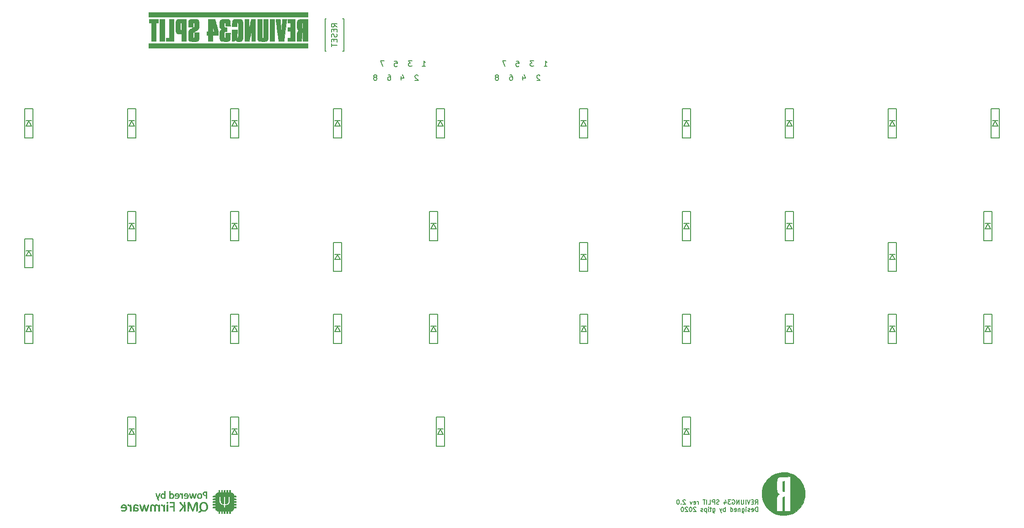
<source format=gbr>
G04 #@! TF.GenerationSoftware,KiCad,Pcbnew,(5.1.6-0-10_14)*
G04 #@! TF.CreationDate,2020-10-19T10:54:39+09:00*
G04 #@! TF.ProjectId,reviung34-split-L,72657669-756e-4673-9334-2d73706c6974,2.0*
G04 #@! TF.SameCoordinates,Original*
G04 #@! TF.FileFunction,Legend,Bot*
G04 #@! TF.FilePolarity,Positive*
%FSLAX46Y46*%
G04 Gerber Fmt 4.6, Leading zero omitted, Abs format (unit mm)*
G04 Created by KiCad (PCBNEW (5.1.6-0-10_14)) date 2020-10-19 10:54:39*
%MOMM*%
%LPD*%
G01*
G04 APERTURE LIST*
%ADD10C,0.150000*%
%ADD11C,0.010000*%
G04 APERTURE END LIST*
D10*
X205754880Y-146686904D02*
X206021547Y-146305952D01*
X206212023Y-146686904D02*
X206212023Y-145886904D01*
X205907261Y-145886904D01*
X205831071Y-145925000D01*
X205792976Y-145963095D01*
X205754880Y-146039285D01*
X205754880Y-146153571D01*
X205792976Y-146229761D01*
X205831071Y-146267857D01*
X205907261Y-146305952D01*
X206212023Y-146305952D01*
X205412023Y-146267857D02*
X205145357Y-146267857D01*
X205031071Y-146686904D02*
X205412023Y-146686904D01*
X205412023Y-145886904D01*
X205031071Y-145886904D01*
X204802500Y-145886904D02*
X204535833Y-146686904D01*
X204269166Y-145886904D01*
X204002500Y-146686904D02*
X204002500Y-145886904D01*
X203621547Y-145886904D02*
X203621547Y-146534523D01*
X203583452Y-146610714D01*
X203545357Y-146648809D01*
X203469166Y-146686904D01*
X203316785Y-146686904D01*
X203240595Y-146648809D01*
X203202500Y-146610714D01*
X203164404Y-146534523D01*
X203164404Y-145886904D01*
X202783452Y-146686904D02*
X202783452Y-145886904D01*
X202326309Y-146686904D01*
X202326309Y-145886904D01*
X201526309Y-145925000D02*
X201602500Y-145886904D01*
X201716785Y-145886904D01*
X201831071Y-145925000D01*
X201907261Y-146001190D01*
X201945357Y-146077380D01*
X201983452Y-146229761D01*
X201983452Y-146344047D01*
X201945357Y-146496428D01*
X201907261Y-146572619D01*
X201831071Y-146648809D01*
X201716785Y-146686904D01*
X201640595Y-146686904D01*
X201526309Y-146648809D01*
X201488214Y-146610714D01*
X201488214Y-146344047D01*
X201640595Y-146344047D01*
X201221547Y-145886904D02*
X200726309Y-145886904D01*
X200992976Y-146191666D01*
X200878690Y-146191666D01*
X200802500Y-146229761D01*
X200764404Y-146267857D01*
X200726309Y-146344047D01*
X200726309Y-146534523D01*
X200764404Y-146610714D01*
X200802500Y-146648809D01*
X200878690Y-146686904D01*
X201107261Y-146686904D01*
X201183452Y-146648809D01*
X201221547Y-146610714D01*
X200040595Y-146153571D02*
X200040595Y-146686904D01*
X200231071Y-145848809D02*
X200421547Y-146420238D01*
X199926309Y-146420238D01*
X199050119Y-146648809D02*
X198935833Y-146686904D01*
X198745357Y-146686904D01*
X198669166Y-146648809D01*
X198631071Y-146610714D01*
X198592976Y-146534523D01*
X198592976Y-146458333D01*
X198631071Y-146382142D01*
X198669166Y-146344047D01*
X198745357Y-146305952D01*
X198897738Y-146267857D01*
X198973928Y-146229761D01*
X199012023Y-146191666D01*
X199050119Y-146115476D01*
X199050119Y-146039285D01*
X199012023Y-145963095D01*
X198973928Y-145925000D01*
X198897738Y-145886904D01*
X198707261Y-145886904D01*
X198592976Y-145925000D01*
X198250119Y-146686904D02*
X198250119Y-145886904D01*
X197945357Y-145886904D01*
X197869166Y-145925000D01*
X197831071Y-145963095D01*
X197792976Y-146039285D01*
X197792976Y-146153571D01*
X197831071Y-146229761D01*
X197869166Y-146267857D01*
X197945357Y-146305952D01*
X198250119Y-146305952D01*
X197069166Y-146686904D02*
X197450119Y-146686904D01*
X197450119Y-145886904D01*
X196802500Y-146686904D02*
X196802500Y-145886904D01*
X196535833Y-145886904D02*
X196078690Y-145886904D01*
X196307261Y-146686904D02*
X196307261Y-145886904D01*
X195202500Y-146686904D02*
X195202500Y-146153571D01*
X195202500Y-146305952D02*
X195164404Y-146229761D01*
X195126309Y-146191666D01*
X195050119Y-146153571D01*
X194973928Y-146153571D01*
X194402500Y-146648809D02*
X194478690Y-146686904D01*
X194631071Y-146686904D01*
X194707261Y-146648809D01*
X194745357Y-146572619D01*
X194745357Y-146267857D01*
X194707261Y-146191666D01*
X194631071Y-146153571D01*
X194478690Y-146153571D01*
X194402500Y-146191666D01*
X194364404Y-146267857D01*
X194364404Y-146344047D01*
X194745357Y-146420238D01*
X194097738Y-146153571D02*
X193907261Y-146686904D01*
X193716785Y-146153571D01*
X192840595Y-145963095D02*
X192802500Y-145925000D01*
X192726309Y-145886904D01*
X192535833Y-145886904D01*
X192459642Y-145925000D01*
X192421547Y-145963095D01*
X192383452Y-146039285D01*
X192383452Y-146115476D01*
X192421547Y-146229761D01*
X192878690Y-146686904D01*
X192383452Y-146686904D01*
X192040595Y-146610714D02*
X192002500Y-146648809D01*
X192040595Y-146686904D01*
X192078690Y-146648809D01*
X192040595Y-146610714D01*
X192040595Y-146686904D01*
X191507261Y-145886904D02*
X191431071Y-145886904D01*
X191354880Y-145925000D01*
X191316785Y-145963095D01*
X191278690Y-146039285D01*
X191240595Y-146191666D01*
X191240595Y-146382142D01*
X191278690Y-146534523D01*
X191316785Y-146610714D01*
X191354880Y-146648809D01*
X191431071Y-146686904D01*
X191507261Y-146686904D01*
X191583452Y-146648809D01*
X191621547Y-146610714D01*
X191659642Y-146534523D01*
X191697738Y-146382142D01*
X191697738Y-146191666D01*
X191659642Y-146039285D01*
X191621547Y-145963095D01*
X191583452Y-145925000D01*
X191507261Y-145886904D01*
X206212023Y-148036904D02*
X206212023Y-147236904D01*
X206021547Y-147236904D01*
X205907261Y-147275000D01*
X205831071Y-147351190D01*
X205792976Y-147427380D01*
X205754880Y-147579761D01*
X205754880Y-147694047D01*
X205792976Y-147846428D01*
X205831071Y-147922619D01*
X205907261Y-147998809D01*
X206021547Y-148036904D01*
X206212023Y-148036904D01*
X205107261Y-147998809D02*
X205183452Y-148036904D01*
X205335833Y-148036904D01*
X205412023Y-147998809D01*
X205450119Y-147922619D01*
X205450119Y-147617857D01*
X205412023Y-147541666D01*
X205335833Y-147503571D01*
X205183452Y-147503571D01*
X205107261Y-147541666D01*
X205069166Y-147617857D01*
X205069166Y-147694047D01*
X205450119Y-147770238D01*
X204764404Y-147998809D02*
X204688214Y-148036904D01*
X204535833Y-148036904D01*
X204459642Y-147998809D01*
X204421547Y-147922619D01*
X204421547Y-147884523D01*
X204459642Y-147808333D01*
X204535833Y-147770238D01*
X204650119Y-147770238D01*
X204726309Y-147732142D01*
X204764404Y-147655952D01*
X204764404Y-147617857D01*
X204726309Y-147541666D01*
X204650119Y-147503571D01*
X204535833Y-147503571D01*
X204459642Y-147541666D01*
X204078690Y-148036904D02*
X204078690Y-147503571D01*
X204078690Y-147236904D02*
X204116785Y-147275000D01*
X204078690Y-147313095D01*
X204040595Y-147275000D01*
X204078690Y-147236904D01*
X204078690Y-147313095D01*
X203354880Y-147503571D02*
X203354880Y-148151190D01*
X203392976Y-148227380D01*
X203431071Y-148265476D01*
X203507261Y-148303571D01*
X203621547Y-148303571D01*
X203697738Y-148265476D01*
X203354880Y-147998809D02*
X203431071Y-148036904D01*
X203583452Y-148036904D01*
X203659642Y-147998809D01*
X203697738Y-147960714D01*
X203735833Y-147884523D01*
X203735833Y-147655952D01*
X203697738Y-147579761D01*
X203659642Y-147541666D01*
X203583452Y-147503571D01*
X203431071Y-147503571D01*
X203354880Y-147541666D01*
X202973928Y-147503571D02*
X202973928Y-148036904D01*
X202973928Y-147579761D02*
X202935833Y-147541666D01*
X202859642Y-147503571D01*
X202745357Y-147503571D01*
X202669166Y-147541666D01*
X202631071Y-147617857D01*
X202631071Y-148036904D01*
X201945357Y-147998809D02*
X202021547Y-148036904D01*
X202173928Y-148036904D01*
X202250119Y-147998809D01*
X202288214Y-147922619D01*
X202288214Y-147617857D01*
X202250119Y-147541666D01*
X202173928Y-147503571D01*
X202021547Y-147503571D01*
X201945357Y-147541666D01*
X201907261Y-147617857D01*
X201907261Y-147694047D01*
X202288214Y-147770238D01*
X201221547Y-148036904D02*
X201221547Y-147236904D01*
X201221547Y-147998809D02*
X201297738Y-148036904D01*
X201450119Y-148036904D01*
X201526309Y-147998809D01*
X201564404Y-147960714D01*
X201602500Y-147884523D01*
X201602500Y-147655952D01*
X201564404Y-147579761D01*
X201526309Y-147541666D01*
X201450119Y-147503571D01*
X201297738Y-147503571D01*
X201221547Y-147541666D01*
X200231071Y-148036904D02*
X200231071Y-147236904D01*
X200231071Y-147541666D02*
X200154880Y-147503571D01*
X200002500Y-147503571D01*
X199926309Y-147541666D01*
X199888214Y-147579761D01*
X199850119Y-147655952D01*
X199850119Y-147884523D01*
X199888214Y-147960714D01*
X199926309Y-147998809D01*
X200002500Y-148036904D01*
X200154880Y-148036904D01*
X200231071Y-147998809D01*
X199583452Y-147503571D02*
X199392976Y-148036904D01*
X199202500Y-147503571D02*
X199392976Y-148036904D01*
X199469166Y-148227380D01*
X199507261Y-148265476D01*
X199583452Y-148303571D01*
X197945357Y-147503571D02*
X197945357Y-148151190D01*
X197983452Y-148227380D01*
X198021547Y-148265476D01*
X198097738Y-148303571D01*
X198212023Y-148303571D01*
X198288214Y-148265476D01*
X197945357Y-147998809D02*
X198021547Y-148036904D01*
X198173928Y-148036904D01*
X198250119Y-147998809D01*
X198288214Y-147960714D01*
X198326309Y-147884523D01*
X198326309Y-147655952D01*
X198288214Y-147579761D01*
X198250119Y-147541666D01*
X198173928Y-147503571D01*
X198021547Y-147503571D01*
X197945357Y-147541666D01*
X197678690Y-147503571D02*
X197373928Y-147503571D01*
X197564404Y-147236904D02*
X197564404Y-147922619D01*
X197526309Y-147998809D01*
X197450119Y-148036904D01*
X197373928Y-148036904D01*
X197107261Y-148036904D02*
X197107261Y-147503571D01*
X197107261Y-147236904D02*
X197145357Y-147275000D01*
X197107261Y-147313095D01*
X197069166Y-147275000D01*
X197107261Y-147236904D01*
X197107261Y-147313095D01*
X196726309Y-147503571D02*
X196726309Y-148303571D01*
X196726309Y-147541666D02*
X196650119Y-147503571D01*
X196497738Y-147503571D01*
X196421547Y-147541666D01*
X196383452Y-147579761D01*
X196345357Y-147655952D01*
X196345357Y-147884523D01*
X196383452Y-147960714D01*
X196421547Y-147998809D01*
X196497738Y-148036904D01*
X196650119Y-148036904D01*
X196726309Y-147998809D01*
X196040595Y-147998809D02*
X195964404Y-148036904D01*
X195812023Y-148036904D01*
X195735833Y-147998809D01*
X195697738Y-147922619D01*
X195697738Y-147884523D01*
X195735833Y-147808333D01*
X195812023Y-147770238D01*
X195926309Y-147770238D01*
X196002500Y-147732142D01*
X196040595Y-147655952D01*
X196040595Y-147617857D01*
X196002500Y-147541666D01*
X195926309Y-147503571D01*
X195812023Y-147503571D01*
X195735833Y-147541666D01*
X194783452Y-147313095D02*
X194745357Y-147275000D01*
X194669166Y-147236904D01*
X194478690Y-147236904D01*
X194402500Y-147275000D01*
X194364404Y-147313095D01*
X194326309Y-147389285D01*
X194326309Y-147465476D01*
X194364404Y-147579761D01*
X194821547Y-148036904D01*
X194326309Y-148036904D01*
X193831071Y-147236904D02*
X193754880Y-147236904D01*
X193678690Y-147275000D01*
X193640595Y-147313095D01*
X193602500Y-147389285D01*
X193564404Y-147541666D01*
X193564404Y-147732142D01*
X193602500Y-147884523D01*
X193640595Y-147960714D01*
X193678690Y-147998809D01*
X193754880Y-148036904D01*
X193831071Y-148036904D01*
X193907261Y-147998809D01*
X193945357Y-147960714D01*
X193983452Y-147884523D01*
X194021547Y-147732142D01*
X194021547Y-147541666D01*
X193983452Y-147389285D01*
X193945357Y-147313095D01*
X193907261Y-147275000D01*
X193831071Y-147236904D01*
X193259642Y-147313095D02*
X193221547Y-147275000D01*
X193145357Y-147236904D01*
X192954880Y-147236904D01*
X192878690Y-147275000D01*
X192840595Y-147313095D01*
X192802500Y-147389285D01*
X192802500Y-147465476D01*
X192840595Y-147579761D01*
X193297738Y-148036904D01*
X192802500Y-148036904D01*
X192307261Y-147236904D02*
X192231071Y-147236904D01*
X192154880Y-147275000D01*
X192116785Y-147313095D01*
X192078690Y-147389285D01*
X192040595Y-147541666D01*
X192040595Y-147732142D01*
X192078690Y-147884523D01*
X192116785Y-147960714D01*
X192154880Y-147998809D01*
X192231071Y-148036904D01*
X192307261Y-148036904D01*
X192383452Y-147998809D01*
X192421547Y-147960714D01*
X192459642Y-147884523D01*
X192497738Y-147732142D01*
X192497738Y-147541666D01*
X192459642Y-147389285D01*
X192421547Y-147313095D01*
X192383452Y-147275000D01*
X192307261Y-147236904D01*
D11*
G36*
X210955315Y-142431922D02*
G01*
X210880345Y-142460525D01*
X210837687Y-142503908D01*
X210832353Y-142535791D01*
X210827621Y-142604282D01*
X210823515Y-142703663D01*
X210820062Y-142828214D01*
X210817287Y-142972213D01*
X210815216Y-143129941D01*
X210813872Y-143295678D01*
X210813283Y-143463703D01*
X210813473Y-143628298D01*
X210814468Y-143783741D01*
X210816292Y-143924312D01*
X210818972Y-144044292D01*
X210822533Y-144137960D01*
X210827001Y-144199596D01*
X210830082Y-144218658D01*
X210869363Y-144298116D01*
X210937210Y-144347645D01*
X211035168Y-144368247D01*
X211062449Y-144369000D01*
X211148167Y-144369000D01*
X211148167Y-142421666D01*
X211053913Y-142421666D01*
X210955315Y-142431922D01*
G37*
X210955315Y-142431922D02*
X210880345Y-142460525D01*
X210837687Y-142503908D01*
X210832353Y-142535791D01*
X210827621Y-142604282D01*
X210823515Y-142703663D01*
X210820062Y-142828214D01*
X210817287Y-142972213D01*
X210815216Y-143129941D01*
X210813872Y-143295678D01*
X210813283Y-143463703D01*
X210813473Y-143628298D01*
X210814468Y-143783741D01*
X210816292Y-143924312D01*
X210818972Y-144044292D01*
X210822533Y-144137960D01*
X210827001Y-144199596D01*
X210830082Y-144218658D01*
X210869363Y-144298116D01*
X210937210Y-144347645D01*
X211035168Y-144368247D01*
X211062449Y-144369000D01*
X211148167Y-144369000D01*
X211148167Y-142421666D01*
X211053913Y-142421666D01*
X210955315Y-142431922D01*
G36*
X210739169Y-140778093D02*
G01*
X210342381Y-140822589D01*
X209950887Y-140906850D01*
X209567898Y-141030847D01*
X209215208Y-141185247D01*
X208859935Y-141384243D01*
X208533684Y-141612008D01*
X208237017Y-141865973D01*
X207970494Y-142143568D01*
X207734676Y-142442224D01*
X207530125Y-142759373D01*
X207357401Y-143092446D01*
X207217064Y-143438873D01*
X207109675Y-143796087D01*
X207035796Y-144161517D01*
X206995987Y-144532596D01*
X206990808Y-144906754D01*
X207020821Y-145281422D01*
X207086587Y-145654032D01*
X207188665Y-146022014D01*
X207327618Y-146382799D01*
X207504005Y-146733819D01*
X207718388Y-147072505D01*
X207882553Y-147290000D01*
X207986140Y-147409791D01*
X208112723Y-147543066D01*
X208251574Y-147679468D01*
X208391965Y-147808642D01*
X208523166Y-147920231D01*
X208587000Y-147969968D01*
X208925165Y-148196517D01*
X209282842Y-148386755D01*
X209656646Y-148539746D01*
X210043194Y-148654554D01*
X210439100Y-148730244D01*
X210840980Y-148765881D01*
X211245449Y-148760528D01*
X211399900Y-148747471D01*
X211801110Y-148684916D01*
X212188135Y-148583797D01*
X212558906Y-148446113D01*
X212911356Y-148273861D01*
X213243417Y-148069042D01*
X213405034Y-147946166D01*
X212248834Y-147946166D01*
X211148167Y-147946166D01*
X211148167Y-145300333D01*
X211068792Y-145300645D01*
X210966921Y-145316230D01*
X210891472Y-145363568D01*
X210846575Y-145427627D01*
X210838709Y-145445950D01*
X210832035Y-145469307D01*
X210826456Y-145501090D01*
X210821875Y-145544695D01*
X210818196Y-145603514D01*
X210815322Y-145680942D01*
X210813154Y-145780372D01*
X210811597Y-145905197D01*
X210810554Y-146058811D01*
X210809926Y-146244608D01*
X210809619Y-146465982D01*
X210809533Y-146723791D01*
X210809500Y-147946166D01*
X209727865Y-147946166D01*
X209734700Y-146670875D01*
X209736150Y-146406552D01*
X209737535Y-146181061D01*
X209738988Y-145990896D01*
X209740643Y-145832557D01*
X209742632Y-145702539D01*
X209745090Y-145597341D01*
X209748150Y-145513460D01*
X209751944Y-145447393D01*
X209756607Y-145395637D01*
X209762272Y-145354690D01*
X209769071Y-145321048D01*
X209777140Y-145291210D01*
X209786610Y-145261673D01*
X209788577Y-145255810D01*
X209860954Y-145103360D01*
X209965740Y-144972376D01*
X210096552Y-144870649D01*
X210110880Y-144862351D01*
X210213726Y-144804538D01*
X210125321Y-144754649D01*
X209996016Y-144664405D01*
X209895774Y-144553363D01*
X209819309Y-144414558D01*
X209776430Y-144294916D01*
X209766313Y-144239116D01*
X209757393Y-144146894D01*
X209749724Y-144024146D01*
X209743357Y-143876768D01*
X209738346Y-143710656D01*
X209734744Y-143531707D01*
X209732603Y-143345815D01*
X209731976Y-143158877D01*
X209732917Y-142976790D01*
X209735477Y-142805449D01*
X209739711Y-142650749D01*
X209745670Y-142518588D01*
X209753408Y-142414861D01*
X209759145Y-142367262D01*
X209794980Y-142178116D01*
X209841282Y-142025671D01*
X209900743Y-141905016D01*
X209976053Y-141811239D01*
X210069904Y-141739428D01*
X210117093Y-141713853D01*
X210177592Y-141685633D01*
X210236629Y-141662032D01*
X210298674Y-141642584D01*
X210368196Y-141626818D01*
X210449667Y-141614267D01*
X210547557Y-141604463D01*
X210666335Y-141596936D01*
X210810472Y-141591219D01*
X210984438Y-141586842D01*
X211192704Y-141583338D01*
X211386292Y-141580857D01*
X212248834Y-141570707D01*
X212248834Y-147946166D01*
X213405034Y-147946166D01*
X213553023Y-147833652D01*
X213838105Y-147569689D01*
X214096596Y-147279153D01*
X214326429Y-146964042D01*
X214525536Y-146626353D01*
X214691850Y-146268085D01*
X214823303Y-145891236D01*
X214917828Y-145497805D01*
X214947360Y-145318746D01*
X214964041Y-145159312D01*
X214974042Y-144972012D01*
X214977364Y-144770784D01*
X214974008Y-144569564D01*
X214963974Y-144382289D01*
X214947321Y-144223308D01*
X214868838Y-143817277D01*
X214751869Y-143426807D01*
X214597990Y-143054043D01*
X214408777Y-142701129D01*
X214185805Y-142370208D01*
X213930652Y-142063423D01*
X213644891Y-141782917D01*
X213330100Y-141530835D01*
X212987854Y-141309320D01*
X212690249Y-141153136D01*
X212315110Y-140998359D01*
X211929223Y-140883496D01*
X211535799Y-140808517D01*
X211138045Y-140773393D01*
X210739169Y-140778093D01*
G37*
X210739169Y-140778093D02*
X210342381Y-140822589D01*
X209950887Y-140906850D01*
X209567898Y-141030847D01*
X209215208Y-141185247D01*
X208859935Y-141384243D01*
X208533684Y-141612008D01*
X208237017Y-141865973D01*
X207970494Y-142143568D01*
X207734676Y-142442224D01*
X207530125Y-142759373D01*
X207357401Y-143092446D01*
X207217064Y-143438873D01*
X207109675Y-143796087D01*
X207035796Y-144161517D01*
X206995987Y-144532596D01*
X206990808Y-144906754D01*
X207020821Y-145281422D01*
X207086587Y-145654032D01*
X207188665Y-146022014D01*
X207327618Y-146382799D01*
X207504005Y-146733819D01*
X207718388Y-147072505D01*
X207882553Y-147290000D01*
X207986140Y-147409791D01*
X208112723Y-147543066D01*
X208251574Y-147679468D01*
X208391965Y-147808642D01*
X208523166Y-147920231D01*
X208587000Y-147969968D01*
X208925165Y-148196517D01*
X209282842Y-148386755D01*
X209656646Y-148539746D01*
X210043194Y-148654554D01*
X210439100Y-148730244D01*
X210840980Y-148765881D01*
X211245449Y-148760528D01*
X211399900Y-148747471D01*
X211801110Y-148684916D01*
X212188135Y-148583797D01*
X212558906Y-148446113D01*
X212911356Y-148273861D01*
X213243417Y-148069042D01*
X213405034Y-147946166D01*
X212248834Y-147946166D01*
X211148167Y-147946166D01*
X211148167Y-145300333D01*
X211068792Y-145300645D01*
X210966921Y-145316230D01*
X210891472Y-145363568D01*
X210846575Y-145427627D01*
X210838709Y-145445950D01*
X210832035Y-145469307D01*
X210826456Y-145501090D01*
X210821875Y-145544695D01*
X210818196Y-145603514D01*
X210815322Y-145680942D01*
X210813154Y-145780372D01*
X210811597Y-145905197D01*
X210810554Y-146058811D01*
X210809926Y-146244608D01*
X210809619Y-146465982D01*
X210809533Y-146723791D01*
X210809500Y-147946166D01*
X209727865Y-147946166D01*
X209734700Y-146670875D01*
X209736150Y-146406552D01*
X209737535Y-146181061D01*
X209738988Y-145990896D01*
X209740643Y-145832557D01*
X209742632Y-145702539D01*
X209745090Y-145597341D01*
X209748150Y-145513460D01*
X209751944Y-145447393D01*
X209756607Y-145395637D01*
X209762272Y-145354690D01*
X209769071Y-145321048D01*
X209777140Y-145291210D01*
X209786610Y-145261673D01*
X209788577Y-145255810D01*
X209860954Y-145103360D01*
X209965740Y-144972376D01*
X210096552Y-144870649D01*
X210110880Y-144862351D01*
X210213726Y-144804538D01*
X210125321Y-144754649D01*
X209996016Y-144664405D01*
X209895774Y-144553363D01*
X209819309Y-144414558D01*
X209776430Y-144294916D01*
X209766313Y-144239116D01*
X209757393Y-144146894D01*
X209749724Y-144024146D01*
X209743357Y-143876768D01*
X209738346Y-143710656D01*
X209734744Y-143531707D01*
X209732603Y-143345815D01*
X209731976Y-143158877D01*
X209732917Y-142976790D01*
X209735477Y-142805449D01*
X209739711Y-142650749D01*
X209745670Y-142518588D01*
X209753408Y-142414861D01*
X209759145Y-142367262D01*
X209794980Y-142178116D01*
X209841282Y-142025671D01*
X209900743Y-141905016D01*
X209976053Y-141811239D01*
X210069904Y-141739428D01*
X210117093Y-141713853D01*
X210177592Y-141685633D01*
X210236629Y-141662032D01*
X210298674Y-141642584D01*
X210368196Y-141626818D01*
X210449667Y-141614267D01*
X210547557Y-141604463D01*
X210666335Y-141596936D01*
X210810472Y-141591219D01*
X210984438Y-141586842D01*
X211192704Y-141583338D01*
X211386292Y-141580857D01*
X212248834Y-141570707D01*
X212248834Y-147946166D01*
X213405034Y-147946166D01*
X213553023Y-147833652D01*
X213838105Y-147569689D01*
X214096596Y-147279153D01*
X214326429Y-146964042D01*
X214525536Y-146626353D01*
X214691850Y-146268085D01*
X214823303Y-145891236D01*
X214917828Y-145497805D01*
X214947360Y-145318746D01*
X214964041Y-145159312D01*
X214974042Y-144972012D01*
X214977364Y-144770784D01*
X214974008Y-144569564D01*
X214963974Y-144382289D01*
X214947321Y-144223308D01*
X214868838Y-143817277D01*
X214751869Y-143426807D01*
X214597990Y-143054043D01*
X214408777Y-142701129D01*
X214185805Y-142370208D01*
X213930652Y-142063423D01*
X213644891Y-141782917D01*
X213330100Y-141530835D01*
X212987854Y-141309320D01*
X212690249Y-141153136D01*
X212315110Y-140998359D01*
X211929223Y-140883496D01*
X211535799Y-140808517D01*
X211138045Y-140773393D01*
X210739169Y-140778093D01*
G36*
X96354167Y-144788567D02*
G01*
X96254773Y-144725533D01*
X96174285Y-144682920D01*
X96097213Y-144664753D01*
X96046237Y-144662499D01*
X95928699Y-144679629D01*
X95835568Y-144731105D01*
X95766738Y-144817061D01*
X95722104Y-144937631D01*
X95701562Y-145092946D01*
X95701216Y-145100446D01*
X95707039Y-145268937D01*
X95739827Y-145406920D01*
X95798890Y-145513425D01*
X95883540Y-145587481D01*
X95993089Y-145628118D01*
X96081430Y-145636166D01*
X96179992Y-145621343D01*
X96266432Y-145581369D01*
X96310676Y-145542312D01*
X96346501Y-145512140D01*
X96368905Y-145521412D01*
X96375334Y-145559818D01*
X96391943Y-145609349D01*
X96433187Y-145633057D01*
X96486196Y-145624749D01*
X96497345Y-145618531D01*
X96505042Y-145604553D01*
X96511018Y-145571104D01*
X96515384Y-145514544D01*
X96518251Y-145431235D01*
X96519730Y-145317535D01*
X96519933Y-145169807D01*
X96518971Y-144984409D01*
X96518797Y-144962132D01*
X96354167Y-144962132D01*
X96354167Y-145146830D01*
X96353464Y-145236337D01*
X96349277Y-145294896D01*
X96338488Y-145333893D01*
X96317978Y-145364711D01*
X96285375Y-145398016D01*
X96192971Y-145468762D01*
X96105308Y-145498396D01*
X96023496Y-145486739D01*
X95964954Y-145449309D01*
X95909167Y-145372672D01*
X95876257Y-145263902D01*
X95867334Y-145150441D01*
X95879505Y-145016525D01*
X95913899Y-144913080D01*
X95967335Y-144842184D01*
X96036632Y-144805913D01*
X96118609Y-144806343D01*
X96210087Y-144845553D01*
X96268307Y-144888638D01*
X96354167Y-144962132D01*
X96518797Y-144962132D01*
X96518511Y-144925647D01*
X96512917Y-144249750D01*
X96433542Y-144243180D01*
X96354167Y-144236611D01*
X96354167Y-144788567D01*
G37*
X96354167Y-144788567D02*
X96254773Y-144725533D01*
X96174285Y-144682920D01*
X96097213Y-144664753D01*
X96046237Y-144662499D01*
X95928699Y-144679629D01*
X95835568Y-144731105D01*
X95766738Y-144817061D01*
X95722104Y-144937631D01*
X95701562Y-145092946D01*
X95701216Y-145100446D01*
X95707039Y-145268937D01*
X95739827Y-145406920D01*
X95798890Y-145513425D01*
X95883540Y-145587481D01*
X95993089Y-145628118D01*
X96081430Y-145636166D01*
X96179992Y-145621343D01*
X96266432Y-145581369D01*
X96310676Y-145542312D01*
X96346501Y-145512140D01*
X96368905Y-145521412D01*
X96375334Y-145559818D01*
X96391943Y-145609349D01*
X96433187Y-145633057D01*
X96486196Y-145624749D01*
X96497345Y-145618531D01*
X96505042Y-145604553D01*
X96511018Y-145571104D01*
X96515384Y-145514544D01*
X96518251Y-145431235D01*
X96519730Y-145317535D01*
X96519933Y-145169807D01*
X96518971Y-144984409D01*
X96518797Y-144962132D01*
X96354167Y-144962132D01*
X96354167Y-145146830D01*
X96353464Y-145236337D01*
X96349277Y-145294896D01*
X96338488Y-145333893D01*
X96317978Y-145364711D01*
X96285375Y-145398016D01*
X96192971Y-145468762D01*
X96105308Y-145498396D01*
X96023496Y-145486739D01*
X95964954Y-145449309D01*
X95909167Y-145372672D01*
X95876257Y-145263902D01*
X95867334Y-145150441D01*
X95879505Y-145016525D01*
X95913899Y-144913080D01*
X95967335Y-144842184D01*
X96036632Y-144805913D01*
X96118609Y-144806343D01*
X96210087Y-144845553D01*
X96268307Y-144888638D01*
X96354167Y-144962132D01*
X96518797Y-144962132D01*
X96518511Y-144925647D01*
X96512917Y-144249750D01*
X96433542Y-144243180D01*
X96354167Y-144236611D01*
X96354167Y-144788567D01*
G36*
X97285500Y-144927747D02*
G01*
X97285673Y-145118038D01*
X97286333Y-145270280D01*
X97287690Y-145388755D01*
X97289957Y-145477747D01*
X97293344Y-145541537D01*
X97298063Y-145584410D01*
X97304324Y-145610648D01*
X97312341Y-145624534D01*
X97320128Y-145629616D01*
X97370696Y-145629274D01*
X97413803Y-145596074D01*
X97433186Y-145554530D01*
X97441478Y-145527803D01*
X97455589Y-145522133D01*
X97486010Y-145538817D01*
X97524502Y-145565830D01*
X97622046Y-145614449D01*
X97730304Y-145634810D01*
X97835745Y-145626075D01*
X97920500Y-145590384D01*
X98006055Y-145508555D01*
X98063208Y-145396192D01*
X98092180Y-145252763D01*
X98096184Y-145162926D01*
X98095162Y-145137029D01*
X97926844Y-145137029D01*
X97917109Y-145276108D01*
X97885116Y-145380550D01*
X97830231Y-145452111D01*
X97807193Y-145468684D01*
X97723695Y-145497524D01*
X97634670Y-145484627D01*
X97555756Y-145441864D01*
X97497532Y-145394133D01*
X97460949Y-145343108D01*
X97441365Y-145277365D01*
X97434139Y-145185475D01*
X97433667Y-145141346D01*
X97434396Y-145057092D01*
X97439430Y-145002421D01*
X97453039Y-144964582D01*
X97479495Y-144930825D01*
X97516203Y-144894930D01*
X97607276Y-144828404D01*
X97694260Y-144801817D01*
X97773094Y-144812778D01*
X97839719Y-144858893D01*
X97890077Y-144937768D01*
X97920108Y-145047012D01*
X97926844Y-145137029D01*
X98095162Y-145137029D01*
X98091597Y-145046771D01*
X98076337Y-144957818D01*
X98053897Y-144894280D01*
X98000150Y-144805103D01*
X97928509Y-144729961D01*
X97850762Y-144680247D01*
X97822359Y-144670466D01*
X97734685Y-144663148D01*
X97636652Y-144676564D01*
X97549498Y-144706984D01*
X97522291Y-144723182D01*
X97477567Y-144752811D01*
X97448757Y-144767861D01*
X97446275Y-144768333D01*
X97441499Y-144748503D01*
X97437553Y-144694357D01*
X97434819Y-144613909D01*
X97433679Y-144515174D01*
X97433667Y-144503750D01*
X97433667Y-144239166D01*
X97285500Y-144239166D01*
X97285500Y-144927747D01*
G37*
X97285500Y-144927747D02*
X97285673Y-145118038D01*
X97286333Y-145270280D01*
X97287690Y-145388755D01*
X97289957Y-145477747D01*
X97293344Y-145541537D01*
X97298063Y-145584410D01*
X97304324Y-145610648D01*
X97312341Y-145624534D01*
X97320128Y-145629616D01*
X97370696Y-145629274D01*
X97413803Y-145596074D01*
X97433186Y-145554530D01*
X97441478Y-145527803D01*
X97455589Y-145522133D01*
X97486010Y-145538817D01*
X97524502Y-145565830D01*
X97622046Y-145614449D01*
X97730304Y-145634810D01*
X97835745Y-145626075D01*
X97920500Y-145590384D01*
X98006055Y-145508555D01*
X98063208Y-145396192D01*
X98092180Y-145252763D01*
X98096184Y-145162926D01*
X98095162Y-145137029D01*
X97926844Y-145137029D01*
X97917109Y-145276108D01*
X97885116Y-145380550D01*
X97830231Y-145452111D01*
X97807193Y-145468684D01*
X97723695Y-145497524D01*
X97634670Y-145484627D01*
X97555756Y-145441864D01*
X97497532Y-145394133D01*
X97460949Y-145343108D01*
X97441365Y-145277365D01*
X97434139Y-145185475D01*
X97433667Y-145141346D01*
X97434396Y-145057092D01*
X97439430Y-145002421D01*
X97453039Y-144964582D01*
X97479495Y-144930825D01*
X97516203Y-144894930D01*
X97607276Y-144828404D01*
X97694260Y-144801817D01*
X97773094Y-144812778D01*
X97839719Y-144858893D01*
X97890077Y-144937768D01*
X97920108Y-145047012D01*
X97926844Y-145137029D01*
X98095162Y-145137029D01*
X98091597Y-145046771D01*
X98076337Y-144957818D01*
X98053897Y-144894280D01*
X98000150Y-144805103D01*
X97928509Y-144729961D01*
X97850762Y-144680247D01*
X97822359Y-144670466D01*
X97734685Y-144663148D01*
X97636652Y-144676564D01*
X97549498Y-144706984D01*
X97522291Y-144723182D01*
X97477567Y-144752811D01*
X97448757Y-144767861D01*
X97446275Y-144768333D01*
X97441499Y-144748503D01*
X97437553Y-144694357D01*
X97434819Y-144613909D01*
X97433679Y-144515174D01*
X97433667Y-144503750D01*
X97433667Y-144239166D01*
X97285500Y-144239166D01*
X97285500Y-144927747D01*
G36*
X98555803Y-144676255D02*
G01*
X98499005Y-144699669D01*
X98481417Y-144709375D01*
X98395556Y-144782008D01*
X98335081Y-144882885D01*
X98304423Y-145003465D01*
X98301500Y-145056099D01*
X98302355Y-145104333D01*
X98308787Y-145139439D01*
X98326602Y-145163511D01*
X98361606Y-145178642D01*
X98419603Y-145186925D01*
X98506399Y-145190452D01*
X98627798Y-145191318D01*
X98676680Y-145191377D01*
X98956609Y-145191666D01*
X98943532Y-145260458D01*
X98906238Y-145372919D01*
X98843537Y-145451539D01*
X98755412Y-145496325D01*
X98641849Y-145507284D01*
X98502831Y-145484423D01*
X98471688Y-145475709D01*
X98393426Y-145457980D01*
X98348218Y-145462807D01*
X98332398Y-145491677D01*
X98337639Y-145530096D01*
X98368190Y-145572507D01*
X98435568Y-145603188D01*
X98541381Y-145622684D01*
X98629584Y-145629525D01*
X98728288Y-145631663D01*
X98799571Y-145625382D01*
X98857827Y-145608876D01*
X98883584Y-145597652D01*
X98982055Y-145534147D01*
X99051385Y-145448699D01*
X99093805Y-145336932D01*
X99111549Y-145194471D01*
X99112400Y-145149333D01*
X99104648Y-145064666D01*
X98953209Y-145064666D01*
X98699173Y-145064666D01*
X98591547Y-145064070D01*
X98519867Y-145061693D01*
X98477755Y-145056648D01*
X98458832Y-145048051D01*
X98456721Y-145035016D01*
X98457986Y-145031185D01*
X98469109Y-144981042D01*
X98470834Y-144955473D01*
X98485135Y-144914245D01*
X98520681Y-144864202D01*
X98532706Y-144851371D01*
X98608812Y-144801476D01*
X98694071Y-144786576D01*
X98779168Y-144803574D01*
X98854788Y-144849372D01*
X98911617Y-144920872D01*
X98935395Y-144985291D01*
X98953209Y-145064666D01*
X99104648Y-145064666D01*
X99097977Y-144991807D01*
X99054702Y-144865044D01*
X98982751Y-144769257D01*
X98882306Y-144704657D01*
X98753544Y-144671456D01*
X98706006Y-144667480D01*
X98618900Y-144666626D01*
X98555803Y-144676255D01*
G37*
X98555803Y-144676255D02*
X98499005Y-144699669D01*
X98481417Y-144709375D01*
X98395556Y-144782008D01*
X98335081Y-144882885D01*
X98304423Y-145003465D01*
X98301500Y-145056099D01*
X98302355Y-145104333D01*
X98308787Y-145139439D01*
X98326602Y-145163511D01*
X98361606Y-145178642D01*
X98419603Y-145186925D01*
X98506399Y-145190452D01*
X98627798Y-145191318D01*
X98676680Y-145191377D01*
X98956609Y-145191666D01*
X98943532Y-145260458D01*
X98906238Y-145372919D01*
X98843537Y-145451539D01*
X98755412Y-145496325D01*
X98641849Y-145507284D01*
X98502831Y-145484423D01*
X98471688Y-145475709D01*
X98393426Y-145457980D01*
X98348218Y-145462807D01*
X98332398Y-145491677D01*
X98337639Y-145530096D01*
X98368190Y-145572507D01*
X98435568Y-145603188D01*
X98541381Y-145622684D01*
X98629584Y-145629525D01*
X98728288Y-145631663D01*
X98799571Y-145625382D01*
X98857827Y-145608876D01*
X98883584Y-145597652D01*
X98982055Y-145534147D01*
X99051385Y-145448699D01*
X99093805Y-145336932D01*
X99111549Y-145194471D01*
X99112400Y-145149333D01*
X99104648Y-145064666D01*
X98953209Y-145064666D01*
X98699173Y-145064666D01*
X98591547Y-145064070D01*
X98519867Y-145061693D01*
X98477755Y-145056648D01*
X98458832Y-145048051D01*
X98456721Y-145035016D01*
X98457986Y-145031185D01*
X98469109Y-144981042D01*
X98470834Y-144955473D01*
X98485135Y-144914245D01*
X98520681Y-144864202D01*
X98532706Y-144851371D01*
X98608812Y-144801476D01*
X98694071Y-144786576D01*
X98779168Y-144803574D01*
X98854788Y-144849372D01*
X98911617Y-144920872D01*
X98935395Y-144985291D01*
X98953209Y-145064666D01*
X99104648Y-145064666D01*
X99097977Y-144991807D01*
X99054702Y-144865044D01*
X98982751Y-144769257D01*
X98882306Y-144704657D01*
X98753544Y-144671456D01*
X98706006Y-144667480D01*
X98618900Y-144666626D01*
X98555803Y-144676255D01*
G36*
X99265120Y-144674981D02*
G01*
X99222846Y-144711875D01*
X99215320Y-144772359D01*
X99215334Y-144772459D01*
X99224398Y-144802734D01*
X99248208Y-144815301D01*
X99299069Y-144815385D01*
X99313943Y-144814335D01*
X99369822Y-144813336D01*
X99410786Y-144825521D01*
X99452620Y-144858145D01*
X99488568Y-144894602D01*
X99571500Y-144981782D01*
X99571500Y-145296126D01*
X99572096Y-145420171D01*
X99574311Y-145508172D01*
X99578787Y-145566405D01*
X99586167Y-145601151D01*
X99597094Y-145618685D01*
X99604982Y-145623318D01*
X99677272Y-145632593D01*
X99714375Y-145622148D01*
X99723603Y-145607667D01*
X99730602Y-145569961D01*
X99735597Y-145505028D01*
X99738813Y-145408864D01*
X99740474Y-145277466D01*
X99740834Y-145149834D01*
X99740530Y-144997070D01*
X99739364Y-144881384D01*
X99736950Y-144797523D01*
X99732904Y-144740236D01*
X99726844Y-144704269D01*
X99718383Y-144684370D01*
X99707139Y-144675287D01*
X99706102Y-144674867D01*
X99646467Y-144668503D01*
X99606185Y-144697327D01*
X99592667Y-144751056D01*
X99592667Y-144815592D01*
X99507940Y-144739046D01*
X99444870Y-144689566D01*
X99389140Y-144666788D01*
X99341198Y-144662500D01*
X99265120Y-144674981D01*
G37*
X99265120Y-144674981D02*
X99222846Y-144711875D01*
X99215320Y-144772359D01*
X99215334Y-144772459D01*
X99224398Y-144802734D01*
X99248208Y-144815301D01*
X99299069Y-144815385D01*
X99313943Y-144814335D01*
X99369822Y-144813336D01*
X99410786Y-144825521D01*
X99452620Y-144858145D01*
X99488568Y-144894602D01*
X99571500Y-144981782D01*
X99571500Y-145296126D01*
X99572096Y-145420171D01*
X99574311Y-145508172D01*
X99578787Y-145566405D01*
X99586167Y-145601151D01*
X99597094Y-145618685D01*
X99604982Y-145623318D01*
X99677272Y-145632593D01*
X99714375Y-145622148D01*
X99723603Y-145607667D01*
X99730602Y-145569961D01*
X99735597Y-145505028D01*
X99738813Y-145408864D01*
X99740474Y-145277466D01*
X99740834Y-145149834D01*
X99740530Y-144997070D01*
X99739364Y-144881384D01*
X99736950Y-144797523D01*
X99732904Y-144740236D01*
X99726844Y-144704269D01*
X99718383Y-144684370D01*
X99707139Y-144675287D01*
X99706102Y-144674867D01*
X99646467Y-144668503D01*
X99606185Y-144697327D01*
X99592667Y-144751056D01*
X99592667Y-144815592D01*
X99507940Y-144739046D01*
X99444870Y-144689566D01*
X99389140Y-144666788D01*
X99341198Y-144662500D01*
X99265120Y-144674981D01*
G36*
X100229387Y-144686747D02*
G01*
X100175930Y-144710484D01*
X100091804Y-144776272D01*
X100036099Y-144864979D01*
X100005543Y-144982568D01*
X100000258Y-145030727D01*
X99996170Y-145087444D01*
X99998060Y-145128912D01*
X100011469Y-145157524D01*
X100041940Y-145175675D01*
X100095013Y-145185756D01*
X100176232Y-145190163D01*
X100291138Y-145191288D01*
X100372224Y-145191377D01*
X100654364Y-145191666D01*
X100639550Y-145260458D01*
X100599023Y-145373973D01*
X100533857Y-145453115D01*
X100444248Y-145497791D01*
X100330395Y-145507911D01*
X100192496Y-145483381D01*
X100172823Y-145477645D01*
X100100756Y-145456495D01*
X100060185Y-145449401D01*
X100042060Y-145458242D01*
X100037333Y-145484891D01*
X100037167Y-145505769D01*
X100049877Y-145558494D01*
X100094695Y-145593223D01*
X100095375Y-145593548D01*
X100154166Y-145610231D01*
X100240614Y-145621739D01*
X100340301Y-145627534D01*
X100438806Y-145627079D01*
X100521710Y-145619839D01*
X100561452Y-145610890D01*
X100654923Y-145558599D01*
X100727046Y-145477196D01*
X100777661Y-145374218D01*
X100806606Y-145257201D01*
X100813721Y-145133683D01*
X100801181Y-145030433D01*
X100641412Y-145030433D01*
X100632475Y-145051029D01*
X100602105Y-145061243D01*
X100544103Y-145064630D01*
X100452266Y-145064743D01*
X100409010Y-145064666D01*
X100164167Y-145064666D01*
X100164167Y-145010698D01*
X100177788Y-144939616D01*
X100212157Y-144869358D01*
X100257538Y-144818476D01*
X100268828Y-144811294D01*
X100316421Y-144796989D01*
X100381407Y-144789726D01*
X100393985Y-144789500D01*
X100476419Y-144806221D01*
X100551652Y-144849955D01*
X100605578Y-144911055D01*
X100619799Y-144943887D01*
X100635120Y-144995904D01*
X100641412Y-145030433D01*
X100801181Y-145030433D01*
X100798845Y-145011202D01*
X100761817Y-144897294D01*
X100702476Y-144799498D01*
X100620661Y-144725349D01*
X100580809Y-144703636D01*
X100466366Y-144670011D01*
X100343955Y-144664470D01*
X100229387Y-144686747D01*
G37*
X100229387Y-144686747D02*
X100175930Y-144710484D01*
X100091804Y-144776272D01*
X100036099Y-144864979D01*
X100005543Y-144982568D01*
X100000258Y-145030727D01*
X99996170Y-145087444D01*
X99998060Y-145128912D01*
X100011469Y-145157524D01*
X100041940Y-145175675D01*
X100095013Y-145185756D01*
X100176232Y-145190163D01*
X100291138Y-145191288D01*
X100372224Y-145191377D01*
X100654364Y-145191666D01*
X100639550Y-145260458D01*
X100599023Y-145373973D01*
X100533857Y-145453115D01*
X100444248Y-145497791D01*
X100330395Y-145507911D01*
X100192496Y-145483381D01*
X100172823Y-145477645D01*
X100100756Y-145456495D01*
X100060185Y-145449401D01*
X100042060Y-145458242D01*
X100037333Y-145484891D01*
X100037167Y-145505769D01*
X100049877Y-145558494D01*
X100094695Y-145593223D01*
X100095375Y-145593548D01*
X100154166Y-145610231D01*
X100240614Y-145621739D01*
X100340301Y-145627534D01*
X100438806Y-145627079D01*
X100521710Y-145619839D01*
X100561452Y-145610890D01*
X100654923Y-145558599D01*
X100727046Y-145477196D01*
X100777661Y-145374218D01*
X100806606Y-145257201D01*
X100813721Y-145133683D01*
X100801181Y-145030433D01*
X100641412Y-145030433D01*
X100632475Y-145051029D01*
X100602105Y-145061243D01*
X100544103Y-145064630D01*
X100452266Y-145064743D01*
X100409010Y-145064666D01*
X100164167Y-145064666D01*
X100164167Y-145010698D01*
X100177788Y-144939616D01*
X100212157Y-144869358D01*
X100257538Y-144818476D01*
X100268828Y-144811294D01*
X100316421Y-144796989D01*
X100381407Y-144789726D01*
X100393985Y-144789500D01*
X100476419Y-144806221D01*
X100551652Y-144849955D01*
X100605578Y-144911055D01*
X100619799Y-144943887D01*
X100635120Y-144995904D01*
X100641412Y-145030433D01*
X100801181Y-145030433D01*
X100798845Y-145011202D01*
X100761817Y-144897294D01*
X100702476Y-144799498D01*
X100620661Y-144725349D01*
X100580809Y-144703636D01*
X100466366Y-144670011D01*
X100343955Y-144664470D01*
X100229387Y-144686747D01*
G36*
X100980896Y-144663598D02*
G01*
X100965209Y-144679466D01*
X100961450Y-144714950D01*
X100969861Y-144774094D01*
X100990685Y-144860946D01*
X101024166Y-144979553D01*
X101070545Y-145133961D01*
X101075663Y-145150745D01*
X101123491Y-145305881D01*
X101162106Y-145424845D01*
X101194167Y-145512101D01*
X101222334Y-145572111D01*
X101249263Y-145609338D01*
X101277615Y-145628245D01*
X101310048Y-145633296D01*
X101349220Y-145628954D01*
X101359428Y-145627102D01*
X101385769Y-145621213D01*
X101406256Y-145610770D01*
X101423885Y-145589576D01*
X101441652Y-145551433D01*
X101462552Y-145490143D01*
X101489582Y-145399509D01*
X101518953Y-145297081D01*
X101550782Y-145188546D01*
X101579508Y-145096008D01*
X101602851Y-145026398D01*
X101618533Y-144986645D01*
X101623222Y-144980000D01*
X101633146Y-144999320D01*
X101651400Y-145052563D01*
X101675781Y-145132649D01*
X101704085Y-145232499D01*
X101719158Y-145288146D01*
X101754428Y-145416246D01*
X101783496Y-145508734D01*
X101809561Y-145571273D01*
X101835817Y-145609528D01*
X101865463Y-145629162D01*
X101901694Y-145635840D01*
X101915563Y-145636166D01*
X101965795Y-145623712D01*
X101990523Y-145609708D01*
X102005480Y-145583560D01*
X102029914Y-145524165D01*
X102061424Y-145438907D01*
X102097605Y-145335172D01*
X102136056Y-145220344D01*
X102174373Y-145101808D01*
X102210154Y-144986948D01*
X102240996Y-144883150D01*
X102264497Y-144797799D01*
X102278252Y-144738279D01*
X102280834Y-144717443D01*
X102263926Y-144680264D01*
X102221273Y-144666248D01*
X102167892Y-144678232D01*
X102148570Y-144692926D01*
X102129015Y-144722503D01*
X102107053Y-144772445D01*
X102080509Y-144848239D01*
X102047208Y-144955366D01*
X102016019Y-145061192D01*
X101981672Y-145176207D01*
X101950578Y-145274443D01*
X101924824Y-145349776D01*
X101906493Y-145396083D01*
X101897992Y-145407802D01*
X101888604Y-145383270D01*
X101870705Y-145324772D01*
X101846317Y-145239348D01*
X101817459Y-145134033D01*
X101793382Y-145043500D01*
X101761882Y-144927510D01*
X101732330Y-144825956D01*
X101706941Y-144745904D01*
X101687930Y-144694419D01*
X101679043Y-144678699D01*
X101624541Y-144663833D01*
X101566298Y-144680043D01*
X101564704Y-144681033D01*
X101549847Y-144706418D01*
X101526283Y-144765619D01*
X101496470Y-144851614D01*
X101462866Y-144957384D01*
X101434647Y-145052418D01*
X101400927Y-145168148D01*
X101370793Y-145269110D01*
X101346326Y-145348521D01*
X101329610Y-145399595D01*
X101323127Y-145415595D01*
X101314549Y-145399478D01*
X101296620Y-145348802D01*
X101271336Y-145269791D01*
X101240696Y-145168671D01*
X101209080Y-145060029D01*
X101171262Y-144929037D01*
X101142137Y-144833020D01*
X101119243Y-144766115D01*
X101100117Y-144722460D01*
X101082294Y-144696192D01*
X101063312Y-144681451D01*
X101047080Y-144674518D01*
X101008267Y-144663297D01*
X100980896Y-144663598D01*
G37*
X100980896Y-144663598D02*
X100965209Y-144679466D01*
X100961450Y-144714950D01*
X100969861Y-144774094D01*
X100990685Y-144860946D01*
X101024166Y-144979553D01*
X101070545Y-145133961D01*
X101075663Y-145150745D01*
X101123491Y-145305881D01*
X101162106Y-145424845D01*
X101194167Y-145512101D01*
X101222334Y-145572111D01*
X101249263Y-145609338D01*
X101277615Y-145628245D01*
X101310048Y-145633296D01*
X101349220Y-145628954D01*
X101359428Y-145627102D01*
X101385769Y-145621213D01*
X101406256Y-145610770D01*
X101423885Y-145589576D01*
X101441652Y-145551433D01*
X101462552Y-145490143D01*
X101489582Y-145399509D01*
X101518953Y-145297081D01*
X101550782Y-145188546D01*
X101579508Y-145096008D01*
X101602851Y-145026398D01*
X101618533Y-144986645D01*
X101623222Y-144980000D01*
X101633146Y-144999320D01*
X101651400Y-145052563D01*
X101675781Y-145132649D01*
X101704085Y-145232499D01*
X101719158Y-145288146D01*
X101754428Y-145416246D01*
X101783496Y-145508734D01*
X101809561Y-145571273D01*
X101835817Y-145609528D01*
X101865463Y-145629162D01*
X101901694Y-145635840D01*
X101915563Y-145636166D01*
X101965795Y-145623712D01*
X101990523Y-145609708D01*
X102005480Y-145583560D01*
X102029914Y-145524165D01*
X102061424Y-145438907D01*
X102097605Y-145335172D01*
X102136056Y-145220344D01*
X102174373Y-145101808D01*
X102210154Y-144986948D01*
X102240996Y-144883150D01*
X102264497Y-144797799D01*
X102278252Y-144738279D01*
X102280834Y-144717443D01*
X102263926Y-144680264D01*
X102221273Y-144666248D01*
X102167892Y-144678232D01*
X102148570Y-144692926D01*
X102129015Y-144722503D01*
X102107053Y-144772445D01*
X102080509Y-144848239D01*
X102047208Y-144955366D01*
X102016019Y-145061192D01*
X101981672Y-145176207D01*
X101950578Y-145274443D01*
X101924824Y-145349776D01*
X101906493Y-145396083D01*
X101897992Y-145407802D01*
X101888604Y-145383270D01*
X101870705Y-145324772D01*
X101846317Y-145239348D01*
X101817459Y-145134033D01*
X101793382Y-145043500D01*
X101761882Y-144927510D01*
X101732330Y-144825956D01*
X101706941Y-144745904D01*
X101687930Y-144694419D01*
X101679043Y-144678699D01*
X101624541Y-144663833D01*
X101566298Y-144680043D01*
X101564704Y-144681033D01*
X101549847Y-144706418D01*
X101526283Y-144765619D01*
X101496470Y-144851614D01*
X101462866Y-144957384D01*
X101434647Y-145052418D01*
X101400927Y-145168148D01*
X101370793Y-145269110D01*
X101346326Y-145348521D01*
X101329610Y-145399595D01*
X101323127Y-145415595D01*
X101314549Y-145399478D01*
X101296620Y-145348802D01*
X101271336Y-145269791D01*
X101240696Y-145168671D01*
X101209080Y-145060029D01*
X101171262Y-144929037D01*
X101142137Y-144833020D01*
X101119243Y-144766115D01*
X101100117Y-144722460D01*
X101082294Y-144696192D01*
X101063312Y-144681451D01*
X101047080Y-144674518D01*
X101008267Y-144663297D01*
X100980896Y-144663598D01*
G36*
X102721695Y-144678635D02*
G01*
X102608612Y-144726595D01*
X102523128Y-144806583D01*
X102465506Y-144918340D01*
X102436013Y-145061604D01*
X102434216Y-145083125D01*
X102438034Y-145245579D01*
X102473076Y-145382616D01*
X102537677Y-145492186D01*
X102630170Y-145572241D01*
X102748893Y-145620732D01*
X102883277Y-145635701D01*
X102995462Y-145625571D01*
X103091180Y-145598751D01*
X103097845Y-145595834D01*
X103196165Y-145529147D01*
X103265612Y-145431505D01*
X103306181Y-145302914D01*
X103318000Y-145159916D01*
X103317671Y-145156556D01*
X103146192Y-145156556D01*
X103137499Y-145264905D01*
X103112373Y-145357365D01*
X103094579Y-145391567D01*
X103028456Y-145456667D01*
X102940956Y-145493186D01*
X102843572Y-145499219D01*
X102747798Y-145472859D01*
X102715055Y-145454503D01*
X102660499Y-145395701D01*
X102622550Y-145308289D01*
X102602807Y-145203239D01*
X102602867Y-145091523D01*
X102624328Y-144984114D01*
X102640454Y-144942161D01*
X102697295Y-144860301D01*
X102773253Y-144810063D01*
X102859584Y-144791198D01*
X102947545Y-144803456D01*
X103028390Y-144846587D01*
X103093377Y-144920342D01*
X103111777Y-144955624D01*
X103137827Y-145048176D01*
X103146192Y-145156556D01*
X103317671Y-145156556D01*
X103302548Y-145002172D01*
X103256888Y-144873056D01*
X103182072Y-144773712D01*
X103079148Y-144705284D01*
X102949166Y-144668916D01*
X102862110Y-144662964D01*
X102721695Y-144678635D01*
G37*
X102721695Y-144678635D02*
X102608612Y-144726595D01*
X102523128Y-144806583D01*
X102465506Y-144918340D01*
X102436013Y-145061604D01*
X102434216Y-145083125D01*
X102438034Y-145245579D01*
X102473076Y-145382616D01*
X102537677Y-145492186D01*
X102630170Y-145572241D01*
X102748893Y-145620732D01*
X102883277Y-145635701D01*
X102995462Y-145625571D01*
X103091180Y-145598751D01*
X103097845Y-145595834D01*
X103196165Y-145529147D01*
X103265612Y-145431505D01*
X103306181Y-145302914D01*
X103318000Y-145159916D01*
X103317671Y-145156556D01*
X103146192Y-145156556D01*
X103137499Y-145264905D01*
X103112373Y-145357365D01*
X103094579Y-145391567D01*
X103028456Y-145456667D01*
X102940956Y-145493186D01*
X102843572Y-145499219D01*
X102747798Y-145472859D01*
X102715055Y-145454503D01*
X102660499Y-145395701D01*
X102622550Y-145308289D01*
X102602807Y-145203239D01*
X102602867Y-145091523D01*
X102624328Y-144984114D01*
X102640454Y-144942161D01*
X102697295Y-144860301D01*
X102773253Y-144810063D01*
X102859584Y-144791198D01*
X102947545Y-144803456D01*
X103028390Y-144846587D01*
X103093377Y-144920342D01*
X103111777Y-144955624D01*
X103137827Y-145048176D01*
X103146192Y-145156556D01*
X103317671Y-145156556D01*
X103302548Y-145002172D01*
X103256888Y-144873056D01*
X103182072Y-144773712D01*
X103079148Y-144705284D01*
X102949166Y-144668916D01*
X102862110Y-144662964D01*
X102721695Y-144678635D01*
G36*
X103796252Y-144350225D02*
G01*
X103741178Y-144356033D01*
X103699279Y-144367362D01*
X103660852Y-144385434D01*
X103648074Y-144392627D01*
X103556597Y-144460154D01*
X103500550Y-144541391D01*
X103473277Y-144646847D01*
X103470607Y-144672753D01*
X103475727Y-144812624D01*
X103515281Y-144928594D01*
X103587896Y-145019349D01*
X103692201Y-145083572D01*
X103826823Y-145119949D01*
X103945576Y-145128166D01*
X104080000Y-145128166D01*
X104080000Y-145369318D01*
X104080918Y-145476571D01*
X104084295Y-145548636D01*
X104091069Y-145592630D01*
X104102181Y-145615672D01*
X104113482Y-145623318D01*
X104179770Y-145634518D01*
X104223201Y-145618516D01*
X104231198Y-145604191D01*
X104237325Y-145570083D01*
X104241707Y-145512415D01*
X104244471Y-145427404D01*
X104245740Y-145311272D01*
X104245639Y-145160236D01*
X104244368Y-144978549D01*
X104239800Y-144472000D01*
X104080000Y-144472000D01*
X104080000Y-145007288D01*
X103941375Y-144994343D01*
X103830829Y-144975678D01*
X103751444Y-144944320D01*
X103741815Y-144938009D01*
X103679623Y-144869854D01*
X103646819Y-144782640D01*
X103644405Y-144688716D01*
X103673383Y-144600430D01*
X103710399Y-144551041D01*
X103771754Y-144506992D01*
X103853460Y-144481583D01*
X103964706Y-144472192D01*
X103987396Y-144472000D01*
X104080000Y-144472000D01*
X104239800Y-144472000D01*
X104238750Y-144355583D01*
X103984750Y-144350293D01*
X103874208Y-144348719D01*
X103796252Y-144350225D01*
G37*
X103796252Y-144350225D02*
X103741178Y-144356033D01*
X103699279Y-144367362D01*
X103660852Y-144385434D01*
X103648074Y-144392627D01*
X103556597Y-144460154D01*
X103500550Y-144541391D01*
X103473277Y-144646847D01*
X103470607Y-144672753D01*
X103475727Y-144812624D01*
X103515281Y-144928594D01*
X103587896Y-145019349D01*
X103692201Y-145083572D01*
X103826823Y-145119949D01*
X103945576Y-145128166D01*
X104080000Y-145128166D01*
X104080000Y-145369318D01*
X104080918Y-145476571D01*
X104084295Y-145548636D01*
X104091069Y-145592630D01*
X104102181Y-145615672D01*
X104113482Y-145623318D01*
X104179770Y-145634518D01*
X104223201Y-145618516D01*
X104231198Y-145604191D01*
X104237325Y-145570083D01*
X104241707Y-145512415D01*
X104244471Y-145427404D01*
X104245740Y-145311272D01*
X104245639Y-145160236D01*
X104244368Y-144978549D01*
X104239800Y-144472000D01*
X104080000Y-144472000D01*
X104080000Y-145007288D01*
X103941375Y-144994343D01*
X103830829Y-144975678D01*
X103751444Y-144944320D01*
X103741815Y-144938009D01*
X103679623Y-144869854D01*
X103646819Y-144782640D01*
X103644405Y-144688716D01*
X103673383Y-144600430D01*
X103710399Y-144551041D01*
X103771754Y-144506992D01*
X103853460Y-144481583D01*
X103964706Y-144472192D01*
X103987396Y-144472000D01*
X104080000Y-144472000D01*
X104239800Y-144472000D01*
X104238750Y-144355583D01*
X103984750Y-144350293D01*
X103874208Y-144348719D01*
X103796252Y-144350225D01*
G36*
X95454698Y-144667474D02*
G01*
X95429120Y-144685347D01*
X95403089Y-144721502D01*
X95373871Y-144781001D01*
X95338735Y-144868905D01*
X95294948Y-144990275D01*
X95275299Y-145046721D01*
X95236453Y-145157402D01*
X95201448Y-145254099D01*
X95172959Y-145329661D01*
X95153659Y-145376932D01*
X95147313Y-145389096D01*
X95133067Y-145378443D01*
X95107704Y-145327406D01*
X95071389Y-145236407D01*
X95024286Y-145105863D01*
X94966559Y-144936195D01*
X94948288Y-144881046D01*
X94918796Y-144799026D01*
X94889969Y-144731408D01*
X94866728Y-144689366D01*
X94860983Y-144682891D01*
X94823757Y-144669783D01*
X94776520Y-144671863D01*
X94737479Y-144686121D01*
X94724334Y-144705481D01*
X94731364Y-144732012D01*
X94750997Y-144792172D01*
X94781047Y-144879922D01*
X94819326Y-144989227D01*
X94863648Y-145114047D01*
X94911827Y-145248347D01*
X94961677Y-145386088D01*
X95011010Y-145521234D01*
X95057640Y-145647746D01*
X95099381Y-145759588D01*
X95134046Y-145850721D01*
X95159448Y-145915109D01*
X95173402Y-145946715D01*
X95174464Y-145948375D01*
X95206292Y-145966403D01*
X95254498Y-145974155D01*
X95302545Y-145971579D01*
X95333900Y-145958620D01*
X95338167Y-145948899D01*
X95330834Y-145917334D01*
X95311560Y-145858926D01*
X95284431Y-145786010D01*
X95282939Y-145782198D01*
X95227711Y-145641431D01*
X95402436Y-145170993D01*
X95459524Y-145016379D01*
X95502275Y-144896824D01*
X95531401Y-144807818D01*
X95547612Y-144744851D01*
X95551619Y-144703412D01*
X95544134Y-144678992D01*
X95525868Y-144667081D01*
X95497530Y-144663169D01*
X95482554Y-144662824D01*
X95454698Y-144667474D01*
G37*
X95454698Y-144667474D02*
X95429120Y-144685347D01*
X95403089Y-144721502D01*
X95373871Y-144781001D01*
X95338735Y-144868905D01*
X95294948Y-144990275D01*
X95275299Y-145046721D01*
X95236453Y-145157402D01*
X95201448Y-145254099D01*
X95172959Y-145329661D01*
X95153659Y-145376932D01*
X95147313Y-145389096D01*
X95133067Y-145378443D01*
X95107704Y-145327406D01*
X95071389Y-145236407D01*
X95024286Y-145105863D01*
X94966559Y-144936195D01*
X94948288Y-144881046D01*
X94918796Y-144799026D01*
X94889969Y-144731408D01*
X94866728Y-144689366D01*
X94860983Y-144682891D01*
X94823757Y-144669783D01*
X94776520Y-144671863D01*
X94737479Y-144686121D01*
X94724334Y-144705481D01*
X94731364Y-144732012D01*
X94750997Y-144792172D01*
X94781047Y-144879922D01*
X94819326Y-144989227D01*
X94863648Y-145114047D01*
X94911827Y-145248347D01*
X94961677Y-145386088D01*
X95011010Y-145521234D01*
X95057640Y-145647746D01*
X95099381Y-145759588D01*
X95134046Y-145850721D01*
X95159448Y-145915109D01*
X95173402Y-145946715D01*
X95174464Y-145948375D01*
X95206292Y-145966403D01*
X95254498Y-145974155D01*
X95302545Y-145971579D01*
X95333900Y-145958620D01*
X95338167Y-145948899D01*
X95330834Y-145917334D01*
X95311560Y-145858926D01*
X95284431Y-145786010D01*
X95282939Y-145782198D01*
X95227711Y-145641431D01*
X95402436Y-145170993D01*
X95459524Y-145016379D01*
X95502275Y-144896824D01*
X95531401Y-144807818D01*
X95547612Y-144744851D01*
X95551619Y-144703412D01*
X95544134Y-144678992D01*
X95525868Y-144667081D01*
X95497530Y-144663169D01*
X95482554Y-144662824D01*
X95454698Y-144667474D01*
G36*
X96869277Y-146261659D02*
G01*
X96812122Y-146301647D01*
X96783464Y-146363857D01*
X96788515Y-146435155D01*
X96794427Y-146450230D01*
X96816516Y-146484451D01*
X96850957Y-146500168D01*
X96912453Y-146503999D01*
X96913885Y-146504000D01*
X96979636Y-146499069D01*
X97017031Y-146481055D01*
X97032061Y-146460619D01*
X97050814Y-146389787D01*
X97035802Y-146325703D01*
X96994420Y-146277410D01*
X96934065Y-146253947D01*
X96869277Y-146261659D01*
G37*
X96869277Y-146261659D02*
X96812122Y-146301647D01*
X96783464Y-146363857D01*
X96788515Y-146435155D01*
X96794427Y-146450230D01*
X96816516Y-146484451D01*
X96850957Y-146500168D01*
X96912453Y-146503999D01*
X96913885Y-146504000D01*
X96979636Y-146499069D01*
X97017031Y-146481055D01*
X97032061Y-146460619D01*
X97050814Y-146389787D01*
X97035802Y-146325703D01*
X96994420Y-146277410D01*
X96934065Y-146253947D01*
X96869277Y-146261659D01*
G36*
X89637331Y-146726556D02*
G01*
X89612584Y-146732470D01*
X89573258Y-146747804D01*
X89553262Y-146773863D01*
X89544499Y-146824154D01*
X89542641Y-146849172D01*
X89536198Y-146948091D01*
X89659057Y-146936892D01*
X89732245Y-146933473D01*
X89787034Y-146942863D01*
X89833946Y-146971044D01*
X89883497Y-147024001D01*
X89937019Y-147094989D01*
X90004167Y-147187684D01*
X90004167Y-147985666D01*
X90100081Y-147985666D01*
X90165532Y-147979932D01*
X90202494Y-147964492D01*
X90206258Y-147958922D01*
X90208734Y-147931490D01*
X90210596Y-147867411D01*
X90211802Y-147772368D01*
X90212309Y-147652046D01*
X90212075Y-147512126D01*
X90211057Y-147358292D01*
X90210886Y-147339797D01*
X90205250Y-146747416D01*
X90035917Y-146747416D01*
X90029326Y-146839056D01*
X90022735Y-146930695D01*
X89920618Y-146835177D01*
X89823796Y-146760744D01*
X89731428Y-146725224D01*
X89637331Y-146726556D01*
G37*
X89637331Y-146726556D02*
X89612584Y-146732470D01*
X89573258Y-146747804D01*
X89553262Y-146773863D01*
X89544499Y-146824154D01*
X89542641Y-146849172D01*
X89536198Y-146948091D01*
X89659057Y-146936892D01*
X89732245Y-146933473D01*
X89787034Y-146942863D01*
X89833946Y-146971044D01*
X89883497Y-147024001D01*
X89937019Y-147094989D01*
X90004167Y-147187684D01*
X90004167Y-147985666D01*
X90100081Y-147985666D01*
X90165532Y-147979932D01*
X90202494Y-147964492D01*
X90206258Y-147958922D01*
X90208734Y-147931490D01*
X90210596Y-147867411D01*
X90211802Y-147772368D01*
X90212309Y-147652046D01*
X90212075Y-147512126D01*
X90211057Y-147358292D01*
X90210886Y-147339797D01*
X90205250Y-146747416D01*
X90035917Y-146747416D01*
X90029326Y-146839056D01*
X90022735Y-146930695D01*
X89920618Y-146835177D01*
X89823796Y-146760744D01*
X89731428Y-146725224D01*
X89637331Y-146726556D01*
G36*
X91763324Y-146738176D02*
G01*
X91750285Y-146747825D01*
X91744264Y-146768357D01*
X91745862Y-146803130D01*
X91755679Y-146855500D01*
X91774316Y-146928824D01*
X91802374Y-147026459D01*
X91840453Y-147151761D01*
X91889153Y-147308086D01*
X91949076Y-147498792D01*
X92007278Y-147684041D01*
X92101897Y-147985666D01*
X92227038Y-147985666D01*
X92302887Y-147982705D01*
X92346923Y-147972065D01*
X92369366Y-147951111D01*
X92370678Y-147948625D01*
X92382014Y-147917360D01*
X92402598Y-147852284D01*
X92430329Y-147760367D01*
X92463109Y-147648582D01*
X92498835Y-147523901D01*
X92501706Y-147513758D01*
X92536925Y-147392670D01*
X92569192Y-147288140D01*
X92596544Y-147206018D01*
X92617018Y-147152157D01*
X92628651Y-147132407D01*
X92629521Y-147132758D01*
X92639515Y-147157706D01*
X92658069Y-147216912D01*
X92683226Y-147303628D01*
X92713026Y-147411106D01*
X92744981Y-147530583D01*
X92777850Y-147653643D01*
X92808356Y-147764247D01*
X92834432Y-147855177D01*
X92854011Y-147919215D01*
X92864739Y-147948625D01*
X92888868Y-147971932D01*
X92936168Y-147983270D01*
X92997403Y-147985666D01*
X93068830Y-147980821D01*
X93118440Y-147968052D01*
X93131129Y-147959208D01*
X93144615Y-147929782D01*
X93167339Y-147866828D01*
X93197410Y-147776656D01*
X93232941Y-147665574D01*
X93272043Y-147539893D01*
X93312827Y-147405922D01*
X93353404Y-147269969D01*
X93391887Y-147138346D01*
X93426385Y-147017360D01*
X93455012Y-146913322D01*
X93475877Y-146832540D01*
X93487094Y-146781325D01*
X93488176Y-146766401D01*
X93461095Y-146746929D01*
X93410234Y-146737710D01*
X93352955Y-146739017D01*
X93306618Y-146751125D01*
X93291541Y-146763291D01*
X93280879Y-146790414D01*
X93260268Y-146852135D01*
X93231608Y-146942410D01*
X93196800Y-147055197D01*
X93157744Y-147184451D01*
X93133474Y-147266000D01*
X93093502Y-147398130D01*
X93056912Y-147513533D01*
X93025475Y-147607065D01*
X93000962Y-147673585D01*
X92985146Y-147707950D01*
X92980323Y-147710500D01*
X92971432Y-147681368D01*
X92953441Y-147617772D01*
X92928127Y-147526158D01*
X92897265Y-147412976D01*
X92862633Y-147284672D01*
X92849109Y-147234250D01*
X92813136Y-147102278D01*
X92779526Y-146983423D01*
X92750176Y-146884050D01*
X92726984Y-146810521D01*
X92711849Y-146769198D01*
X92708626Y-146763291D01*
X92673863Y-146744795D01*
X92619745Y-146736839D01*
X92618250Y-146736833D01*
X92563793Y-146744426D01*
X92527974Y-146762746D01*
X92527510Y-146763291D01*
X92515535Y-146790590D01*
X92494054Y-146852452D01*
X92465032Y-146942691D01*
X92430435Y-147055120D01*
X92392226Y-147183553D01*
X92372876Y-147250125D01*
X92334255Y-147382164D01*
X92298934Y-147499413D01*
X92268727Y-147596135D01*
X92245447Y-147666594D01*
X92230906Y-147705052D01*
X92227386Y-147710500D01*
X92218223Y-147691063D01*
X92199325Y-147636495D01*
X92172458Y-147552403D01*
X92139384Y-147444397D01*
X92101868Y-147318088D01*
X92075973Y-147228958D01*
X91937258Y-146747416D01*
X91838546Y-146740965D01*
X91808055Y-146738103D01*
X91782781Y-146736054D01*
X91763324Y-146738176D01*
G37*
X91763324Y-146738176D02*
X91750285Y-146747825D01*
X91744264Y-146768357D01*
X91745862Y-146803130D01*
X91755679Y-146855500D01*
X91774316Y-146928824D01*
X91802374Y-147026459D01*
X91840453Y-147151761D01*
X91889153Y-147308086D01*
X91949076Y-147498792D01*
X92007278Y-147684041D01*
X92101897Y-147985666D01*
X92227038Y-147985666D01*
X92302887Y-147982705D01*
X92346923Y-147972065D01*
X92369366Y-147951111D01*
X92370678Y-147948625D01*
X92382014Y-147917360D01*
X92402598Y-147852284D01*
X92430329Y-147760367D01*
X92463109Y-147648582D01*
X92498835Y-147523901D01*
X92501706Y-147513758D01*
X92536925Y-147392670D01*
X92569192Y-147288140D01*
X92596544Y-147206018D01*
X92617018Y-147152157D01*
X92628651Y-147132407D01*
X92629521Y-147132758D01*
X92639515Y-147157706D01*
X92658069Y-147216912D01*
X92683226Y-147303628D01*
X92713026Y-147411106D01*
X92744981Y-147530583D01*
X92777850Y-147653643D01*
X92808356Y-147764247D01*
X92834432Y-147855177D01*
X92854011Y-147919215D01*
X92864739Y-147948625D01*
X92888868Y-147971932D01*
X92936168Y-147983270D01*
X92997403Y-147985666D01*
X93068830Y-147980821D01*
X93118440Y-147968052D01*
X93131129Y-147959208D01*
X93144615Y-147929782D01*
X93167339Y-147866828D01*
X93197410Y-147776656D01*
X93232941Y-147665574D01*
X93272043Y-147539893D01*
X93312827Y-147405922D01*
X93353404Y-147269969D01*
X93391887Y-147138346D01*
X93426385Y-147017360D01*
X93455012Y-146913322D01*
X93475877Y-146832540D01*
X93487094Y-146781325D01*
X93488176Y-146766401D01*
X93461095Y-146746929D01*
X93410234Y-146737710D01*
X93352955Y-146739017D01*
X93306618Y-146751125D01*
X93291541Y-146763291D01*
X93280879Y-146790414D01*
X93260268Y-146852135D01*
X93231608Y-146942410D01*
X93196800Y-147055197D01*
X93157744Y-147184451D01*
X93133474Y-147266000D01*
X93093502Y-147398130D01*
X93056912Y-147513533D01*
X93025475Y-147607065D01*
X93000962Y-147673585D01*
X92985146Y-147707950D01*
X92980323Y-147710500D01*
X92971432Y-147681368D01*
X92953441Y-147617772D01*
X92928127Y-147526158D01*
X92897265Y-147412976D01*
X92862633Y-147284672D01*
X92849109Y-147234250D01*
X92813136Y-147102278D01*
X92779526Y-146983423D01*
X92750176Y-146884050D01*
X92726984Y-146810521D01*
X92711849Y-146769198D01*
X92708626Y-146763291D01*
X92673863Y-146744795D01*
X92619745Y-146736839D01*
X92618250Y-146736833D01*
X92563793Y-146744426D01*
X92527974Y-146762746D01*
X92527510Y-146763291D01*
X92515535Y-146790590D01*
X92494054Y-146852452D01*
X92465032Y-146942691D01*
X92430435Y-147055120D01*
X92392226Y-147183553D01*
X92372876Y-147250125D01*
X92334255Y-147382164D01*
X92298934Y-147499413D01*
X92268727Y-147596135D01*
X92245447Y-147666594D01*
X92230906Y-147705052D01*
X92227386Y-147710500D01*
X92218223Y-147691063D01*
X92199325Y-147636495D01*
X92172458Y-147552403D01*
X92139384Y-147444397D01*
X92101868Y-147318088D01*
X92075973Y-147228958D01*
X91937258Y-146747416D01*
X91838546Y-146740965D01*
X91808055Y-146738103D01*
X91782781Y-146736054D01*
X91763324Y-146738176D01*
G36*
X94794857Y-146735696D02*
G01*
X94693382Y-146777158D01*
X94612196Y-146840948D01*
X94581054Y-146883316D01*
X94546083Y-146944248D01*
X94453541Y-146862789D01*
X94335653Y-146780348D01*
X94214330Y-146733975D01*
X94095210Y-146723295D01*
X93983934Y-146747927D01*
X93886144Y-146807496D01*
X93807477Y-146901623D01*
X93804728Y-146906238D01*
X93790866Y-146932674D01*
X93780151Y-146962718D01*
X93772080Y-147002162D01*
X93766151Y-147056800D01*
X93761860Y-147132422D01*
X93758707Y-147234821D01*
X93756186Y-147369788D01*
X93754564Y-147484175D01*
X93747877Y-147988100D01*
X93849814Y-147981591D01*
X93951750Y-147975083D01*
X93962334Y-147520000D01*
X93967732Y-147338647D01*
X93974573Y-147198437D01*
X93982945Y-147098196D01*
X93992935Y-147036757D01*
X93999539Y-147018377D01*
X94061124Y-146946501D01*
X94139016Y-146911677D01*
X94227572Y-146914756D01*
X94321148Y-146956592D01*
X94336830Y-146967388D01*
X94393746Y-147009359D01*
X94436828Y-147046236D01*
X94468001Y-147084579D01*
X94489193Y-147130950D01*
X94502329Y-147191911D01*
X94509336Y-147274022D01*
X94512139Y-147383845D01*
X94512666Y-147527941D01*
X94512667Y-147566347D01*
X94512667Y-147987986D01*
X94613209Y-147981534D01*
X94713750Y-147975083D01*
X94724334Y-147520000D01*
X94729732Y-147338647D01*
X94736573Y-147198437D01*
X94744945Y-147098196D01*
X94754935Y-147036757D01*
X94761539Y-147018377D01*
X94823124Y-146946501D01*
X94901016Y-146911677D01*
X94989572Y-146914756D01*
X95083148Y-146956592D01*
X95098830Y-146967388D01*
X95155809Y-147009412D01*
X95198921Y-147046338D01*
X95230100Y-147084739D01*
X95251278Y-147131189D01*
X95264391Y-147192261D01*
X95271370Y-147274528D01*
X95274151Y-147384566D01*
X95274666Y-147528946D01*
X95274667Y-147565187D01*
X95274667Y-147985666D01*
X95370581Y-147985666D01*
X95436032Y-147979932D01*
X95472994Y-147964492D01*
X95476758Y-147958922D01*
X95479234Y-147931490D01*
X95481096Y-147867411D01*
X95482302Y-147772368D01*
X95482809Y-147652046D01*
X95482575Y-147512126D01*
X95481557Y-147358292D01*
X95481386Y-147339797D01*
X95475750Y-146747416D01*
X95391084Y-146747416D01*
X95336635Y-146749850D01*
X95311317Y-146764800D01*
X95301940Y-146803743D01*
X95299848Y-146826791D01*
X95293475Y-146877823D01*
X95285908Y-146904865D01*
X95284156Y-146906166D01*
X95263736Y-146894382D01*
X95220573Y-146863964D01*
X95180533Y-146834032D01*
X95111511Y-146787528D01*
X95041056Y-146749496D01*
X95009429Y-146736617D01*
X94904309Y-146720777D01*
X94794857Y-146735696D01*
G37*
X94794857Y-146735696D02*
X94693382Y-146777158D01*
X94612196Y-146840948D01*
X94581054Y-146883316D01*
X94546083Y-146944248D01*
X94453541Y-146862789D01*
X94335653Y-146780348D01*
X94214330Y-146733975D01*
X94095210Y-146723295D01*
X93983934Y-146747927D01*
X93886144Y-146807496D01*
X93807477Y-146901623D01*
X93804728Y-146906238D01*
X93790866Y-146932674D01*
X93780151Y-146962718D01*
X93772080Y-147002162D01*
X93766151Y-147056800D01*
X93761860Y-147132422D01*
X93758707Y-147234821D01*
X93756186Y-147369788D01*
X93754564Y-147484175D01*
X93747877Y-147988100D01*
X93849814Y-147981591D01*
X93951750Y-147975083D01*
X93962334Y-147520000D01*
X93967732Y-147338647D01*
X93974573Y-147198437D01*
X93982945Y-147098196D01*
X93992935Y-147036757D01*
X93999539Y-147018377D01*
X94061124Y-146946501D01*
X94139016Y-146911677D01*
X94227572Y-146914756D01*
X94321148Y-146956592D01*
X94336830Y-146967388D01*
X94393746Y-147009359D01*
X94436828Y-147046236D01*
X94468001Y-147084579D01*
X94489193Y-147130950D01*
X94502329Y-147191911D01*
X94509336Y-147274022D01*
X94512139Y-147383845D01*
X94512666Y-147527941D01*
X94512667Y-147566347D01*
X94512667Y-147987986D01*
X94613209Y-147981534D01*
X94713750Y-147975083D01*
X94724334Y-147520000D01*
X94729732Y-147338647D01*
X94736573Y-147198437D01*
X94744945Y-147098196D01*
X94754935Y-147036757D01*
X94761539Y-147018377D01*
X94823124Y-146946501D01*
X94901016Y-146911677D01*
X94989572Y-146914756D01*
X95083148Y-146956592D01*
X95098830Y-146967388D01*
X95155809Y-147009412D01*
X95198921Y-147046338D01*
X95230100Y-147084739D01*
X95251278Y-147131189D01*
X95264391Y-147192261D01*
X95271370Y-147274528D01*
X95274151Y-147384566D01*
X95274666Y-147528946D01*
X95274667Y-147565187D01*
X95274667Y-147985666D01*
X95370581Y-147985666D01*
X95436032Y-147979932D01*
X95472994Y-147964492D01*
X95476758Y-147958922D01*
X95479234Y-147931490D01*
X95481096Y-147867411D01*
X95482302Y-147772368D01*
X95482809Y-147652046D01*
X95482575Y-147512126D01*
X95481557Y-147358292D01*
X95481386Y-147339797D01*
X95475750Y-146747416D01*
X95391084Y-146747416D01*
X95336635Y-146749850D01*
X95311317Y-146764800D01*
X95301940Y-146803743D01*
X95299848Y-146826791D01*
X95293475Y-146877823D01*
X95285908Y-146904865D01*
X95284156Y-146906166D01*
X95263736Y-146894382D01*
X95220573Y-146863964D01*
X95180533Y-146834032D01*
X95111511Y-146787528D01*
X95041056Y-146749496D01*
X95009429Y-146736617D01*
X94904309Y-146720777D01*
X94794857Y-146735696D01*
G36*
X95840802Y-146727028D02*
G01*
X95767322Y-146750848D01*
X95729056Y-146786300D01*
X95719167Y-146832943D01*
X95724782Y-146898527D01*
X95747447Y-146932015D01*
X95795894Y-146940522D01*
X95845620Y-146935991D01*
X95920793Y-146931549D01*
X95980451Y-146944957D01*
X96035541Y-146981857D01*
X96097009Y-147047895D01*
X96121501Y-147078234D01*
X96206000Y-147185134D01*
X96206000Y-147985666D01*
X96301915Y-147985666D01*
X96367365Y-147979932D01*
X96404327Y-147964492D01*
X96408092Y-147958922D01*
X96410568Y-147931490D01*
X96412430Y-147867411D01*
X96413635Y-147772368D01*
X96414142Y-147652046D01*
X96413908Y-147512126D01*
X96412890Y-147358292D01*
X96412719Y-147339797D01*
X96407084Y-146747416D01*
X96322417Y-146747416D01*
X96269468Y-146749517D01*
X96243355Y-146763599D01*
X96231898Y-146801328D01*
X96227167Y-146838654D01*
X96216584Y-146929891D01*
X96133236Y-146844275D01*
X96033965Y-146763832D01*
X95933776Y-146725242D01*
X95840802Y-146727028D01*
G37*
X95840802Y-146727028D02*
X95767322Y-146750848D01*
X95729056Y-146786300D01*
X95719167Y-146832943D01*
X95724782Y-146898527D01*
X95747447Y-146932015D01*
X95795894Y-146940522D01*
X95845620Y-146935991D01*
X95920793Y-146931549D01*
X95980451Y-146944957D01*
X96035541Y-146981857D01*
X96097009Y-147047895D01*
X96121501Y-147078234D01*
X96206000Y-147185134D01*
X96206000Y-147985666D01*
X96301915Y-147985666D01*
X96367365Y-147979932D01*
X96404327Y-147964492D01*
X96408092Y-147958922D01*
X96410568Y-147931490D01*
X96412430Y-147867411D01*
X96413635Y-147772368D01*
X96414142Y-147652046D01*
X96413908Y-147512126D01*
X96412890Y-147358292D01*
X96412719Y-147339797D01*
X96407084Y-146747416D01*
X96322417Y-146747416D01*
X96269468Y-146749517D01*
X96243355Y-146763599D01*
X96231898Y-146801328D01*
X96227167Y-146838654D01*
X96216584Y-146929891D01*
X96133236Y-146844275D01*
X96033965Y-146763832D01*
X95933776Y-146725242D01*
X95840802Y-146727028D01*
G36*
X96860276Y-146744578D02*
G01*
X96824067Y-146762233D01*
X96815721Y-146784050D01*
X96809196Y-146832948D01*
X96804360Y-146911997D01*
X96801082Y-147024265D01*
X96799228Y-147172823D01*
X96798667Y-147353168D01*
X96799133Y-147505088D01*
X96800447Y-147644091D01*
X96802481Y-147764255D01*
X96805108Y-147859655D01*
X96808202Y-147924369D01*
X96811515Y-147952185D01*
X96839508Y-147976509D01*
X96901889Y-147985530D01*
X96913821Y-147985666D01*
X96972490Y-147982590D01*
X97011513Y-147974890D01*
X97017389Y-147971555D01*
X97021076Y-147947494D01*
X97024403Y-147886666D01*
X97027240Y-147794635D01*
X97029455Y-147676969D01*
X97030917Y-147539231D01*
X97031496Y-147386988D01*
X97031500Y-147372538D01*
X97030924Y-147183008D01*
X97029108Y-147032739D01*
X97025928Y-146918676D01*
X97021254Y-146837763D01*
X97014960Y-146786942D01*
X97006919Y-146763157D01*
X97006100Y-146762233D01*
X96967875Y-146744015D01*
X96915084Y-146736833D01*
X96860276Y-146744578D01*
G37*
X96860276Y-146744578D02*
X96824067Y-146762233D01*
X96815721Y-146784050D01*
X96809196Y-146832948D01*
X96804360Y-146911997D01*
X96801082Y-147024265D01*
X96799228Y-147172823D01*
X96798667Y-147353168D01*
X96799133Y-147505088D01*
X96800447Y-147644091D01*
X96802481Y-147764255D01*
X96805108Y-147859655D01*
X96808202Y-147924369D01*
X96811515Y-147952185D01*
X96839508Y-147976509D01*
X96901889Y-147985530D01*
X96913821Y-147985666D01*
X96972490Y-147982590D01*
X97011513Y-147974890D01*
X97017389Y-147971555D01*
X97021076Y-147947494D01*
X97024403Y-147886666D01*
X97027240Y-147794635D01*
X97029455Y-147676969D01*
X97030917Y-147539231D01*
X97031496Y-147386988D01*
X97031500Y-147372538D01*
X97030924Y-147183008D01*
X97029108Y-147032739D01*
X97025928Y-146918676D01*
X97021254Y-146837763D01*
X97014960Y-146786942D01*
X97006919Y-146763157D01*
X97006100Y-146762233D01*
X96967875Y-146744015D01*
X96915084Y-146736833D01*
X96860276Y-146744578D01*
G36*
X97746371Y-146297145D02*
G01*
X97359584Y-146302916D01*
X97353075Y-146392875D01*
X97346566Y-146482833D01*
X98005167Y-146482833D01*
X98005167Y-147054333D01*
X97711426Y-147054333D01*
X97581997Y-147055392D01*
X97489232Y-147059911D01*
X97427489Y-147069905D01*
X97391124Y-147087387D01*
X97374491Y-147114370D01*
X97371949Y-147152870D01*
X97373929Y-147174761D01*
X97380750Y-147234250D01*
X97692959Y-147240107D01*
X98005167Y-147245965D01*
X98005167Y-147985666D01*
X98216834Y-147985666D01*
X98216834Y-147160911D01*
X98216766Y-146952347D01*
X98216431Y-146782096D01*
X98215629Y-146646136D01*
X98214163Y-146540446D01*
X98211833Y-146461006D01*
X98208441Y-146403795D01*
X98203788Y-146364791D01*
X98197676Y-146339974D01*
X98189907Y-146325323D01*
X98180281Y-146316817D01*
X98174996Y-146313765D01*
X98136377Y-146305347D01*
X98059161Y-146299562D01*
X97947010Y-146296552D01*
X97803586Y-146296458D01*
X97746371Y-146297145D01*
G37*
X97746371Y-146297145D02*
X97359584Y-146302916D01*
X97353075Y-146392875D01*
X97346566Y-146482833D01*
X98005167Y-146482833D01*
X98005167Y-147054333D01*
X97711426Y-147054333D01*
X97581997Y-147055392D01*
X97489232Y-147059911D01*
X97427489Y-147069905D01*
X97391124Y-147087387D01*
X97374491Y-147114370D01*
X97371949Y-147152870D01*
X97373929Y-147174761D01*
X97380750Y-147234250D01*
X97692959Y-147240107D01*
X98005167Y-147245965D01*
X98005167Y-147985666D01*
X98216834Y-147985666D01*
X98216834Y-147160911D01*
X98216766Y-146952347D01*
X98216431Y-146782096D01*
X98215629Y-146646136D01*
X98214163Y-146540446D01*
X98211833Y-146461006D01*
X98208441Y-146403795D01*
X98203788Y-146364791D01*
X98197676Y-146339974D01*
X98189907Y-146325323D01*
X98180281Y-146316817D01*
X98174996Y-146313765D01*
X98136377Y-146305347D01*
X98059161Y-146299562D01*
X97947010Y-146296552D01*
X97803586Y-146296458D01*
X97746371Y-146297145D01*
G36*
X99258252Y-146296515D02*
G01*
X99188302Y-146306903D01*
X99155900Y-146327393D01*
X99153010Y-146335219D01*
X99164326Y-146360244D01*
X99199426Y-146412180D01*
X99254428Y-146485892D01*
X99325452Y-146576246D01*
X99408620Y-146678106D01*
X99445027Y-146721646D01*
X99550836Y-146849371D01*
X99633215Y-146953212D01*
X99690783Y-147031307D01*
X99722155Y-147081795D01*
X99727159Y-147101668D01*
X99710189Y-147125431D01*
X99671469Y-147177724D01*
X99614874Y-147253378D01*
X99544275Y-147347225D01*
X99463547Y-147454095D01*
X99420896Y-147510400D01*
X99336833Y-147622623D01*
X99261692Y-147725504D01*
X99199251Y-147813660D01*
X99153288Y-147881709D01*
X99127582Y-147924265D01*
X99123528Y-147934158D01*
X99125088Y-147959349D01*
X99147458Y-147973140D01*
X99200238Y-147980322D01*
X99218603Y-147981601D01*
X99284518Y-147981020D01*
X99334729Y-147972096D01*
X99348133Y-147965427D01*
X99367998Y-147942450D01*
X99408873Y-147890318D01*
X99466893Y-147814132D01*
X99538196Y-147718994D01*
X99618917Y-147610005D01*
X99669280Y-147541427D01*
X99752819Y-147428183D01*
X99828469Y-147327269D01*
X99892566Y-147243441D01*
X99941447Y-147181454D01*
X99971448Y-147146061D01*
X99978959Y-147139560D01*
X99983783Y-147159494D01*
X99988017Y-147215434D01*
X99991424Y-147301057D01*
X99993765Y-147410036D01*
X99994803Y-147536046D01*
X99994834Y-147562333D01*
X99994834Y-147985666D01*
X100206986Y-147985666D01*
X100201452Y-147144291D01*
X100195917Y-146302916D01*
X100005417Y-146302916D01*
X99999637Y-146678625D01*
X99996959Y-146799338D01*
X99993071Y-146903824D01*
X99988352Y-146985382D01*
X99983182Y-147037315D01*
X99978470Y-147053189D01*
X99961466Y-147036991D01*
X99922183Y-146992192D01*
X99864513Y-146923465D01*
X99792349Y-146835484D01*
X99709583Y-146732922D01*
X99660228Y-146671079D01*
X99357372Y-146290114D01*
X99258252Y-146296515D01*
G37*
X99258252Y-146296515D02*
X99188302Y-146306903D01*
X99155900Y-146327393D01*
X99153010Y-146335219D01*
X99164326Y-146360244D01*
X99199426Y-146412180D01*
X99254428Y-146485892D01*
X99325452Y-146576246D01*
X99408620Y-146678106D01*
X99445027Y-146721646D01*
X99550836Y-146849371D01*
X99633215Y-146953212D01*
X99690783Y-147031307D01*
X99722155Y-147081795D01*
X99727159Y-147101668D01*
X99710189Y-147125431D01*
X99671469Y-147177724D01*
X99614874Y-147253378D01*
X99544275Y-147347225D01*
X99463547Y-147454095D01*
X99420896Y-147510400D01*
X99336833Y-147622623D01*
X99261692Y-147725504D01*
X99199251Y-147813660D01*
X99153288Y-147881709D01*
X99127582Y-147924265D01*
X99123528Y-147934158D01*
X99125088Y-147959349D01*
X99147458Y-147973140D01*
X99200238Y-147980322D01*
X99218603Y-147981601D01*
X99284518Y-147981020D01*
X99334729Y-147972096D01*
X99348133Y-147965427D01*
X99367998Y-147942450D01*
X99408873Y-147890318D01*
X99466893Y-147814132D01*
X99538196Y-147718994D01*
X99618917Y-147610005D01*
X99669280Y-147541427D01*
X99752819Y-147428183D01*
X99828469Y-147327269D01*
X99892566Y-147243441D01*
X99941447Y-147181454D01*
X99971448Y-147146061D01*
X99978959Y-147139560D01*
X99983783Y-147159494D01*
X99988017Y-147215434D01*
X99991424Y-147301057D01*
X99993765Y-147410036D01*
X99994803Y-147536046D01*
X99994834Y-147562333D01*
X99994834Y-147985666D01*
X100206986Y-147985666D01*
X100201452Y-147144291D01*
X100195917Y-146302916D01*
X100005417Y-146302916D01*
X99999637Y-146678625D01*
X99996959Y-146799338D01*
X99993071Y-146903824D01*
X99988352Y-146985382D01*
X99983182Y-147037315D01*
X99978470Y-147053189D01*
X99961466Y-147036991D01*
X99922183Y-146992192D01*
X99864513Y-146923465D01*
X99792349Y-146835484D01*
X99709583Y-146732922D01*
X99660228Y-146671079D01*
X99357372Y-146290114D01*
X99258252Y-146296515D01*
G36*
X102255040Y-146297981D02*
G01*
X102176784Y-146316930D01*
X102115260Y-146346696D01*
X102084864Y-146381508D01*
X102015502Y-146559213D01*
X101945700Y-146737045D01*
X101877234Y-146910559D01*
X101811883Y-147075310D01*
X101751426Y-147226854D01*
X101697641Y-147360746D01*
X101652306Y-147472541D01*
X101617200Y-147557794D01*
X101594100Y-147612062D01*
X101585042Y-147630741D01*
X101573796Y-147615762D01*
X101548786Y-147566029D01*
X101512024Y-147486072D01*
X101465519Y-147380421D01*
X101411282Y-147253607D01*
X101351324Y-147110160D01*
X101317322Y-147027491D01*
X101232495Y-146822911D01*
X101159658Y-146653174D01*
X101099325Y-146519404D01*
X101052011Y-146422723D01*
X101018230Y-146364255D01*
X101007416Y-146350541D01*
X100961712Y-146312853D01*
X100910043Y-146295815D01*
X100847174Y-146292333D01*
X100801367Y-146291813D01*
X100763767Y-146292781D01*
X100733568Y-146299027D01*
X100709962Y-146314344D01*
X100692141Y-146342522D01*
X100679299Y-146387353D01*
X100670628Y-146452628D01*
X100665319Y-146542138D01*
X100662567Y-146659675D01*
X100661563Y-146809029D01*
X100661499Y-146993993D01*
X100661584Y-147163740D01*
X100661584Y-147975083D01*
X100873250Y-147975083D01*
X100883834Y-147238052D01*
X100894417Y-146501022D01*
X101191380Y-147238052D01*
X101488343Y-147975083D01*
X101693507Y-147975083D01*
X101971295Y-147251322D01*
X102249084Y-146527562D01*
X102259667Y-147251322D01*
X102270250Y-147975083D01*
X102366289Y-147981350D01*
X102427184Y-147982062D01*
X102469131Y-147976565D01*
X102477414Y-147972531D01*
X102480804Y-147948659D01*
X102483928Y-147887182D01*
X102486698Y-147792828D01*
X102489028Y-147670326D01*
X102490829Y-147524404D01*
X102492014Y-147359791D01*
X102492494Y-147181213D01*
X102492500Y-147158150D01*
X102492324Y-146950168D01*
X102491687Y-146780492D01*
X102490429Y-146645100D01*
X102488389Y-146539965D01*
X102485406Y-146461064D01*
X102481320Y-146404371D01*
X102475970Y-146365862D01*
X102469194Y-146341512D01*
X102460833Y-146327296D01*
X102459239Y-146325595D01*
X102409364Y-146300357D01*
X102336932Y-146291805D01*
X102255040Y-146297981D01*
G37*
X102255040Y-146297981D02*
X102176784Y-146316930D01*
X102115260Y-146346696D01*
X102084864Y-146381508D01*
X102015502Y-146559213D01*
X101945700Y-146737045D01*
X101877234Y-146910559D01*
X101811883Y-147075310D01*
X101751426Y-147226854D01*
X101697641Y-147360746D01*
X101652306Y-147472541D01*
X101617200Y-147557794D01*
X101594100Y-147612062D01*
X101585042Y-147630741D01*
X101573796Y-147615762D01*
X101548786Y-147566029D01*
X101512024Y-147486072D01*
X101465519Y-147380421D01*
X101411282Y-147253607D01*
X101351324Y-147110160D01*
X101317322Y-147027491D01*
X101232495Y-146822911D01*
X101159658Y-146653174D01*
X101099325Y-146519404D01*
X101052011Y-146422723D01*
X101018230Y-146364255D01*
X101007416Y-146350541D01*
X100961712Y-146312853D01*
X100910043Y-146295815D01*
X100847174Y-146292333D01*
X100801367Y-146291813D01*
X100763767Y-146292781D01*
X100733568Y-146299027D01*
X100709962Y-146314344D01*
X100692141Y-146342522D01*
X100679299Y-146387353D01*
X100670628Y-146452628D01*
X100665319Y-146542138D01*
X100662567Y-146659675D01*
X100661563Y-146809029D01*
X100661499Y-146993993D01*
X100661584Y-147163740D01*
X100661584Y-147975083D01*
X100873250Y-147975083D01*
X100883834Y-147238052D01*
X100894417Y-146501022D01*
X101191380Y-147238052D01*
X101488343Y-147975083D01*
X101693507Y-147975083D01*
X101971295Y-147251322D01*
X102249084Y-146527562D01*
X102259667Y-147251322D01*
X102270250Y-147975083D01*
X102366289Y-147981350D01*
X102427184Y-147982062D01*
X102469131Y-147976565D01*
X102477414Y-147972531D01*
X102480804Y-147948659D01*
X102483928Y-147887182D01*
X102486698Y-147792828D01*
X102489028Y-147670326D01*
X102490829Y-147524404D01*
X102492014Y-147359791D01*
X102492494Y-147181213D01*
X102492500Y-147158150D01*
X102492324Y-146950168D01*
X102491687Y-146780492D01*
X102490429Y-146645100D01*
X102488389Y-146539965D01*
X102485406Y-146461064D01*
X102481320Y-146404371D01*
X102475970Y-146365862D01*
X102469194Y-146341512D01*
X102460833Y-146327296D01*
X102459239Y-146325595D01*
X102409364Y-146300357D01*
X102336932Y-146291805D01*
X102255040Y-146297981D01*
G36*
X88669781Y-146743696D02*
G01*
X88666481Y-146744646D01*
X88557138Y-146795061D01*
X88460570Y-146874098D01*
X88387447Y-146971272D01*
X88353838Y-147051842D01*
X88336497Y-147138104D01*
X88328195Y-147226927D01*
X88328902Y-147307004D01*
X88338593Y-147367029D01*
X88354674Y-147394379D01*
X88384613Y-147400424D01*
X88449683Y-147405719D01*
X88542685Y-147409937D01*
X88656421Y-147412754D01*
X88783690Y-147413842D01*
X88784196Y-147413842D01*
X89183474Y-147414166D01*
X89168629Y-147514708D01*
X89132930Y-147639696D01*
X89068420Y-147734626D01*
X88977112Y-147798455D01*
X88861021Y-147830141D01*
X88722162Y-147828641D01*
X88606479Y-147805699D01*
X88505973Y-147778799D01*
X88439552Y-147762617D01*
X88400195Y-147757757D01*
X88380880Y-147764822D01*
X88374586Y-147784415D01*
X88374291Y-147817139D01*
X88374334Y-147825639D01*
X88377599Y-147873022D01*
X88394097Y-147903374D01*
X88433885Y-147928941D01*
X88474606Y-147947735D01*
X88548405Y-147970472D01*
X88647506Y-147987973D01*
X88758039Y-147999184D01*
X88866130Y-148003051D01*
X88957909Y-147998518D01*
X89009471Y-147988400D01*
X89150341Y-147922025D01*
X89262258Y-147824905D01*
X89339105Y-147710500D01*
X89364128Y-147635503D01*
X89380668Y-147531815D01*
X89388274Y-147412306D01*
X89386499Y-147289850D01*
X89381857Y-147244833D01*
X89182031Y-147244833D01*
X88543667Y-147244833D01*
X88543667Y-147180490D01*
X88558475Y-147099301D01*
X88596776Y-147017206D01*
X88649382Y-146950995D01*
X88682537Y-146926645D01*
X88738619Y-146908113D01*
X88813656Y-146897002D01*
X88848497Y-146895583D01*
X88963686Y-146913593D01*
X89055994Y-146966895D01*
X89124177Y-147054393D01*
X89166990Y-147174993D01*
X89167216Y-147176041D01*
X89182031Y-147244833D01*
X89381857Y-147244833D01*
X89374893Y-147177318D01*
X89360083Y-147109275D01*
X89300485Y-146974423D01*
X89210826Y-146864997D01*
X89097015Y-146784104D01*
X88964964Y-146734852D01*
X88820582Y-146720346D01*
X88669781Y-146743696D01*
G37*
X88669781Y-146743696D02*
X88666481Y-146744646D01*
X88557138Y-146795061D01*
X88460570Y-146874098D01*
X88387447Y-146971272D01*
X88353838Y-147051842D01*
X88336497Y-147138104D01*
X88328195Y-147226927D01*
X88328902Y-147307004D01*
X88338593Y-147367029D01*
X88354674Y-147394379D01*
X88384613Y-147400424D01*
X88449683Y-147405719D01*
X88542685Y-147409937D01*
X88656421Y-147412754D01*
X88783690Y-147413842D01*
X88784196Y-147413842D01*
X89183474Y-147414166D01*
X89168629Y-147514708D01*
X89132930Y-147639696D01*
X89068420Y-147734626D01*
X88977112Y-147798455D01*
X88861021Y-147830141D01*
X88722162Y-147828641D01*
X88606479Y-147805699D01*
X88505973Y-147778799D01*
X88439552Y-147762617D01*
X88400195Y-147757757D01*
X88380880Y-147764822D01*
X88374586Y-147784415D01*
X88374291Y-147817139D01*
X88374334Y-147825639D01*
X88377599Y-147873022D01*
X88394097Y-147903374D01*
X88433885Y-147928941D01*
X88474606Y-147947735D01*
X88548405Y-147970472D01*
X88647506Y-147987973D01*
X88758039Y-147999184D01*
X88866130Y-148003051D01*
X88957909Y-147998518D01*
X89009471Y-147988400D01*
X89150341Y-147922025D01*
X89262258Y-147824905D01*
X89339105Y-147710500D01*
X89364128Y-147635503D01*
X89380668Y-147531815D01*
X89388274Y-147412306D01*
X89386499Y-147289850D01*
X89381857Y-147244833D01*
X89182031Y-147244833D01*
X88543667Y-147244833D01*
X88543667Y-147180490D01*
X88558475Y-147099301D01*
X88596776Y-147017206D01*
X88649382Y-146950995D01*
X88682537Y-146926645D01*
X88738619Y-146908113D01*
X88813656Y-146897002D01*
X88848497Y-146895583D01*
X88963686Y-146913593D01*
X89055994Y-146966895D01*
X89124177Y-147054393D01*
X89166990Y-147174993D01*
X89167216Y-147176041D01*
X89182031Y-147244833D01*
X89381857Y-147244833D01*
X89374893Y-147177318D01*
X89360083Y-147109275D01*
X89300485Y-146974423D01*
X89210826Y-146864997D01*
X89097015Y-146784104D01*
X88964964Y-146734852D01*
X88820582Y-146720346D01*
X88669781Y-146743696D01*
G36*
X90996481Y-146726036D02*
G01*
X90960359Y-146731815D01*
X90846453Y-146759748D01*
X90761109Y-146802998D01*
X90691329Y-146868840D01*
X90672225Y-146893097D01*
X90658533Y-146913782D01*
X90647926Y-146938327D01*
X90639921Y-146972259D01*
X90634041Y-147021110D01*
X90629803Y-147090407D01*
X90626728Y-147185681D01*
X90624336Y-147312461D01*
X90622240Y-147468581D01*
X90615897Y-147985666D01*
X90701615Y-147985666D01*
X90756340Y-147983238D01*
X90780837Y-147969995D01*
X90787171Y-147936999D01*
X90787334Y-147922166D01*
X90795358Y-147873838D01*
X90815388Y-147858832D01*
X90841363Y-147881634D01*
X90841595Y-147882008D01*
X90867662Y-147903313D01*
X90919558Y-147933514D01*
X90964553Y-147955885D01*
X91101424Y-147999273D01*
X91236496Y-148002937D01*
X91363874Y-147966829D01*
X91379568Y-147959208D01*
X91474637Y-147895483D01*
X91533841Y-147816158D01*
X91563039Y-147712787D01*
X91565542Y-147691155D01*
X91561166Y-147604452D01*
X91352946Y-147604452D01*
X91348614Y-147687677D01*
X91313155Y-147764715D01*
X91251053Y-147814719D01*
X91169363Y-147836280D01*
X91075141Y-147827987D01*
X90975440Y-147788431D01*
X90943184Y-147768708D01*
X90840250Y-147699916D01*
X90833930Y-147554333D01*
X90827609Y-147408749D01*
X91003728Y-147417993D01*
X91146641Y-147436142D01*
X91252737Y-147473468D01*
X91321633Y-147529671D01*
X91352946Y-147604452D01*
X91561166Y-147604452D01*
X91559338Y-147568246D01*
X91516449Y-147464512D01*
X91438538Y-147381191D01*
X91327265Y-147319521D01*
X91184294Y-147280742D01*
X91011285Y-147266092D01*
X90995159Y-147266000D01*
X90829667Y-147266000D01*
X90829667Y-147172127D01*
X90841272Y-147058210D01*
X90878073Y-146977364D01*
X90943052Y-146926627D01*
X91039188Y-146903036D01*
X91102862Y-146900516D01*
X91231909Y-146916464D01*
X91341556Y-146956833D01*
X91421795Y-146992967D01*
X91471313Y-147008229D01*
X91496717Y-147001716D01*
X91504615Y-146972521D01*
X91502987Y-146934727D01*
X91487478Y-146872963D01*
X91448934Y-146824934D01*
X91381457Y-146786282D01*
X91279145Y-146752644D01*
X91244700Y-146743836D01*
X91152348Y-146724466D01*
X91077129Y-146718851D01*
X90996481Y-146726036D01*
G37*
X90996481Y-146726036D02*
X90960359Y-146731815D01*
X90846453Y-146759748D01*
X90761109Y-146802998D01*
X90691329Y-146868840D01*
X90672225Y-146893097D01*
X90658533Y-146913782D01*
X90647926Y-146938327D01*
X90639921Y-146972259D01*
X90634041Y-147021110D01*
X90629803Y-147090407D01*
X90626728Y-147185681D01*
X90624336Y-147312461D01*
X90622240Y-147468581D01*
X90615897Y-147985666D01*
X90701615Y-147985666D01*
X90756340Y-147983238D01*
X90780837Y-147969995D01*
X90787171Y-147936999D01*
X90787334Y-147922166D01*
X90795358Y-147873838D01*
X90815388Y-147858832D01*
X90841363Y-147881634D01*
X90841595Y-147882008D01*
X90867662Y-147903313D01*
X90919558Y-147933514D01*
X90964553Y-147955885D01*
X91101424Y-147999273D01*
X91236496Y-148002937D01*
X91363874Y-147966829D01*
X91379568Y-147959208D01*
X91474637Y-147895483D01*
X91533841Y-147816158D01*
X91563039Y-147712787D01*
X91565542Y-147691155D01*
X91561166Y-147604452D01*
X91352946Y-147604452D01*
X91348614Y-147687677D01*
X91313155Y-147764715D01*
X91251053Y-147814719D01*
X91169363Y-147836280D01*
X91075141Y-147827987D01*
X90975440Y-147788431D01*
X90943184Y-147768708D01*
X90840250Y-147699916D01*
X90833930Y-147554333D01*
X90827609Y-147408749D01*
X91003728Y-147417993D01*
X91146641Y-147436142D01*
X91252737Y-147473468D01*
X91321633Y-147529671D01*
X91352946Y-147604452D01*
X91561166Y-147604452D01*
X91559338Y-147568246D01*
X91516449Y-147464512D01*
X91438538Y-147381191D01*
X91327265Y-147319521D01*
X91184294Y-147280742D01*
X91011285Y-147266092D01*
X90995159Y-147266000D01*
X90829667Y-147266000D01*
X90829667Y-147172127D01*
X90841272Y-147058210D01*
X90878073Y-146977364D01*
X90943052Y-146926627D01*
X91039188Y-146903036D01*
X91102862Y-146900516D01*
X91231909Y-146916464D01*
X91341556Y-146956833D01*
X91421795Y-146992967D01*
X91471313Y-147008229D01*
X91496717Y-147001716D01*
X91504615Y-146972521D01*
X91502987Y-146934727D01*
X91487478Y-146872963D01*
X91448934Y-146824934D01*
X91381457Y-146786282D01*
X91279145Y-146752644D01*
X91244700Y-146743836D01*
X91152348Y-146724466D01*
X91077129Y-146718851D01*
X90996481Y-146726036D01*
G36*
X103507750Y-146286109D02*
G01*
X103366411Y-146308713D01*
X103293517Y-146331475D01*
X103160602Y-146405792D01*
X103051171Y-146513521D01*
X102966664Y-146651932D01*
X102908521Y-146818299D01*
X102878179Y-147009891D01*
X102873868Y-147127012D01*
X102883893Y-147272929D01*
X102910987Y-147420516D01*
X102951894Y-147558583D01*
X103003358Y-147675941D01*
X103056779Y-147755489D01*
X103071980Y-147780509D01*
X103063297Y-147805209D01*
X103025825Y-147841292D01*
X103018072Y-147847860D01*
X102962256Y-147887914D01*
X102885650Y-147934372D01*
X102815252Y-147971869D01*
X102730289Y-148019499D01*
X102682379Y-148061159D01*
X102668890Y-148087435D01*
X102667570Y-148137549D01*
X102681389Y-148190339D01*
X102704416Y-148229348D01*
X102723741Y-148239666D01*
X102750781Y-148230483D01*
X102805198Y-148205993D01*
X102877006Y-148170784D01*
X102906172Y-148155861D01*
X102995515Y-148106174D01*
X103083134Y-148051707D01*
X103152113Y-148003064D01*
X103160280Y-147996539D01*
X103252438Y-147921022D01*
X103385761Y-147966264D01*
X103468341Y-147990472D01*
X103545508Y-148002427D01*
X103635672Y-148004201D01*
X103699000Y-148001503D01*
X103879608Y-147976343D01*
X104030450Y-147921829D01*
X104153433Y-147836693D01*
X104250467Y-147719667D01*
X104314692Y-147592364D01*
X104334794Y-147537566D01*
X104348700Y-147485104D01*
X104357518Y-147425372D01*
X104362358Y-147348761D01*
X104364173Y-147253831D01*
X104137917Y-147253831D01*
X104112270Y-147427752D01*
X104060719Y-147570917D01*
X103983766Y-147682209D01*
X103881912Y-147760513D01*
X103804061Y-147792748D01*
X103705218Y-147808436D01*
X103588788Y-147805883D01*
X103474496Y-147786836D01*
X103387396Y-147755840D01*
X103287812Y-147685654D01*
X103211382Y-147587073D01*
X103156603Y-147457167D01*
X103121971Y-147293004D01*
X103113941Y-147222754D01*
X103111130Y-147106383D01*
X103121043Y-146980231D01*
X103141525Y-146859500D01*
X103170421Y-146759393D01*
X103184044Y-146728150D01*
X103262498Y-146610914D01*
X103363058Y-146529309D01*
X103488780Y-146481164D01*
X103545871Y-146470910D01*
X103697453Y-146468521D01*
X103829575Y-146502903D01*
X103940555Y-146572408D01*
X104028710Y-146675388D01*
X104092360Y-146810195D01*
X104129821Y-146975180D01*
X104137161Y-147050269D01*
X104137917Y-147253831D01*
X104364173Y-147253831D01*
X104364330Y-147245665D01*
X104364599Y-147160166D01*
X104363903Y-147034905D01*
X104361069Y-146942334D01*
X104354978Y-146872819D01*
X104344511Y-146816729D01*
X104328549Y-146764433D01*
X104314249Y-146726784D01*
X104243146Y-146593829D01*
X104145204Y-146475282D01*
X104030067Y-146381191D01*
X103934600Y-146331269D01*
X103808294Y-146297382D01*
X103660527Y-146282330D01*
X103507750Y-146286109D01*
G37*
X103507750Y-146286109D02*
X103366411Y-146308713D01*
X103293517Y-146331475D01*
X103160602Y-146405792D01*
X103051171Y-146513521D01*
X102966664Y-146651932D01*
X102908521Y-146818299D01*
X102878179Y-147009891D01*
X102873868Y-147127012D01*
X102883893Y-147272929D01*
X102910987Y-147420516D01*
X102951894Y-147558583D01*
X103003358Y-147675941D01*
X103056779Y-147755489D01*
X103071980Y-147780509D01*
X103063297Y-147805209D01*
X103025825Y-147841292D01*
X103018072Y-147847860D01*
X102962256Y-147887914D01*
X102885650Y-147934372D01*
X102815252Y-147971869D01*
X102730289Y-148019499D01*
X102682379Y-148061159D01*
X102668890Y-148087435D01*
X102667570Y-148137549D01*
X102681389Y-148190339D01*
X102704416Y-148229348D01*
X102723741Y-148239666D01*
X102750781Y-148230483D01*
X102805198Y-148205993D01*
X102877006Y-148170784D01*
X102906172Y-148155861D01*
X102995515Y-148106174D01*
X103083134Y-148051707D01*
X103152113Y-148003064D01*
X103160280Y-147996539D01*
X103252438Y-147921022D01*
X103385761Y-147966264D01*
X103468341Y-147990472D01*
X103545508Y-148002427D01*
X103635672Y-148004201D01*
X103699000Y-148001503D01*
X103879608Y-147976343D01*
X104030450Y-147921829D01*
X104153433Y-147836693D01*
X104250467Y-147719667D01*
X104314692Y-147592364D01*
X104334794Y-147537566D01*
X104348700Y-147485104D01*
X104357518Y-147425372D01*
X104362358Y-147348761D01*
X104364173Y-147253831D01*
X104137917Y-147253831D01*
X104112270Y-147427752D01*
X104060719Y-147570917D01*
X103983766Y-147682209D01*
X103881912Y-147760513D01*
X103804061Y-147792748D01*
X103705218Y-147808436D01*
X103588788Y-147805883D01*
X103474496Y-147786836D01*
X103387396Y-147755840D01*
X103287812Y-147685654D01*
X103211382Y-147587073D01*
X103156603Y-147457167D01*
X103121971Y-147293004D01*
X103113941Y-147222754D01*
X103111130Y-147106383D01*
X103121043Y-146980231D01*
X103141525Y-146859500D01*
X103170421Y-146759393D01*
X103184044Y-146728150D01*
X103262498Y-146610914D01*
X103363058Y-146529309D01*
X103488780Y-146481164D01*
X103545871Y-146470910D01*
X103697453Y-146468521D01*
X103829575Y-146502903D01*
X103940555Y-146572408D01*
X104028710Y-146675388D01*
X104092360Y-146810195D01*
X104129821Y-146975180D01*
X104137161Y-147050269D01*
X104137917Y-147253831D01*
X104364173Y-147253831D01*
X104364330Y-147245665D01*
X104364599Y-147160166D01*
X104363903Y-147034905D01*
X104361069Y-146942334D01*
X104354978Y-146872819D01*
X104344511Y-146816729D01*
X104328549Y-146764433D01*
X104314249Y-146726784D01*
X104243146Y-146593829D01*
X104145204Y-146475282D01*
X104030067Y-146381191D01*
X103934600Y-146331269D01*
X103808294Y-146297382D01*
X103660527Y-146282330D01*
X103507750Y-146286109D01*
G36*
X106448533Y-144096136D02*
G01*
X106417227Y-144116083D01*
X106398573Y-144157645D01*
X106389558Y-144227628D01*
X106387168Y-144332835D01*
X106387167Y-144335688D01*
X106387167Y-144529577D01*
X106273451Y-144541313D01*
X106130326Y-144574947D01*
X106006275Y-144641163D01*
X105906303Y-144734688D01*
X105835413Y-144850248D01*
X105798609Y-144982567D01*
X105794500Y-145046161D01*
X105794500Y-145128166D01*
X105597650Y-145128166D01*
X105491575Y-145130155D01*
X105420772Y-145138571D01*
X105378270Y-145157086D01*
X105357099Y-145189375D01*
X105350287Y-145239109D01*
X105350000Y-145258655D01*
X105355342Y-145310681D01*
X105375706Y-145345984D01*
X105417604Y-145367620D01*
X105487545Y-145378643D01*
X105592039Y-145382109D01*
X105613192Y-145382166D01*
X105794500Y-145382166D01*
X105794500Y-145508426D01*
X105794501Y-145634685D01*
X105577542Y-145640717D01*
X105360584Y-145646750D01*
X105360584Y-145858416D01*
X105577542Y-145864448D01*
X105794501Y-145870480D01*
X105794500Y-145996740D01*
X105794500Y-146123000D01*
X105596009Y-146123000D01*
X105488778Y-146125195D01*
X105417283Y-146134304D01*
X105375041Y-146154113D01*
X105355571Y-146188409D01*
X105352390Y-146240978D01*
X105353926Y-146264397D01*
X105360584Y-146345250D01*
X105577542Y-146351282D01*
X105794501Y-146357314D01*
X105794500Y-146493416D01*
X105794500Y-146629519D01*
X105360584Y-146641583D01*
X105360584Y-146853250D01*
X105794500Y-146865314D01*
X105794500Y-147117833D01*
X105596009Y-147117833D01*
X105488778Y-147120028D01*
X105417283Y-147129137D01*
X105375041Y-147148947D01*
X105355571Y-147183243D01*
X105352390Y-147235811D01*
X105353926Y-147259231D01*
X105360584Y-147340083D01*
X105794500Y-147352147D01*
X105794707Y-147451948D01*
X105812906Y-147570417D01*
X105861981Y-147690231D01*
X105934350Y-147795045D01*
X105970765Y-147831453D01*
X106053665Y-147886201D01*
X106158974Y-147931220D01*
X106266831Y-147959089D01*
X106326742Y-147964500D01*
X106385634Y-147964500D01*
X106397750Y-148377250D01*
X106508875Y-148383647D01*
X106620000Y-148390045D01*
X106620000Y-147964500D01*
X106895167Y-147964500D01*
X106895167Y-148390045D01*
X107006292Y-148383647D01*
X107117417Y-148377250D01*
X107129533Y-147964500D01*
X107380468Y-147964500D01*
X107392584Y-148377250D01*
X107503709Y-148383647D01*
X107614834Y-148390045D01*
X107614834Y-147964500D01*
X107890000Y-147964500D01*
X107890000Y-148390045D01*
X108001125Y-148383647D01*
X108112250Y-148377250D01*
X108118309Y-148170875D01*
X108124367Y-147964500D01*
X108375301Y-147964500D01*
X108387417Y-148377250D01*
X108498542Y-148383647D01*
X108609667Y-148390045D01*
X108609667Y-147970328D01*
X108727907Y-147956431D01*
X108857810Y-147929227D01*
X108965579Y-147877025D01*
X109050681Y-147808671D01*
X109126235Y-147722894D01*
X109172982Y-147629321D01*
X109197831Y-147513181D01*
X109200559Y-147488250D01*
X109212917Y-147361250D01*
X109429876Y-147355217D01*
X109646834Y-147349185D01*
X109646834Y-147246357D01*
X109645132Y-147192345D01*
X109635343Y-147156076D01*
X109610443Y-147134021D01*
X109563408Y-147122650D01*
X109487213Y-147118431D01*
X109391103Y-147117833D01*
X109202334Y-147117833D01*
X109202334Y-146865314D01*
X109636250Y-146853250D01*
X109636250Y-146641583D01*
X109418302Y-146635540D01*
X109200353Y-146629497D01*
X109206635Y-146497956D01*
X109212917Y-146366416D01*
X109429875Y-146360384D01*
X109646834Y-146354352D01*
X109646834Y-146251524D01*
X109645132Y-146197511D01*
X109635343Y-146161243D01*
X109610443Y-146139188D01*
X109563408Y-146127816D01*
X109487213Y-146123598D01*
X109391103Y-146122999D01*
X109202334Y-146123000D01*
X109202334Y-145870480D01*
X109636250Y-145858416D01*
X109636250Y-145646750D01*
X109419292Y-145640717D01*
X109202334Y-145634685D01*
X109202334Y-145382166D01*
X109391103Y-145382166D01*
X109498579Y-145381299D01*
X109570749Y-145376374D01*
X109614636Y-145363901D01*
X109637263Y-145340395D01*
X109645651Y-145302366D01*
X109646823Y-145255579D01*
X108486508Y-145255579D01*
X108478163Y-145768664D01*
X108474189Y-145956091D01*
X108468195Y-146107147D01*
X108458941Y-146227787D01*
X108445189Y-146323965D01*
X108425700Y-146401636D01*
X108399235Y-146466756D01*
X108364555Y-146525279D01*
X108320421Y-146583160D01*
X108304884Y-146601603D01*
X108212715Y-146684431D01*
X108091600Y-146757818D01*
X107954768Y-146815975D01*
X107815447Y-146853114D01*
X107705637Y-146863833D01*
X107636000Y-146863833D01*
X107636000Y-147061388D01*
X107634483Y-147149147D01*
X107630413Y-147220376D01*
X107624514Y-147264837D01*
X107620966Y-147273979D01*
X107593038Y-147281239D01*
X107537036Y-147284021D01*
X107488674Y-147282798D01*
X107371417Y-147276583D01*
X107359369Y-146869489D01*
X107244122Y-146855944D01*
X107058381Y-146816131D01*
X106895814Y-146744222D01*
X106759640Y-146642312D01*
X106653079Y-146512498D01*
X106616483Y-146447242D01*
X106545917Y-146303997D01*
X106539624Y-145771844D01*
X106533331Y-145239692D01*
X106597832Y-145226791D01*
X106668298Y-145221444D01*
X106725834Y-145226591D01*
X106789334Y-145239291D01*
X106789334Y-145676698D01*
X106790975Y-145867374D01*
X106796510Y-146021502D01*
X106806860Y-146144763D01*
X106822945Y-146242837D01*
X106845685Y-146321406D01*
X106876000Y-146386150D01*
X106913026Y-146440500D01*
X106997920Y-146519099D01*
X107110141Y-146581059D01*
X107235716Y-146619033D01*
X107259999Y-146622940D01*
X107360248Y-146636673D01*
X107365833Y-145940628D01*
X107371417Y-145244583D01*
X107445500Y-145226725D01*
X107531028Y-145220762D01*
X107577792Y-145231493D01*
X107636000Y-145254118D01*
X107636000Y-146631000D01*
X107685075Y-146631000D01*
X107774817Y-146618284D01*
X107877217Y-146585056D01*
X107973089Y-146538696D01*
X108031413Y-146497799D01*
X108079143Y-146452929D01*
X108116795Y-146407945D01*
X108145700Y-146357128D01*
X108167190Y-146294757D01*
X108182596Y-146215112D01*
X108193249Y-146112472D01*
X108200480Y-145981117D01*
X108205621Y-145815327D01*
X108207305Y-145742000D01*
X108218084Y-145244583D01*
X108292167Y-145226725D01*
X108381444Y-145221270D01*
X108426379Y-145232223D01*
X108486508Y-145255579D01*
X109646823Y-145255579D01*
X109646834Y-145255166D01*
X109645088Y-145201792D01*
X109635170Y-145165951D01*
X109610055Y-145144156D01*
X109562721Y-145132919D01*
X109486145Y-145128753D01*
X109391103Y-145128166D01*
X109202334Y-145128166D01*
X109202334Y-145026489D01*
X109182385Y-144896014D01*
X109126658Y-144777107D01*
X109041334Y-144675711D01*
X108932593Y-144597767D01*
X108806614Y-144549218D01*
X108691673Y-144535500D01*
X108609667Y-144535500D01*
X108609667Y-144326097D01*
X108608520Y-144223728D01*
X108602670Y-144156377D01*
X108588500Y-144116742D01*
X108562396Y-144097522D01*
X108520741Y-144091416D01*
X108493251Y-144091000D01*
X108442559Y-144093315D01*
X108409208Y-144105130D01*
X108389581Y-144133745D01*
X108380064Y-144186462D01*
X108377040Y-144270582D01*
X108376834Y-144326097D01*
X108376834Y-144535500D01*
X108122834Y-144535500D01*
X108122834Y-144337008D01*
X108120639Y-144229777D01*
X108111529Y-144158282D01*
X108091720Y-144116040D01*
X108057424Y-144096570D01*
X108004856Y-144093389D01*
X107981436Y-144094925D01*
X107900584Y-144101583D01*
X107888520Y-144535499D01*
X107751677Y-144535499D01*
X107614834Y-144535500D01*
X107614834Y-144326097D01*
X107613687Y-144223728D01*
X107607837Y-144156377D01*
X107593667Y-144116742D01*
X107567562Y-144097522D01*
X107525908Y-144091416D01*
X107498417Y-144091000D01*
X107447726Y-144093315D01*
X107414374Y-144105130D01*
X107394748Y-144133745D01*
X107385231Y-144186462D01*
X107382207Y-144270582D01*
X107382000Y-144326097D01*
X107382000Y-144535500D01*
X107128000Y-144535500D01*
X107128000Y-144337008D01*
X107125805Y-144229777D01*
X107116696Y-144158282D01*
X107096887Y-144116040D01*
X107062591Y-144096570D01*
X107010022Y-144093389D01*
X106986603Y-144094925D01*
X106905750Y-144101583D01*
X106899718Y-144318541D01*
X106893686Y-144535500D01*
X106620000Y-144535500D01*
X106620000Y-144326097D01*
X106618919Y-144223784D01*
X106613091Y-144156481D01*
X106598644Y-144116871D01*
X106571703Y-144097640D01*
X106528395Y-144091473D01*
X106495503Y-144091000D01*
X106448533Y-144096136D01*
G37*
X106448533Y-144096136D02*
X106417227Y-144116083D01*
X106398573Y-144157645D01*
X106389558Y-144227628D01*
X106387168Y-144332835D01*
X106387167Y-144335688D01*
X106387167Y-144529577D01*
X106273451Y-144541313D01*
X106130326Y-144574947D01*
X106006275Y-144641163D01*
X105906303Y-144734688D01*
X105835413Y-144850248D01*
X105798609Y-144982567D01*
X105794500Y-145046161D01*
X105794500Y-145128166D01*
X105597650Y-145128166D01*
X105491575Y-145130155D01*
X105420772Y-145138571D01*
X105378270Y-145157086D01*
X105357099Y-145189375D01*
X105350287Y-145239109D01*
X105350000Y-145258655D01*
X105355342Y-145310681D01*
X105375706Y-145345984D01*
X105417604Y-145367620D01*
X105487545Y-145378643D01*
X105592039Y-145382109D01*
X105613192Y-145382166D01*
X105794500Y-145382166D01*
X105794500Y-145508426D01*
X105794501Y-145634685D01*
X105577542Y-145640717D01*
X105360584Y-145646750D01*
X105360584Y-145858416D01*
X105577542Y-145864448D01*
X105794501Y-145870480D01*
X105794500Y-145996740D01*
X105794500Y-146123000D01*
X105596009Y-146123000D01*
X105488778Y-146125195D01*
X105417283Y-146134304D01*
X105375041Y-146154113D01*
X105355571Y-146188409D01*
X105352390Y-146240978D01*
X105353926Y-146264397D01*
X105360584Y-146345250D01*
X105577542Y-146351282D01*
X105794501Y-146357314D01*
X105794500Y-146493416D01*
X105794500Y-146629519D01*
X105360584Y-146641583D01*
X105360584Y-146853250D01*
X105794500Y-146865314D01*
X105794500Y-147117833D01*
X105596009Y-147117833D01*
X105488778Y-147120028D01*
X105417283Y-147129137D01*
X105375041Y-147148947D01*
X105355571Y-147183243D01*
X105352390Y-147235811D01*
X105353926Y-147259231D01*
X105360584Y-147340083D01*
X105794500Y-147352147D01*
X105794707Y-147451948D01*
X105812906Y-147570417D01*
X105861981Y-147690231D01*
X105934350Y-147795045D01*
X105970765Y-147831453D01*
X106053665Y-147886201D01*
X106158974Y-147931220D01*
X106266831Y-147959089D01*
X106326742Y-147964500D01*
X106385634Y-147964500D01*
X106397750Y-148377250D01*
X106508875Y-148383647D01*
X106620000Y-148390045D01*
X106620000Y-147964500D01*
X106895167Y-147964500D01*
X106895167Y-148390045D01*
X107006292Y-148383647D01*
X107117417Y-148377250D01*
X107129533Y-147964500D01*
X107380468Y-147964500D01*
X107392584Y-148377250D01*
X107503709Y-148383647D01*
X107614834Y-148390045D01*
X107614834Y-147964500D01*
X107890000Y-147964500D01*
X107890000Y-148390045D01*
X108001125Y-148383647D01*
X108112250Y-148377250D01*
X108118309Y-148170875D01*
X108124367Y-147964500D01*
X108375301Y-147964500D01*
X108387417Y-148377250D01*
X108498542Y-148383647D01*
X108609667Y-148390045D01*
X108609667Y-147970328D01*
X108727907Y-147956431D01*
X108857810Y-147929227D01*
X108965579Y-147877025D01*
X109050681Y-147808671D01*
X109126235Y-147722894D01*
X109172982Y-147629321D01*
X109197831Y-147513181D01*
X109200559Y-147488250D01*
X109212917Y-147361250D01*
X109429876Y-147355217D01*
X109646834Y-147349185D01*
X109646834Y-147246357D01*
X109645132Y-147192345D01*
X109635343Y-147156076D01*
X109610443Y-147134021D01*
X109563408Y-147122650D01*
X109487213Y-147118431D01*
X109391103Y-147117833D01*
X109202334Y-147117833D01*
X109202334Y-146865314D01*
X109636250Y-146853250D01*
X109636250Y-146641583D01*
X109418302Y-146635540D01*
X109200353Y-146629497D01*
X109206635Y-146497956D01*
X109212917Y-146366416D01*
X109429875Y-146360384D01*
X109646834Y-146354352D01*
X109646834Y-146251524D01*
X109645132Y-146197511D01*
X109635343Y-146161243D01*
X109610443Y-146139188D01*
X109563408Y-146127816D01*
X109487213Y-146123598D01*
X109391103Y-146122999D01*
X109202334Y-146123000D01*
X109202334Y-145870480D01*
X109636250Y-145858416D01*
X109636250Y-145646750D01*
X109419292Y-145640717D01*
X109202334Y-145634685D01*
X109202334Y-145382166D01*
X109391103Y-145382166D01*
X109498579Y-145381299D01*
X109570749Y-145376374D01*
X109614636Y-145363901D01*
X109637263Y-145340395D01*
X109645651Y-145302366D01*
X109646823Y-145255579D01*
X108486508Y-145255579D01*
X108478163Y-145768664D01*
X108474189Y-145956091D01*
X108468195Y-146107147D01*
X108458941Y-146227787D01*
X108445189Y-146323965D01*
X108425700Y-146401636D01*
X108399235Y-146466756D01*
X108364555Y-146525279D01*
X108320421Y-146583160D01*
X108304884Y-146601603D01*
X108212715Y-146684431D01*
X108091600Y-146757818D01*
X107954768Y-146815975D01*
X107815447Y-146853114D01*
X107705637Y-146863833D01*
X107636000Y-146863833D01*
X107636000Y-147061388D01*
X107634483Y-147149147D01*
X107630413Y-147220376D01*
X107624514Y-147264837D01*
X107620966Y-147273979D01*
X107593038Y-147281239D01*
X107537036Y-147284021D01*
X107488674Y-147282798D01*
X107371417Y-147276583D01*
X107359369Y-146869489D01*
X107244122Y-146855944D01*
X107058381Y-146816131D01*
X106895814Y-146744222D01*
X106759640Y-146642312D01*
X106653079Y-146512498D01*
X106616483Y-146447242D01*
X106545917Y-146303997D01*
X106539624Y-145771844D01*
X106533331Y-145239692D01*
X106597832Y-145226791D01*
X106668298Y-145221444D01*
X106725834Y-145226591D01*
X106789334Y-145239291D01*
X106789334Y-145676698D01*
X106790975Y-145867374D01*
X106796510Y-146021502D01*
X106806860Y-146144763D01*
X106822945Y-146242837D01*
X106845685Y-146321406D01*
X106876000Y-146386150D01*
X106913026Y-146440500D01*
X106997920Y-146519099D01*
X107110141Y-146581059D01*
X107235716Y-146619033D01*
X107259999Y-146622940D01*
X107360248Y-146636673D01*
X107365833Y-145940628D01*
X107371417Y-145244583D01*
X107445500Y-145226725D01*
X107531028Y-145220762D01*
X107577792Y-145231493D01*
X107636000Y-145254118D01*
X107636000Y-146631000D01*
X107685075Y-146631000D01*
X107774817Y-146618284D01*
X107877217Y-146585056D01*
X107973089Y-146538696D01*
X108031413Y-146497799D01*
X108079143Y-146452929D01*
X108116795Y-146407945D01*
X108145700Y-146357128D01*
X108167190Y-146294757D01*
X108182596Y-146215112D01*
X108193249Y-146112472D01*
X108200480Y-145981117D01*
X108205621Y-145815327D01*
X108207305Y-145742000D01*
X108218084Y-145244583D01*
X108292167Y-145226725D01*
X108381444Y-145221270D01*
X108426379Y-145232223D01*
X108486508Y-145255579D01*
X109646823Y-145255579D01*
X109646834Y-145255166D01*
X109645088Y-145201792D01*
X109635170Y-145165951D01*
X109610055Y-145144156D01*
X109562721Y-145132919D01*
X109486145Y-145128753D01*
X109391103Y-145128166D01*
X109202334Y-145128166D01*
X109202334Y-145026489D01*
X109182385Y-144896014D01*
X109126658Y-144777107D01*
X109041334Y-144675711D01*
X108932593Y-144597767D01*
X108806614Y-144549218D01*
X108691673Y-144535500D01*
X108609667Y-144535500D01*
X108609667Y-144326097D01*
X108608520Y-144223728D01*
X108602670Y-144156377D01*
X108588500Y-144116742D01*
X108562396Y-144097522D01*
X108520741Y-144091416D01*
X108493251Y-144091000D01*
X108442559Y-144093315D01*
X108409208Y-144105130D01*
X108389581Y-144133745D01*
X108380064Y-144186462D01*
X108377040Y-144270582D01*
X108376834Y-144326097D01*
X108376834Y-144535500D01*
X108122834Y-144535500D01*
X108122834Y-144337008D01*
X108120639Y-144229777D01*
X108111529Y-144158282D01*
X108091720Y-144116040D01*
X108057424Y-144096570D01*
X108004856Y-144093389D01*
X107981436Y-144094925D01*
X107900584Y-144101583D01*
X107888520Y-144535499D01*
X107751677Y-144535499D01*
X107614834Y-144535500D01*
X107614834Y-144326097D01*
X107613687Y-144223728D01*
X107607837Y-144156377D01*
X107593667Y-144116742D01*
X107567562Y-144097522D01*
X107525908Y-144091416D01*
X107498417Y-144091000D01*
X107447726Y-144093315D01*
X107414374Y-144105130D01*
X107394748Y-144133745D01*
X107385231Y-144186462D01*
X107382207Y-144270582D01*
X107382000Y-144326097D01*
X107382000Y-144535500D01*
X107128000Y-144535500D01*
X107128000Y-144337008D01*
X107125805Y-144229777D01*
X107116696Y-144158282D01*
X107096887Y-144116040D01*
X107062591Y-144096570D01*
X107010022Y-144093389D01*
X106986603Y-144094925D01*
X106905750Y-144101583D01*
X106899718Y-144318541D01*
X106893686Y-144535500D01*
X106620000Y-144535500D01*
X106620000Y-144326097D01*
X106618919Y-144223784D01*
X106613091Y-144156481D01*
X106598644Y-144116871D01*
X106571703Y-144097640D01*
X106528395Y-144091473D01*
X106495503Y-144091000D01*
X106448533Y-144096136D01*
D10*
X126110000Y-62690000D02*
X126360000Y-62690000D01*
X126110000Y-56690000D02*
X126110000Y-62690000D01*
X126110000Y-56690000D02*
X126360000Y-56690000D01*
X129610000Y-56690000D02*
X129360000Y-56690000D01*
X129610000Y-62690000D02*
X129360000Y-62690000D01*
X129610000Y-56690000D02*
X129610000Y-62690000D01*
D11*
G36*
X93465666Y-56395833D02*
G01*
X122972000Y-56395833D01*
X122972000Y-55506833D01*
X93465666Y-55506833D01*
X93465666Y-56395833D01*
G37*
X93465666Y-56395833D02*
X122972000Y-56395833D01*
X122972000Y-55506833D01*
X93465666Y-55506833D01*
X93465666Y-56395833D01*
G36*
X93529166Y-57454167D02*
G01*
X93973666Y-57454167D01*
X93973666Y-60883167D01*
X94841500Y-60883167D01*
X94841500Y-57454167D01*
X95286000Y-57454167D01*
X95286000Y-56776833D01*
X93529166Y-56776833D01*
X93529166Y-57454167D01*
G37*
X93529166Y-57454167D02*
X93973666Y-57454167D01*
X93973666Y-60883167D01*
X94841500Y-60883167D01*
X94841500Y-57454167D01*
X95286000Y-57454167D01*
X95286000Y-56776833D01*
X93529166Y-56776833D01*
X93529166Y-57454167D01*
G36*
X95540000Y-60883167D02*
G01*
X96407833Y-60883167D01*
X96407833Y-56776833D01*
X95540000Y-56776833D01*
X95540000Y-60883167D01*
G37*
X95540000Y-60883167D02*
X96407833Y-60883167D01*
X96407833Y-56776833D01*
X95540000Y-56776833D01*
X95540000Y-60883167D01*
G36*
X97254500Y-60227000D02*
G01*
X96725333Y-60227000D01*
X96725333Y-60883167D01*
X98122333Y-60883167D01*
X98122333Y-56776833D01*
X97254500Y-56776833D01*
X97254500Y-60227000D01*
G37*
X97254500Y-60227000D02*
X96725333Y-60227000D01*
X96725333Y-60883167D01*
X98122333Y-60883167D01*
X98122333Y-56776833D01*
X97254500Y-56776833D01*
X97254500Y-60227000D01*
G36*
X99725708Y-56782619D02*
G01*
X99507095Y-56786130D01*
X99327080Y-56790226D01*
X99181931Y-56795086D01*
X99067917Y-56800889D01*
X98981304Y-56807817D01*
X98918359Y-56816050D01*
X98884333Y-56823216D01*
X98758560Y-56862898D01*
X98666703Y-56910252D01*
X98600347Y-56972711D01*
X98551074Y-57057709D01*
X98518493Y-57146320D01*
X98506736Y-57185192D01*
X98497125Y-57222848D01*
X98489445Y-57263872D01*
X98483480Y-57312846D01*
X98479012Y-57374353D01*
X98475828Y-57452976D01*
X98473710Y-57553297D01*
X98472444Y-57679899D01*
X98471812Y-57837366D01*
X98471600Y-58030279D01*
X98471583Y-58142083D01*
X98471667Y-58354545D01*
X98472060Y-58529257D01*
X98472981Y-58670801D01*
X98474644Y-58783761D01*
X98477265Y-58872718D01*
X98481060Y-58942256D01*
X98486246Y-58996957D01*
X98493037Y-59041404D01*
X98501650Y-59080180D01*
X98512301Y-59117868D01*
X98518493Y-59137846D01*
X98556509Y-59235426D01*
X98605810Y-59313895D01*
X98671084Y-59375427D01*
X98757017Y-59422199D01*
X98868295Y-59456385D01*
X99009606Y-59480161D01*
X99185635Y-59495702D01*
X99302375Y-59501670D01*
X99582833Y-59513337D01*
X99582833Y-60883167D01*
X100450666Y-60883167D01*
X100450666Y-57433000D01*
X99582833Y-57433000D01*
X99582833Y-58851167D01*
X99502212Y-58851167D01*
X99437566Y-58843380D01*
X99385339Y-58824315D01*
X99380504Y-58821114D01*
X99368832Y-58810698D01*
X99359604Y-58795351D01*
X99352535Y-58770412D01*
X99347338Y-58731227D01*
X99343727Y-58673136D01*
X99341415Y-58591483D01*
X99340117Y-58481610D01*
X99339546Y-58338859D01*
X99339417Y-58158574D01*
X99339416Y-58152485D01*
X99339416Y-57513910D01*
X99389386Y-57473455D01*
X99446513Y-57444631D01*
X99511095Y-57433000D01*
X99582833Y-57433000D01*
X100450666Y-57433000D01*
X100450666Y-56772677D01*
X99725708Y-56782619D01*
G37*
X99725708Y-56782619D02*
X99507095Y-56786130D01*
X99327080Y-56790226D01*
X99181931Y-56795086D01*
X99067917Y-56800889D01*
X98981304Y-56807817D01*
X98918359Y-56816050D01*
X98884333Y-56823216D01*
X98758560Y-56862898D01*
X98666703Y-56910252D01*
X98600347Y-56972711D01*
X98551074Y-57057709D01*
X98518493Y-57146320D01*
X98506736Y-57185192D01*
X98497125Y-57222848D01*
X98489445Y-57263872D01*
X98483480Y-57312846D01*
X98479012Y-57374353D01*
X98475828Y-57452976D01*
X98473710Y-57553297D01*
X98472444Y-57679899D01*
X98471812Y-57837366D01*
X98471600Y-58030279D01*
X98471583Y-58142083D01*
X98471667Y-58354545D01*
X98472060Y-58529257D01*
X98472981Y-58670801D01*
X98474644Y-58783761D01*
X98477265Y-58872718D01*
X98481060Y-58942256D01*
X98486246Y-58996957D01*
X98493037Y-59041404D01*
X98501650Y-59080180D01*
X98512301Y-59117868D01*
X98518493Y-59137846D01*
X98556509Y-59235426D01*
X98605810Y-59313895D01*
X98671084Y-59375427D01*
X98757017Y-59422199D01*
X98868295Y-59456385D01*
X99009606Y-59480161D01*
X99185635Y-59495702D01*
X99302375Y-59501670D01*
X99582833Y-59513337D01*
X99582833Y-60883167D01*
X100450666Y-60883167D01*
X100450666Y-57433000D01*
X99582833Y-57433000D01*
X99582833Y-58851167D01*
X99502212Y-58851167D01*
X99437566Y-58843380D01*
X99385339Y-58824315D01*
X99380504Y-58821114D01*
X99368832Y-58810698D01*
X99359604Y-58795351D01*
X99352535Y-58770412D01*
X99347338Y-58731227D01*
X99343727Y-58673136D01*
X99341415Y-58591483D01*
X99340117Y-58481610D01*
X99339546Y-58338859D01*
X99339417Y-58158574D01*
X99339416Y-58152485D01*
X99339416Y-57513910D01*
X99389386Y-57473455D01*
X99446513Y-57444631D01*
X99511095Y-57433000D01*
X99582833Y-57433000D01*
X100450666Y-57433000D01*
X100450666Y-56772677D01*
X99725708Y-56782619D01*
G36*
X104451166Y-59105167D02*
G01*
X104197166Y-59105167D01*
X104197166Y-59761333D01*
X104451166Y-59761333D01*
X104451166Y-60883167D01*
X105319000Y-60883167D01*
X105319000Y-59761333D01*
X106356166Y-59761333D01*
X106356166Y-59122144D01*
X106344389Y-59078708D01*
X105572852Y-59078708D01*
X105556391Y-59094622D01*
X105504419Y-59103170D01*
X105435416Y-59105167D01*
X105297833Y-59105167D01*
X105299504Y-58454292D01*
X105300180Y-58294376D01*
X105301301Y-58150058D01*
X105302788Y-58026229D01*
X105304564Y-57927779D01*
X105306548Y-57859601D01*
X105308661Y-57826584D01*
X105309669Y-57824583D01*
X105316664Y-57851637D01*
X105330772Y-57913632D01*
X105350654Y-58004194D01*
X105374974Y-58116949D01*
X105402394Y-58245525D01*
X105431576Y-58383548D01*
X105461183Y-58524645D01*
X105489877Y-58662442D01*
X105516322Y-58790566D01*
X105539179Y-58902643D01*
X105557111Y-58992301D01*
X105568780Y-59053166D01*
X105572852Y-59078708D01*
X106344389Y-59078708D01*
X106048258Y-57986530D01*
X105990609Y-57773977D01*
X105936083Y-57573058D01*
X105885721Y-57387602D01*
X105840564Y-57221439D01*
X105801654Y-57078400D01*
X105770032Y-56962314D01*
X105746741Y-56877011D01*
X105732822Y-56826321D01*
X105729332Y-56813875D01*
X105723532Y-56803295D01*
X105710136Y-56794935D01*
X105684641Y-56788536D01*
X105642544Y-56783840D01*
X105579342Y-56780588D01*
X105490533Y-56778520D01*
X105371613Y-56777379D01*
X105218079Y-56776906D01*
X105084740Y-56776833D01*
X104451166Y-56776833D01*
X104451166Y-59105167D01*
G37*
X104451166Y-59105167D02*
X104197166Y-59105167D01*
X104197166Y-59761333D01*
X104451166Y-59761333D01*
X104451166Y-60883167D01*
X105319000Y-60883167D01*
X105319000Y-59761333D01*
X106356166Y-59761333D01*
X106356166Y-59122144D01*
X106344389Y-59078708D01*
X105572852Y-59078708D01*
X105556391Y-59094622D01*
X105504419Y-59103170D01*
X105435416Y-59105167D01*
X105297833Y-59105167D01*
X105299504Y-58454292D01*
X105300180Y-58294376D01*
X105301301Y-58150058D01*
X105302788Y-58026229D01*
X105304564Y-57927779D01*
X105306548Y-57859601D01*
X105308661Y-57826584D01*
X105309669Y-57824583D01*
X105316664Y-57851637D01*
X105330772Y-57913632D01*
X105350654Y-58004194D01*
X105374974Y-58116949D01*
X105402394Y-58245525D01*
X105431576Y-58383548D01*
X105461183Y-58524645D01*
X105489877Y-58662442D01*
X105516322Y-58790566D01*
X105539179Y-58902643D01*
X105557111Y-58992301D01*
X105568780Y-59053166D01*
X105572852Y-59078708D01*
X106344389Y-59078708D01*
X106048258Y-57986530D01*
X105990609Y-57773977D01*
X105936083Y-57573058D01*
X105885721Y-57387602D01*
X105840564Y-57221439D01*
X105801654Y-57078400D01*
X105770032Y-56962314D01*
X105746741Y-56877011D01*
X105732822Y-56826321D01*
X105729332Y-56813875D01*
X105723532Y-56803295D01*
X105710136Y-56794935D01*
X105684641Y-56788536D01*
X105642544Y-56783840D01*
X105579342Y-56780588D01*
X105490533Y-56778520D01*
X105371613Y-56777379D01*
X105218079Y-56776906D01*
X105084740Y-56776833D01*
X104451166Y-56776833D01*
X104451166Y-59105167D01*
G36*
X112412773Y-56877375D02*
G01*
X112403997Y-56919128D01*
X112387730Y-56997525D01*
X112364969Y-57107736D01*
X112336706Y-57244930D01*
X112303937Y-57404277D01*
X112267656Y-57580947D01*
X112228858Y-57770109D01*
X112204684Y-57888083D01*
X112018250Y-58798250D01*
X112012753Y-57787542D01*
X112007256Y-56776833D01*
X111245666Y-56776833D01*
X111245666Y-60884081D01*
X111652508Y-60878332D01*
X112059349Y-60872583D01*
X112263737Y-59927897D01*
X112305936Y-59733366D01*
X112345693Y-59551087D01*
X112382062Y-59385330D01*
X112414094Y-59240363D01*
X112440844Y-59120457D01*
X112461364Y-59029881D01*
X112474709Y-58972906D01*
X112479641Y-58954230D01*
X112482010Y-58968698D01*
X112484285Y-59021495D01*
X112486410Y-59108617D01*
X112488331Y-59226061D01*
X112489991Y-59369822D01*
X112491335Y-59535896D01*
X112492307Y-59720280D01*
X112492829Y-59904208D01*
X112494500Y-60883167D01*
X113235333Y-60883167D01*
X113235333Y-56776833D01*
X112434428Y-56776833D01*
X112412773Y-56877375D01*
G37*
X112412773Y-56877375D02*
X112403997Y-56919128D01*
X112387730Y-56997525D01*
X112364969Y-57107736D01*
X112336706Y-57244930D01*
X112303937Y-57404277D01*
X112267656Y-57580947D01*
X112228858Y-57770109D01*
X112204684Y-57888083D01*
X112018250Y-58798250D01*
X112012753Y-57787542D01*
X112007256Y-56776833D01*
X111245666Y-56776833D01*
X111245666Y-60884081D01*
X111652508Y-60878332D01*
X112059349Y-60872583D01*
X112263737Y-59927897D01*
X112305936Y-59733366D01*
X112345693Y-59551087D01*
X112382062Y-59385330D01*
X112414094Y-59240363D01*
X112440844Y-59120457D01*
X112461364Y-59029881D01*
X112474709Y-58972906D01*
X112479641Y-58954230D01*
X112482010Y-58968698D01*
X112484285Y-59021495D01*
X112486410Y-59108617D01*
X112488331Y-59226061D01*
X112489991Y-59369822D01*
X112491335Y-59535896D01*
X112492307Y-59720280D01*
X112492829Y-59904208D01*
X112494500Y-60883167D01*
X113235333Y-60883167D01*
X113235333Y-56776833D01*
X112434428Y-56776833D01*
X112412773Y-56877375D01*
G36*
X115923500Y-60883167D02*
G01*
X116791333Y-60883167D01*
X116791333Y-56776833D01*
X115923500Y-56776833D01*
X115923500Y-60883167D01*
G37*
X115923500Y-60883167D02*
X116791333Y-60883167D01*
X116791333Y-56776833D01*
X115923500Y-56776833D01*
X115923500Y-60883167D01*
G36*
X118200642Y-56845625D02*
G01*
X118197435Y-56877417D01*
X118191626Y-56946784D01*
X118183551Y-57049067D01*
X118173546Y-57179610D01*
X118161946Y-57333755D01*
X118149088Y-57506844D01*
X118135306Y-57694222D01*
X118120937Y-57891229D01*
X118106317Y-58093210D01*
X118091780Y-58295506D01*
X118077664Y-58493460D01*
X118064303Y-58682416D01*
X118052034Y-58857716D01*
X118041192Y-59014702D01*
X118032113Y-59148717D01*
X118025133Y-59255105D01*
X118020587Y-59329207D01*
X118018811Y-59366366D01*
X118018800Y-59367986D01*
X118014546Y-59396425D01*
X118008363Y-59397918D01*
X118005402Y-59376100D01*
X117999644Y-59316492D01*
X117991434Y-59223521D01*
X117981115Y-59101612D01*
X117969032Y-58955192D01*
X117955529Y-58788689D01*
X117940951Y-58606528D01*
X117925642Y-58413135D01*
X117909947Y-58212938D01*
X117894209Y-58010363D01*
X117878774Y-57809836D01*
X117863985Y-57615784D01*
X117850187Y-57432633D01*
X117837724Y-57264810D01*
X117826941Y-57116742D01*
X117818182Y-56992854D01*
X117811791Y-56897573D01*
X117808112Y-56835327D01*
X117807336Y-56813875D01*
X117804361Y-56801129D01*
X117791805Y-56791679D01*
X117764218Y-56785039D01*
X117716153Y-56780721D01*
X117642160Y-56778239D01*
X117536790Y-56777105D01*
X117394594Y-56776833D01*
X116978470Y-56776833D01*
X116990357Y-56835041D01*
X116994782Y-56864136D01*
X117004272Y-56932174D01*
X117018423Y-57036121D01*
X117036832Y-57172942D01*
X117059096Y-57339603D01*
X117084812Y-57533069D01*
X117113576Y-57750304D01*
X117144985Y-57988275D01*
X117178635Y-58243946D01*
X117214124Y-58514283D01*
X117251049Y-58796250D01*
X117256846Y-58840583D01*
X117293922Y-59123794D01*
X117329604Y-59395643D01*
X117363492Y-59653119D01*
X117395184Y-59893208D01*
X117424279Y-60112896D01*
X117450378Y-60309170D01*
X117473078Y-60479017D01*
X117491980Y-60619423D01*
X117506682Y-60727376D01*
X117516783Y-60799861D01*
X117521884Y-60833866D01*
X117522210Y-60835542D01*
X117532973Y-60883167D01*
X118481303Y-60883167D01*
X118493119Y-60824958D01*
X118497788Y-60794514D01*
X118507329Y-60726043D01*
X118521278Y-60623113D01*
X118539173Y-60489289D01*
X118560552Y-60328136D01*
X118584950Y-60143222D01*
X118611906Y-59938112D01*
X118640956Y-59716371D01*
X118671638Y-59481566D01*
X118703488Y-59237263D01*
X118736045Y-58987028D01*
X118768845Y-58734426D01*
X118801425Y-58483024D01*
X118833323Y-58236388D01*
X118864075Y-57998083D01*
X118893219Y-57771675D01*
X118920292Y-57560731D01*
X118944831Y-57368816D01*
X118966374Y-57199496D01*
X118984457Y-57056338D01*
X118998617Y-56942906D01*
X119008393Y-56862768D01*
X119013320Y-56819489D01*
X119013833Y-56813075D01*
X119010553Y-56800413D01*
X118997036Y-56791076D01*
X118967766Y-56784567D01*
X118917227Y-56780387D01*
X118839905Y-56778038D01*
X118730282Y-56777022D01*
X118612626Y-56776833D01*
X118211418Y-56776833D01*
X118200642Y-56845625D01*
G37*
X118200642Y-56845625D02*
X118197435Y-56877417D01*
X118191626Y-56946784D01*
X118183551Y-57049067D01*
X118173546Y-57179610D01*
X118161946Y-57333755D01*
X118149088Y-57506844D01*
X118135306Y-57694222D01*
X118120937Y-57891229D01*
X118106317Y-58093210D01*
X118091780Y-58295506D01*
X118077664Y-58493460D01*
X118064303Y-58682416D01*
X118052034Y-58857716D01*
X118041192Y-59014702D01*
X118032113Y-59148717D01*
X118025133Y-59255105D01*
X118020587Y-59329207D01*
X118018811Y-59366366D01*
X118018800Y-59367986D01*
X118014546Y-59396425D01*
X118008363Y-59397918D01*
X118005402Y-59376100D01*
X117999644Y-59316492D01*
X117991434Y-59223521D01*
X117981115Y-59101612D01*
X117969032Y-58955192D01*
X117955529Y-58788689D01*
X117940951Y-58606528D01*
X117925642Y-58413135D01*
X117909947Y-58212938D01*
X117894209Y-58010363D01*
X117878774Y-57809836D01*
X117863985Y-57615784D01*
X117850187Y-57432633D01*
X117837724Y-57264810D01*
X117826941Y-57116742D01*
X117818182Y-56992854D01*
X117811791Y-56897573D01*
X117808112Y-56835327D01*
X117807336Y-56813875D01*
X117804361Y-56801129D01*
X117791805Y-56791679D01*
X117764218Y-56785039D01*
X117716153Y-56780721D01*
X117642160Y-56778239D01*
X117536790Y-56777105D01*
X117394594Y-56776833D01*
X116978470Y-56776833D01*
X116990357Y-56835041D01*
X116994782Y-56864136D01*
X117004272Y-56932174D01*
X117018423Y-57036121D01*
X117036832Y-57172942D01*
X117059096Y-57339603D01*
X117084812Y-57533069D01*
X117113576Y-57750304D01*
X117144985Y-57988275D01*
X117178635Y-58243946D01*
X117214124Y-58514283D01*
X117251049Y-58796250D01*
X117256846Y-58840583D01*
X117293922Y-59123794D01*
X117329604Y-59395643D01*
X117363492Y-59653119D01*
X117395184Y-59893208D01*
X117424279Y-60112896D01*
X117450378Y-60309170D01*
X117473078Y-60479017D01*
X117491980Y-60619423D01*
X117506682Y-60727376D01*
X117516783Y-60799861D01*
X117521884Y-60833866D01*
X117522210Y-60835542D01*
X117532973Y-60883167D01*
X118481303Y-60883167D01*
X118493119Y-60824958D01*
X118497788Y-60794514D01*
X118507329Y-60726043D01*
X118521278Y-60623113D01*
X118539173Y-60489289D01*
X118560552Y-60328136D01*
X118584950Y-60143222D01*
X118611906Y-59938112D01*
X118640956Y-59716371D01*
X118671638Y-59481566D01*
X118703488Y-59237263D01*
X118736045Y-58987028D01*
X118768845Y-58734426D01*
X118801425Y-58483024D01*
X118833323Y-58236388D01*
X118864075Y-57998083D01*
X118893219Y-57771675D01*
X118920292Y-57560731D01*
X118944831Y-57368816D01*
X118966374Y-57199496D01*
X118984457Y-57056338D01*
X118998617Y-56942906D01*
X119008393Y-56862768D01*
X119013320Y-56819489D01*
X119013833Y-56813075D01*
X119010553Y-56800413D01*
X118997036Y-56791076D01*
X118967766Y-56784567D01*
X118917227Y-56780387D01*
X118839905Y-56778038D01*
X118730282Y-56777022D01*
X118612626Y-56776833D01*
X118211418Y-56776833D01*
X118200642Y-56845625D01*
G36*
X119183166Y-57431697D02*
G01*
X119701750Y-57443583D01*
X119701750Y-58290250D01*
X119183166Y-58302136D01*
X119183166Y-58955697D01*
X119701750Y-58967583D01*
X119701750Y-60216417D01*
X119183166Y-60228303D01*
X119183166Y-60883167D01*
X120559000Y-60883167D01*
X120559000Y-56776833D01*
X119183166Y-56776833D01*
X119183166Y-57431697D01*
G37*
X119183166Y-57431697D02*
X119701750Y-57443583D01*
X119701750Y-58290250D01*
X119183166Y-58302136D01*
X119183166Y-58955697D01*
X119701750Y-58967583D01*
X119701750Y-60216417D01*
X119183166Y-60228303D01*
X119183166Y-60883167D01*
X120559000Y-60883167D01*
X120559000Y-56776833D01*
X119183166Y-56776833D01*
X119183166Y-57431697D01*
G36*
X122289375Y-56777487D02*
G01*
X122027658Y-56779137D01*
X121804732Y-56784130D01*
X121617125Y-56793425D01*
X121461361Y-56807980D01*
X121333968Y-56828755D01*
X121231469Y-56856706D01*
X121150393Y-56892794D01*
X121087264Y-56937977D01*
X121038608Y-56993212D01*
X121000952Y-57059460D01*
X120970820Y-57137678D01*
X120969533Y-57141660D01*
X120957050Y-57189673D01*
X120947115Y-57250994D01*
X120939299Y-57331381D01*
X120933175Y-57436591D01*
X120928315Y-57572383D01*
X120924291Y-57744512D01*
X120924138Y-57752421D01*
X120921402Y-57981081D01*
X120923549Y-58171880D01*
X120931731Y-58329128D01*
X120947098Y-58457132D01*
X120970804Y-58560201D01*
X121003998Y-58642644D01*
X121047833Y-58708768D01*
X121103461Y-58762883D01*
X121172033Y-58809296D01*
X121212573Y-58831499D01*
X121305230Y-58879420D01*
X121212573Y-58926941D01*
X121108617Y-58990746D01*
X121034349Y-59064433D01*
X120977211Y-59160642D01*
X120974397Y-59166664D01*
X120962880Y-59193242D01*
X120953460Y-59221251D01*
X120945881Y-59255141D01*
X120939890Y-59299361D01*
X120935235Y-59358363D01*
X120931662Y-59436596D01*
X120928917Y-59538511D01*
X120926747Y-59668559D01*
X120924898Y-59831188D01*
X120923118Y-60030851D01*
X120922765Y-60073542D01*
X120916114Y-60883167D01*
X121785159Y-60883167D01*
X121791204Y-60111317D01*
X121792815Y-59902051D01*
X121794551Y-59731130D01*
X121797170Y-59594571D01*
X121801430Y-59488390D01*
X121808086Y-59408604D01*
X121817897Y-59351229D01*
X121831619Y-59312282D01*
X121850009Y-59287780D01*
X121873824Y-59273739D01*
X121903822Y-59266176D01*
X121940759Y-59261107D01*
X121953088Y-59259506D01*
X122040666Y-59247759D01*
X122040666Y-60883167D01*
X122908500Y-60883167D01*
X122908500Y-58491333D01*
X122040666Y-58491333D01*
X121945904Y-58491333D01*
X121880296Y-58486437D01*
X121840378Y-58467516D01*
X121817701Y-58440294D01*
X121806352Y-58417260D01*
X121798086Y-58383971D01*
X121792590Y-58334649D01*
X121789549Y-58263519D01*
X121788650Y-58164804D01*
X121789579Y-58032726D01*
X121790754Y-57943890D01*
X121794399Y-57769167D01*
X121799671Y-57635708D01*
X121806639Y-57542471D01*
X121815372Y-57488415D01*
X121821867Y-57473953D01*
X121856777Y-57456809D01*
X121915899Y-57442402D01*
X121943576Y-57438438D01*
X122040666Y-57427494D01*
X122040666Y-58491333D01*
X122908500Y-58491333D01*
X122908500Y-56776833D01*
X122289375Y-56777487D01*
G37*
X122289375Y-56777487D02*
X122027658Y-56779137D01*
X121804732Y-56784130D01*
X121617125Y-56793425D01*
X121461361Y-56807980D01*
X121333968Y-56828755D01*
X121231469Y-56856706D01*
X121150393Y-56892794D01*
X121087264Y-56937977D01*
X121038608Y-56993212D01*
X121000952Y-57059460D01*
X120970820Y-57137678D01*
X120969533Y-57141660D01*
X120957050Y-57189673D01*
X120947115Y-57250994D01*
X120939299Y-57331381D01*
X120933175Y-57436591D01*
X120928315Y-57572383D01*
X120924291Y-57744512D01*
X120924138Y-57752421D01*
X120921402Y-57981081D01*
X120923549Y-58171880D01*
X120931731Y-58329128D01*
X120947098Y-58457132D01*
X120970804Y-58560201D01*
X121003998Y-58642644D01*
X121047833Y-58708768D01*
X121103461Y-58762883D01*
X121172033Y-58809296D01*
X121212573Y-58831499D01*
X121305230Y-58879420D01*
X121212573Y-58926941D01*
X121108617Y-58990746D01*
X121034349Y-59064433D01*
X120977211Y-59160642D01*
X120974397Y-59166664D01*
X120962880Y-59193242D01*
X120953460Y-59221251D01*
X120945881Y-59255141D01*
X120939890Y-59299361D01*
X120935235Y-59358363D01*
X120931662Y-59436596D01*
X120928917Y-59538511D01*
X120926747Y-59668559D01*
X120924898Y-59831188D01*
X120923118Y-60030851D01*
X120922765Y-60073542D01*
X120916114Y-60883167D01*
X121785159Y-60883167D01*
X121791204Y-60111317D01*
X121792815Y-59902051D01*
X121794551Y-59731130D01*
X121797170Y-59594571D01*
X121801430Y-59488390D01*
X121808086Y-59408604D01*
X121817897Y-59351229D01*
X121831619Y-59312282D01*
X121850009Y-59287780D01*
X121873824Y-59273739D01*
X121903822Y-59266176D01*
X121940759Y-59261107D01*
X121953088Y-59259506D01*
X122040666Y-59247759D01*
X122040666Y-60883167D01*
X122908500Y-60883167D01*
X122908500Y-58491333D01*
X122040666Y-58491333D01*
X121945904Y-58491333D01*
X121880296Y-58486437D01*
X121840378Y-58467516D01*
X121817701Y-58440294D01*
X121806352Y-58417260D01*
X121798086Y-58383971D01*
X121792590Y-58334649D01*
X121789549Y-58263519D01*
X121788650Y-58164804D01*
X121789579Y-58032726D01*
X121790754Y-57943890D01*
X121794399Y-57769167D01*
X121799671Y-57635708D01*
X121806639Y-57542471D01*
X121815372Y-57488415D01*
X121821867Y-57473953D01*
X121856777Y-57456809D01*
X121915899Y-57442402D01*
X121943576Y-57438438D01*
X122040666Y-57427494D01*
X122040666Y-58491333D01*
X122908500Y-58491333D01*
X122908500Y-56776833D01*
X122289375Y-56777487D01*
G36*
X101592032Y-56759471D02*
G01*
X101415343Y-56771350D01*
X101270192Y-56791997D01*
X101151507Y-56822109D01*
X101064500Y-56857197D01*
X100996446Y-56894780D01*
X100941542Y-56936892D01*
X100898421Y-56988298D01*
X100865714Y-57053760D01*
X100842054Y-57138041D01*
X100826070Y-57245904D01*
X100816397Y-57382111D01*
X100811665Y-57551425D01*
X100810500Y-57741397D01*
X100810500Y-58217043D01*
X101667750Y-58205583D01*
X101678333Y-57835937D01*
X101688916Y-57466292D01*
X101744686Y-57435030D01*
X101789331Y-57415563D01*
X101825551Y-57421993D01*
X101854454Y-57439149D01*
X101886297Y-57469306D01*
X101909046Y-57515439D01*
X101923593Y-57583158D01*
X101930832Y-57678076D01*
X101931659Y-57805803D01*
X101929204Y-57908331D01*
X101925435Y-58013505D01*
X101920640Y-58085476D01*
X101912704Y-58133358D01*
X101899509Y-58166268D01*
X101878940Y-58193320D01*
X101858107Y-58214554D01*
X101818736Y-58245043D01*
X101749371Y-58290383D01*
X101657605Y-58345949D01*
X101551030Y-58407111D01*
X101461852Y-58456078D01*
X101312142Y-58537701D01*
X101194999Y-58604873D01*
X101105032Y-58661879D01*
X101036847Y-58713008D01*
X100985051Y-58762545D01*
X100944252Y-58814775D01*
X100909057Y-58873987D01*
X100890614Y-58910107D01*
X100821083Y-59051327D01*
X100821083Y-59782038D01*
X100821401Y-59995907D01*
X100822757Y-60171907D01*
X100825757Y-60314503D01*
X100831007Y-60428156D01*
X100839112Y-60517331D01*
X100850676Y-60586489D01*
X100866307Y-60640094D01*
X100886608Y-60682610D01*
X100912185Y-60718498D01*
X100943645Y-60752223D01*
X100954051Y-60762327D01*
X100997294Y-60799971D01*
X101043126Y-60829596D01*
X101097175Y-60852206D01*
X101165071Y-60868804D01*
X101252442Y-60880395D01*
X101364918Y-60887982D01*
X101508128Y-60892570D01*
X101687702Y-60895163D01*
X101699500Y-60895274D01*
X101844113Y-60896199D01*
X101977724Y-60896271D01*
X102093452Y-60895550D01*
X102184415Y-60894094D01*
X102243732Y-60891961D01*
X102260416Y-60890515D01*
X102354757Y-60871550D01*
X102453592Y-60843592D01*
X102542144Y-60811461D01*
X102605635Y-60779979D01*
X102611627Y-60775937D01*
X102661565Y-60728156D01*
X102702805Y-60660233D01*
X102735926Y-60568917D01*
X102761507Y-60450958D01*
X102780127Y-60303107D01*
X102792365Y-60122112D01*
X102798800Y-59904725D01*
X102800166Y-59717468D01*
X102800166Y-59232167D01*
X101935293Y-59232167D01*
X101928521Y-59699737D01*
X101926199Y-59851920D01*
X101923803Y-59967430D01*
X101920703Y-60051924D01*
X101916266Y-60111059D01*
X101909861Y-60150491D01*
X101900856Y-60175877D01*
X101888619Y-60192875D01*
X101872518Y-60207140D01*
X101871780Y-60207737D01*
X101815754Y-60241883D01*
X101767422Y-60240052D01*
X101714292Y-60201272D01*
X101707890Y-60194981D01*
X101654704Y-60141795D01*
X101661227Y-59720215D01*
X101663808Y-59574625D01*
X101666848Y-59465128D01*
X101670986Y-59385486D01*
X101676858Y-59329458D01*
X101685103Y-59290806D01*
X101696358Y-59263289D01*
X101710083Y-59242227D01*
X101741548Y-59214516D01*
X101803988Y-59170978D01*
X101891004Y-59115671D01*
X101996198Y-59052649D01*
X102113170Y-58985970D01*
X102122833Y-58980606D01*
X102287939Y-58886830D01*
X102419239Y-58806217D01*
X102521573Y-58734652D01*
X102599783Y-58668020D01*
X102658708Y-58602207D01*
X102703190Y-58533097D01*
X102737444Y-58458184D01*
X102754794Y-58410054D01*
X102767843Y-58361886D01*
X102777395Y-58306200D01*
X102784257Y-58235517D01*
X102789231Y-58142357D01*
X102793124Y-58019240D01*
X102795472Y-57918843D01*
X102797612Y-57685306D01*
X102792751Y-57489265D01*
X102780464Y-57326395D01*
X102760320Y-57192372D01*
X102731892Y-57082872D01*
X102706201Y-57017109D01*
X102670139Y-56947320D01*
X102631958Y-56902688D01*
X102576605Y-56868060D01*
X102541678Y-56851522D01*
X102429061Y-56812064D01*
X102287474Y-56783379D01*
X102113292Y-56764996D01*
X101902892Y-56756442D01*
X101805333Y-56755666D01*
X101592032Y-56759471D01*
G37*
X101592032Y-56759471D02*
X101415343Y-56771350D01*
X101270192Y-56791997D01*
X101151507Y-56822109D01*
X101064500Y-56857197D01*
X100996446Y-56894780D01*
X100941542Y-56936892D01*
X100898421Y-56988298D01*
X100865714Y-57053760D01*
X100842054Y-57138041D01*
X100826070Y-57245904D01*
X100816397Y-57382111D01*
X100811665Y-57551425D01*
X100810500Y-57741397D01*
X100810500Y-58217043D01*
X101667750Y-58205583D01*
X101678333Y-57835937D01*
X101688916Y-57466292D01*
X101744686Y-57435030D01*
X101789331Y-57415563D01*
X101825551Y-57421993D01*
X101854454Y-57439149D01*
X101886297Y-57469306D01*
X101909046Y-57515439D01*
X101923593Y-57583158D01*
X101930832Y-57678076D01*
X101931659Y-57805803D01*
X101929204Y-57908331D01*
X101925435Y-58013505D01*
X101920640Y-58085476D01*
X101912704Y-58133358D01*
X101899509Y-58166268D01*
X101878940Y-58193320D01*
X101858107Y-58214554D01*
X101818736Y-58245043D01*
X101749371Y-58290383D01*
X101657605Y-58345949D01*
X101551030Y-58407111D01*
X101461852Y-58456078D01*
X101312142Y-58537701D01*
X101194999Y-58604873D01*
X101105032Y-58661879D01*
X101036847Y-58713008D01*
X100985051Y-58762545D01*
X100944252Y-58814775D01*
X100909057Y-58873987D01*
X100890614Y-58910107D01*
X100821083Y-59051327D01*
X100821083Y-59782038D01*
X100821401Y-59995907D01*
X100822757Y-60171907D01*
X100825757Y-60314503D01*
X100831007Y-60428156D01*
X100839112Y-60517331D01*
X100850676Y-60586489D01*
X100866307Y-60640094D01*
X100886608Y-60682610D01*
X100912185Y-60718498D01*
X100943645Y-60752223D01*
X100954051Y-60762327D01*
X100997294Y-60799971D01*
X101043126Y-60829596D01*
X101097175Y-60852206D01*
X101165071Y-60868804D01*
X101252442Y-60880395D01*
X101364918Y-60887982D01*
X101508128Y-60892570D01*
X101687702Y-60895163D01*
X101699500Y-60895274D01*
X101844113Y-60896199D01*
X101977724Y-60896271D01*
X102093452Y-60895550D01*
X102184415Y-60894094D01*
X102243732Y-60891961D01*
X102260416Y-60890515D01*
X102354757Y-60871550D01*
X102453592Y-60843592D01*
X102542144Y-60811461D01*
X102605635Y-60779979D01*
X102611627Y-60775937D01*
X102661565Y-60728156D01*
X102702805Y-60660233D01*
X102735926Y-60568917D01*
X102761507Y-60450958D01*
X102780127Y-60303107D01*
X102792365Y-60122112D01*
X102798800Y-59904725D01*
X102800166Y-59717468D01*
X102800166Y-59232167D01*
X101935293Y-59232167D01*
X101928521Y-59699737D01*
X101926199Y-59851920D01*
X101923803Y-59967430D01*
X101920703Y-60051924D01*
X101916266Y-60111059D01*
X101909861Y-60150491D01*
X101900856Y-60175877D01*
X101888619Y-60192875D01*
X101872518Y-60207140D01*
X101871780Y-60207737D01*
X101815754Y-60241883D01*
X101767422Y-60240052D01*
X101714292Y-60201272D01*
X101707890Y-60194981D01*
X101654704Y-60141795D01*
X101661227Y-59720215D01*
X101663808Y-59574625D01*
X101666848Y-59465128D01*
X101670986Y-59385486D01*
X101676858Y-59329458D01*
X101685103Y-59290806D01*
X101696358Y-59263289D01*
X101710083Y-59242227D01*
X101741548Y-59214516D01*
X101803988Y-59170978D01*
X101891004Y-59115671D01*
X101996198Y-59052649D01*
X102113170Y-58985970D01*
X102122833Y-58980606D01*
X102287939Y-58886830D01*
X102419239Y-58806217D01*
X102521573Y-58734652D01*
X102599783Y-58668020D01*
X102658708Y-58602207D01*
X102703190Y-58533097D01*
X102737444Y-58458184D01*
X102754794Y-58410054D01*
X102767843Y-58361886D01*
X102777395Y-58306200D01*
X102784257Y-58235517D01*
X102789231Y-58142357D01*
X102793124Y-58019240D01*
X102795472Y-57918843D01*
X102797612Y-57685306D01*
X102792751Y-57489265D01*
X102780464Y-57326395D01*
X102760320Y-57192372D01*
X102731892Y-57082872D01*
X102706201Y-57017109D01*
X102670139Y-56947320D01*
X102631958Y-56902688D01*
X102576605Y-56868060D01*
X102541678Y-56851522D01*
X102429061Y-56812064D01*
X102287474Y-56783379D01*
X102113292Y-56764996D01*
X101902892Y-56756442D01*
X101805333Y-56755666D01*
X101592032Y-56759471D01*
G36*
X107467416Y-56761656D02*
G01*
X107273428Y-56770537D01*
X107116368Y-56784604D01*
X106990987Y-56805393D01*
X106892038Y-56834444D01*
X106814273Y-56873293D01*
X106752443Y-56923478D01*
X106701656Y-56986012D01*
X106671543Y-57038301D01*
X106647880Y-57100293D01*
X106629701Y-57178005D01*
X106616038Y-57277457D01*
X106605923Y-57404666D01*
X106598390Y-57565649D01*
X106595766Y-57644667D01*
X106592266Y-57861605D01*
X106596410Y-58040993D01*
X106608607Y-58186989D01*
X106629264Y-58303752D01*
X106658791Y-58395443D01*
X106672276Y-58424294D01*
X106734765Y-58515212D01*
X106820121Y-58600766D01*
X106911034Y-58663714D01*
X106914254Y-58665371D01*
X106974924Y-58696180D01*
X106857220Y-58762608D01*
X106787474Y-58807278D01*
X106730641Y-58857861D01*
X106685467Y-58918942D01*
X106650701Y-58995104D01*
X106625091Y-59090932D01*
X106607384Y-59211008D01*
X106596328Y-59359918D01*
X106590672Y-59542244D01*
X106589160Y-59743927D01*
X106590781Y-59962745D01*
X106596161Y-60144299D01*
X106605826Y-60293533D01*
X106620301Y-60415393D01*
X106640111Y-60514824D01*
X106665783Y-60596770D01*
X106684368Y-60639916D01*
X106725492Y-60709432D01*
X106778191Y-60765305D01*
X106847112Y-60808981D01*
X106936902Y-60841908D01*
X107052210Y-60865536D01*
X107197683Y-60881310D01*
X107377968Y-60890679D01*
X107499166Y-60893728D01*
X107628163Y-60895530D01*
X107746436Y-60896184D01*
X107845898Y-60895723D01*
X107918464Y-60894179D01*
X107954250Y-60891870D01*
X108124485Y-60863472D01*
X108256514Y-60831103D01*
X108354390Y-60793293D01*
X108422167Y-60748568D01*
X108455580Y-60709761D01*
X108486333Y-60658379D01*
X108510860Y-60606178D01*
X108529964Y-60547539D01*
X108544447Y-60476840D01*
X108555111Y-60388461D01*
X108562758Y-60276780D01*
X108568191Y-60136177D01*
X108572211Y-59961031D01*
X108573555Y-59883042D01*
X108582727Y-59316833D01*
X107710833Y-59316833D01*
X107710833Y-59724873D01*
X107710008Y-59884026D01*
X107706701Y-60005786D01*
X107699669Y-60095072D01*
X107687667Y-60156808D01*
X107669449Y-60195914D01*
X107643772Y-60217312D01*
X107609390Y-60225923D01*
X107583833Y-60227000D01*
X107544725Y-60224099D01*
X107514533Y-60212201D01*
X107492118Y-60186512D01*
X107476341Y-60142238D01*
X107466063Y-60074585D01*
X107460145Y-59978759D01*
X107457449Y-59849967D01*
X107456833Y-59692444D01*
X107457568Y-59512830D01*
X107461321Y-59371070D01*
X107470414Y-59262691D01*
X107487167Y-59183217D01*
X107513902Y-59128175D01*
X107552941Y-59093092D01*
X107606604Y-59073493D01*
X107677214Y-59064905D01*
X107767091Y-59062854D01*
X107783525Y-59062833D01*
X107964833Y-59062833D01*
X107964833Y-58322000D01*
X107766095Y-58322000D01*
X107665540Y-58321352D01*
X107590586Y-58315784D01*
X107537348Y-58299855D01*
X107501940Y-58268126D01*
X107480478Y-58215159D01*
X107469077Y-58135513D01*
X107463852Y-58023750D01*
X107461290Y-57895252D01*
X107459768Y-57745524D01*
X107462120Y-57632739D01*
X107469688Y-57551581D01*
X107483814Y-57496734D01*
X107505841Y-57462885D01*
X107537111Y-57444716D01*
X107576991Y-57437102D01*
X107626342Y-57438265D01*
X107662249Y-57456280D01*
X107686681Y-57496296D01*
X107701608Y-57563459D01*
X107708998Y-57662919D01*
X107710833Y-57786960D01*
X107710833Y-58046833D01*
X108583609Y-58046833D01*
X108573276Y-57628792D01*
X108567201Y-57447455D01*
X108558186Y-57302485D01*
X108545108Y-57187954D01*
X108526841Y-57097934D01*
X108502260Y-57026497D01*
X108470241Y-56967715D01*
X108440271Y-56927894D01*
X108364855Y-56867640D01*
X108250951Y-56820648D01*
X108098178Y-56786853D01*
X107906158Y-56766190D01*
X107674509Y-56758594D01*
X107467416Y-56761656D01*
G37*
X107467416Y-56761656D02*
X107273428Y-56770537D01*
X107116368Y-56784604D01*
X106990987Y-56805393D01*
X106892038Y-56834444D01*
X106814273Y-56873293D01*
X106752443Y-56923478D01*
X106701656Y-56986012D01*
X106671543Y-57038301D01*
X106647880Y-57100293D01*
X106629701Y-57178005D01*
X106616038Y-57277457D01*
X106605923Y-57404666D01*
X106598390Y-57565649D01*
X106595766Y-57644667D01*
X106592266Y-57861605D01*
X106596410Y-58040993D01*
X106608607Y-58186989D01*
X106629264Y-58303752D01*
X106658791Y-58395443D01*
X106672276Y-58424294D01*
X106734765Y-58515212D01*
X106820121Y-58600766D01*
X106911034Y-58663714D01*
X106914254Y-58665371D01*
X106974924Y-58696180D01*
X106857220Y-58762608D01*
X106787474Y-58807278D01*
X106730641Y-58857861D01*
X106685467Y-58918942D01*
X106650701Y-58995104D01*
X106625091Y-59090932D01*
X106607384Y-59211008D01*
X106596328Y-59359918D01*
X106590672Y-59542244D01*
X106589160Y-59743927D01*
X106590781Y-59962745D01*
X106596161Y-60144299D01*
X106605826Y-60293533D01*
X106620301Y-60415393D01*
X106640111Y-60514824D01*
X106665783Y-60596770D01*
X106684368Y-60639916D01*
X106725492Y-60709432D01*
X106778191Y-60765305D01*
X106847112Y-60808981D01*
X106936902Y-60841908D01*
X107052210Y-60865536D01*
X107197683Y-60881310D01*
X107377968Y-60890679D01*
X107499166Y-60893728D01*
X107628163Y-60895530D01*
X107746436Y-60896184D01*
X107845898Y-60895723D01*
X107918464Y-60894179D01*
X107954250Y-60891870D01*
X108124485Y-60863472D01*
X108256514Y-60831103D01*
X108354390Y-60793293D01*
X108422167Y-60748568D01*
X108455580Y-60709761D01*
X108486333Y-60658379D01*
X108510860Y-60606178D01*
X108529964Y-60547539D01*
X108544447Y-60476840D01*
X108555111Y-60388461D01*
X108562758Y-60276780D01*
X108568191Y-60136177D01*
X108572211Y-59961031D01*
X108573555Y-59883042D01*
X108582727Y-59316833D01*
X107710833Y-59316833D01*
X107710833Y-59724873D01*
X107710008Y-59884026D01*
X107706701Y-60005786D01*
X107699669Y-60095072D01*
X107687667Y-60156808D01*
X107669449Y-60195914D01*
X107643772Y-60217312D01*
X107609390Y-60225923D01*
X107583833Y-60227000D01*
X107544725Y-60224099D01*
X107514533Y-60212201D01*
X107492118Y-60186512D01*
X107476341Y-60142238D01*
X107466063Y-60074585D01*
X107460145Y-59978759D01*
X107457449Y-59849967D01*
X107456833Y-59692444D01*
X107457568Y-59512830D01*
X107461321Y-59371070D01*
X107470414Y-59262691D01*
X107487167Y-59183217D01*
X107513902Y-59128175D01*
X107552941Y-59093092D01*
X107606604Y-59073493D01*
X107677214Y-59064905D01*
X107767091Y-59062854D01*
X107783525Y-59062833D01*
X107964833Y-59062833D01*
X107964833Y-58322000D01*
X107766095Y-58322000D01*
X107665540Y-58321352D01*
X107590586Y-58315784D01*
X107537348Y-58299855D01*
X107501940Y-58268126D01*
X107480478Y-58215159D01*
X107469077Y-58135513D01*
X107463852Y-58023750D01*
X107461290Y-57895252D01*
X107459768Y-57745524D01*
X107462120Y-57632739D01*
X107469688Y-57551581D01*
X107483814Y-57496734D01*
X107505841Y-57462885D01*
X107537111Y-57444716D01*
X107576991Y-57437102D01*
X107626342Y-57438265D01*
X107662249Y-57456280D01*
X107686681Y-57496296D01*
X107701608Y-57563459D01*
X107708998Y-57662919D01*
X107710833Y-57786960D01*
X107710833Y-58046833D01*
X108583609Y-58046833D01*
X108573276Y-57628792D01*
X108567201Y-57447455D01*
X108558186Y-57302485D01*
X108545108Y-57187954D01*
X108526841Y-57097934D01*
X108502260Y-57026497D01*
X108470241Y-56967715D01*
X108440271Y-56927894D01*
X108364855Y-56867640D01*
X108250951Y-56820648D01*
X108098178Y-56786853D01*
X107906158Y-56766190D01*
X107674509Y-56758594D01*
X107467416Y-56761656D01*
G36*
X109747092Y-56758930D02*
G01*
X109612048Y-56763583D01*
X109501417Y-56772699D01*
X109488833Y-56774294D01*
X109355123Y-56794327D01*
X109255061Y-56815448D01*
X109180004Y-56840657D01*
X109121309Y-56872958D01*
X109070333Y-56915352D01*
X109063552Y-56922032D01*
X109020310Y-56973296D01*
X108986055Y-57034335D01*
X108959869Y-57110261D01*
X108940839Y-57206186D01*
X108928049Y-57327222D01*
X108920585Y-57478480D01*
X108917530Y-57665071D01*
X108917333Y-57738803D01*
X108917333Y-58173833D01*
X109785166Y-58173833D01*
X109785166Y-57835167D01*
X109785562Y-57707001D01*
X109787261Y-57614259D01*
X109791030Y-57550037D01*
X109797637Y-57507429D01*
X109807849Y-57479529D01*
X109822433Y-57459431D01*
X109827500Y-57454167D01*
X109887715Y-57416639D01*
X109951174Y-57421319D01*
X109987496Y-57441875D01*
X109995806Y-57449098D01*
X110002913Y-57459780D01*
X110008912Y-57477059D01*
X110013896Y-57504071D01*
X110017959Y-57543952D01*
X110021195Y-57599839D01*
X110023698Y-57674869D01*
X110025562Y-57772178D01*
X110026881Y-57894902D01*
X110027748Y-58046180D01*
X110028257Y-58229146D01*
X110028503Y-58446938D01*
X110028579Y-58702692D01*
X110028583Y-58814451D01*
X110028610Y-59093507D01*
X110028514Y-59333215D01*
X110028030Y-59536561D01*
X110026893Y-59706529D01*
X110024839Y-59846105D01*
X110021602Y-59958275D01*
X110016917Y-60046023D01*
X110010520Y-60112335D01*
X110002145Y-60160197D01*
X109991528Y-60192593D01*
X109978404Y-60212509D01*
X109962507Y-60222930D01*
X109943573Y-60226841D01*
X109921337Y-60227228D01*
X109903225Y-60227000D01*
X109862847Y-60225133D01*
X109832899Y-60215872D01*
X109811827Y-60193729D01*
X109798077Y-60153211D01*
X109790094Y-60088831D01*
X109786325Y-59995099D01*
X109785215Y-59866524D01*
X109785166Y-59810017D01*
X109785166Y-59443833D01*
X109933333Y-59443833D01*
X109933333Y-58766500D01*
X108917333Y-58766500D01*
X108917333Y-60883167D01*
X109294292Y-60883167D01*
X109362422Y-60761458D01*
X109398404Y-60697996D01*
X109426065Y-60650714D01*
X109438970Y-60630487D01*
X109457262Y-60638895D01*
X109496160Y-60670143D01*
X109536902Y-60707648D01*
X109611965Y-60775284D01*
X109681972Y-60824436D01*
X109756195Y-60858161D01*
X109843907Y-60879518D01*
X109954381Y-60891565D01*
X110096891Y-60897359D01*
X110113250Y-60897713D01*
X110277936Y-60898167D01*
X110405393Y-60892153D01*
X110493508Y-60879783D01*
X110506115Y-60876587D01*
X110624052Y-60835053D01*
X110711495Y-60781458D01*
X110776326Y-60707625D01*
X110826430Y-60605376D01*
X110856922Y-60512649D01*
X110864360Y-60483609D01*
X110870795Y-60449368D01*
X110876322Y-60406650D01*
X110881040Y-60352185D01*
X110885046Y-60282699D01*
X110888437Y-60194920D01*
X110891310Y-60085576D01*
X110893762Y-59951392D01*
X110895892Y-59789098D01*
X110897797Y-59595420D01*
X110899573Y-59367085D01*
X110901318Y-59100822D01*
X110901932Y-58999333D01*
X110903592Y-58676873D01*
X110904396Y-58393776D01*
X110904211Y-58147078D01*
X110902905Y-57933815D01*
X110900343Y-57751022D01*
X110896394Y-57595736D01*
X110890922Y-57464992D01*
X110883796Y-57355826D01*
X110874882Y-57265274D01*
X110864046Y-57190371D01*
X110851157Y-57128154D01*
X110836079Y-57075659D01*
X110818681Y-57029921D01*
X110812842Y-57016751D01*
X110772156Y-56941045D01*
X110724958Y-56887920D01*
X110660349Y-56849129D01*
X110567429Y-56816424D01*
X110536583Y-56807707D01*
X110455105Y-56791966D01*
X110340884Y-56778864D01*
X110203446Y-56768706D01*
X110052318Y-56761795D01*
X109897024Y-56758435D01*
X109747092Y-56758930D01*
G37*
X109747092Y-56758930D02*
X109612048Y-56763583D01*
X109501417Y-56772699D01*
X109488833Y-56774294D01*
X109355123Y-56794327D01*
X109255061Y-56815448D01*
X109180004Y-56840657D01*
X109121309Y-56872958D01*
X109070333Y-56915352D01*
X109063552Y-56922032D01*
X109020310Y-56973296D01*
X108986055Y-57034335D01*
X108959869Y-57110261D01*
X108940839Y-57206186D01*
X108928049Y-57327222D01*
X108920585Y-57478480D01*
X108917530Y-57665071D01*
X108917333Y-57738803D01*
X108917333Y-58173833D01*
X109785166Y-58173833D01*
X109785166Y-57835167D01*
X109785562Y-57707001D01*
X109787261Y-57614259D01*
X109791030Y-57550037D01*
X109797637Y-57507429D01*
X109807849Y-57479529D01*
X109822433Y-57459431D01*
X109827500Y-57454167D01*
X109887715Y-57416639D01*
X109951174Y-57421319D01*
X109987496Y-57441875D01*
X109995806Y-57449098D01*
X110002913Y-57459780D01*
X110008912Y-57477059D01*
X110013896Y-57504071D01*
X110017959Y-57543952D01*
X110021195Y-57599839D01*
X110023698Y-57674869D01*
X110025562Y-57772178D01*
X110026881Y-57894902D01*
X110027748Y-58046180D01*
X110028257Y-58229146D01*
X110028503Y-58446938D01*
X110028579Y-58702692D01*
X110028583Y-58814451D01*
X110028610Y-59093507D01*
X110028514Y-59333215D01*
X110028030Y-59536561D01*
X110026893Y-59706529D01*
X110024839Y-59846105D01*
X110021602Y-59958275D01*
X110016917Y-60046023D01*
X110010520Y-60112335D01*
X110002145Y-60160197D01*
X109991528Y-60192593D01*
X109978404Y-60212509D01*
X109962507Y-60222930D01*
X109943573Y-60226841D01*
X109921337Y-60227228D01*
X109903225Y-60227000D01*
X109862847Y-60225133D01*
X109832899Y-60215872D01*
X109811827Y-60193729D01*
X109798077Y-60153211D01*
X109790094Y-60088831D01*
X109786325Y-59995099D01*
X109785215Y-59866524D01*
X109785166Y-59810017D01*
X109785166Y-59443833D01*
X109933333Y-59443833D01*
X109933333Y-58766500D01*
X108917333Y-58766500D01*
X108917333Y-60883167D01*
X109294292Y-60883167D01*
X109362422Y-60761458D01*
X109398404Y-60697996D01*
X109426065Y-60650714D01*
X109438970Y-60630487D01*
X109457262Y-60638895D01*
X109496160Y-60670143D01*
X109536902Y-60707648D01*
X109611965Y-60775284D01*
X109681972Y-60824436D01*
X109756195Y-60858161D01*
X109843907Y-60879518D01*
X109954381Y-60891565D01*
X110096891Y-60897359D01*
X110113250Y-60897713D01*
X110277936Y-60898167D01*
X110405393Y-60892153D01*
X110493508Y-60879783D01*
X110506115Y-60876587D01*
X110624052Y-60835053D01*
X110711495Y-60781458D01*
X110776326Y-60707625D01*
X110826430Y-60605376D01*
X110856922Y-60512649D01*
X110864360Y-60483609D01*
X110870795Y-60449368D01*
X110876322Y-60406650D01*
X110881040Y-60352185D01*
X110885046Y-60282699D01*
X110888437Y-60194920D01*
X110891310Y-60085576D01*
X110893762Y-59951392D01*
X110895892Y-59789098D01*
X110897797Y-59595420D01*
X110899573Y-59367085D01*
X110901318Y-59100822D01*
X110901932Y-58999333D01*
X110903592Y-58676873D01*
X110904396Y-58393776D01*
X110904211Y-58147078D01*
X110902905Y-57933815D01*
X110900343Y-57751022D01*
X110896394Y-57595736D01*
X110890922Y-57464992D01*
X110883796Y-57355826D01*
X110874882Y-57265274D01*
X110864046Y-57190371D01*
X110851157Y-57128154D01*
X110836079Y-57075659D01*
X110818681Y-57029921D01*
X110812842Y-57016751D01*
X110772156Y-56941045D01*
X110724958Y-56887920D01*
X110660349Y-56849129D01*
X110567429Y-56816424D01*
X110536583Y-56807707D01*
X110455105Y-56791966D01*
X110340884Y-56778864D01*
X110203446Y-56768706D01*
X110052318Y-56761795D01*
X109897024Y-56758435D01*
X109747092Y-56758930D01*
G36*
X114717000Y-58448004D02*
G01*
X114716818Y-58778985D01*
X114716255Y-59069525D01*
X114715284Y-59321516D01*
X114713877Y-59536847D01*
X114712007Y-59717410D01*
X114709647Y-59865096D01*
X114706770Y-59981796D01*
X114703348Y-60069400D01*
X114699355Y-60129800D01*
X114694763Y-60164887D01*
X114692204Y-60173595D01*
X114649065Y-60225210D01*
X114588714Y-60242258D01*
X114521804Y-60222042D01*
X114515762Y-60218262D01*
X114463000Y-60183691D01*
X114463000Y-56776833D01*
X113595166Y-56776833D01*
X113595326Y-58538958D01*
X113595451Y-58872022D01*
X113595834Y-59165522D01*
X113596586Y-59422226D01*
X113597819Y-59644904D01*
X113599645Y-59836323D01*
X113602173Y-59999254D01*
X113605516Y-60136464D01*
X113609785Y-60250723D01*
X113615090Y-60344799D01*
X113621543Y-60421461D01*
X113629255Y-60483477D01*
X113638337Y-60533618D01*
X113648900Y-60574651D01*
X113661056Y-60609345D01*
X113674915Y-60640469D01*
X113680117Y-60650889D01*
X113718698Y-60715956D01*
X113764318Y-60768351D01*
X113821779Y-60809462D01*
X113895885Y-60840675D01*
X113991437Y-60863378D01*
X114113240Y-60878959D01*
X114266095Y-60888806D01*
X114454806Y-60894306D01*
X114526500Y-60895413D01*
X114672248Y-60896330D01*
X114810910Y-60895406D01*
X114934405Y-60892835D01*
X115034652Y-60888807D01*
X115103570Y-60883515D01*
X115119166Y-60881335D01*
X115235065Y-60851575D01*
X115340589Y-60806915D01*
X115423909Y-60753147D01*
X115462729Y-60713133D01*
X115491063Y-60662113D01*
X115521223Y-60589989D01*
X115536895Y-60543800D01*
X115543167Y-60519974D01*
X115548696Y-60490313D01*
X115553542Y-60452055D01*
X115557767Y-60402436D01*
X115561430Y-60338693D01*
X115564592Y-60258063D01*
X115567314Y-60157782D01*
X115569657Y-60035088D01*
X115571680Y-59887217D01*
X115573444Y-59711406D01*
X115575010Y-59504891D01*
X115576438Y-59264911D01*
X115577789Y-58988701D01*
X115579123Y-58673498D01*
X115579405Y-58602458D01*
X115586595Y-56776833D01*
X114717000Y-56776833D01*
X114717000Y-58448004D01*
G37*
X114717000Y-58448004D02*
X114716818Y-58778985D01*
X114716255Y-59069525D01*
X114715284Y-59321516D01*
X114713877Y-59536847D01*
X114712007Y-59717410D01*
X114709647Y-59865096D01*
X114706770Y-59981796D01*
X114703348Y-60069400D01*
X114699355Y-60129800D01*
X114694763Y-60164887D01*
X114692204Y-60173595D01*
X114649065Y-60225210D01*
X114588714Y-60242258D01*
X114521804Y-60222042D01*
X114515762Y-60218262D01*
X114463000Y-60183691D01*
X114463000Y-56776833D01*
X113595166Y-56776833D01*
X113595326Y-58538958D01*
X113595451Y-58872022D01*
X113595834Y-59165522D01*
X113596586Y-59422226D01*
X113597819Y-59644904D01*
X113599645Y-59836323D01*
X113602173Y-59999254D01*
X113605516Y-60136464D01*
X113609785Y-60250723D01*
X113615090Y-60344799D01*
X113621543Y-60421461D01*
X113629255Y-60483477D01*
X113638337Y-60533618D01*
X113648900Y-60574651D01*
X113661056Y-60609345D01*
X113674915Y-60640469D01*
X113680117Y-60650889D01*
X113718698Y-60715956D01*
X113764318Y-60768351D01*
X113821779Y-60809462D01*
X113895885Y-60840675D01*
X113991437Y-60863378D01*
X114113240Y-60878959D01*
X114266095Y-60888806D01*
X114454806Y-60894306D01*
X114526500Y-60895413D01*
X114672248Y-60896330D01*
X114810910Y-60895406D01*
X114934405Y-60892835D01*
X115034652Y-60888807D01*
X115103570Y-60883515D01*
X115119166Y-60881335D01*
X115235065Y-60851575D01*
X115340589Y-60806915D01*
X115423909Y-60753147D01*
X115462729Y-60713133D01*
X115491063Y-60662113D01*
X115521223Y-60589989D01*
X115536895Y-60543800D01*
X115543167Y-60519974D01*
X115548696Y-60490313D01*
X115553542Y-60452055D01*
X115557767Y-60402436D01*
X115561430Y-60338693D01*
X115564592Y-60258063D01*
X115567314Y-60157782D01*
X115569657Y-60035088D01*
X115571680Y-59887217D01*
X115573444Y-59711406D01*
X115575010Y-59504891D01*
X115576438Y-59264911D01*
X115577789Y-58988701D01*
X115579123Y-58673498D01*
X115579405Y-58602458D01*
X115586595Y-56776833D01*
X114717000Y-56776833D01*
X114717000Y-58448004D01*
G36*
X93465666Y-62153167D02*
G01*
X122972000Y-62153167D01*
X122972000Y-61264167D01*
X93465666Y-61264167D01*
X93465666Y-62153167D01*
G37*
X93465666Y-62153167D02*
X122972000Y-62153167D01*
X122972000Y-61264167D01*
X93465666Y-61264167D01*
X93465666Y-62153167D01*
D10*
X71290000Y-75700000D02*
X70790000Y-76600000D01*
X70790000Y-76600000D02*
X71790000Y-76600000D01*
X71790000Y-76600000D02*
X71290000Y-75700000D01*
X70790000Y-75600000D02*
X71790000Y-75600000D01*
X70540000Y-78800000D02*
X70540000Y-73400000D01*
X70540000Y-73400000D02*
X72040000Y-73400000D01*
X72040000Y-73400000D02*
X72040000Y-78800000D01*
X72040000Y-78800000D02*
X70540000Y-78800000D01*
X91090000Y-78800000D02*
X89590000Y-78800000D01*
X91090000Y-73400000D02*
X91090000Y-78800000D01*
X89590000Y-73400000D02*
X91090000Y-73400000D01*
X89590000Y-78800000D02*
X89590000Y-73400000D01*
X89840000Y-75600000D02*
X90840000Y-75600000D01*
X90840000Y-76600000D02*
X90340000Y-75700000D01*
X89840000Y-76600000D02*
X90840000Y-76600000D01*
X90340000Y-75700000D02*
X89840000Y-76600000D01*
X109390000Y-75700000D02*
X108890000Y-76600000D01*
X108890000Y-76600000D02*
X109890000Y-76600000D01*
X109890000Y-76600000D02*
X109390000Y-75700000D01*
X108890000Y-75600000D02*
X109890000Y-75600000D01*
X108640000Y-78800000D02*
X108640000Y-73400000D01*
X108640000Y-73400000D02*
X110140000Y-73400000D01*
X110140000Y-73400000D02*
X110140000Y-78800000D01*
X110140000Y-78800000D02*
X108640000Y-78800000D01*
X129190000Y-78800000D02*
X127690000Y-78800000D01*
X129190000Y-73400000D02*
X129190000Y-78800000D01*
X127690000Y-73400000D02*
X129190000Y-73400000D01*
X127690000Y-78800000D02*
X127690000Y-73400000D01*
X127940000Y-75600000D02*
X128940000Y-75600000D01*
X128940000Y-76600000D02*
X128440000Y-75700000D01*
X127940000Y-76600000D02*
X128940000Y-76600000D01*
X128440000Y-75700000D02*
X127940000Y-76600000D01*
X148240000Y-78800000D02*
X146740000Y-78800000D01*
X148240000Y-73400000D02*
X148240000Y-78800000D01*
X146740000Y-73400000D02*
X148240000Y-73400000D01*
X146740000Y-78800000D02*
X146740000Y-73400000D01*
X146990000Y-75600000D02*
X147990000Y-75600000D01*
X147990000Y-76600000D02*
X147490000Y-75700000D01*
X146990000Y-76600000D02*
X147990000Y-76600000D01*
X147490000Y-75700000D02*
X146990000Y-76600000D01*
X72040000Y-102875000D02*
X70540000Y-102875000D01*
X72040000Y-97475000D02*
X72040000Y-102875000D01*
X70540000Y-97475000D02*
X72040000Y-97475000D01*
X70540000Y-102875000D02*
X70540000Y-97475000D01*
X70790000Y-99675000D02*
X71790000Y-99675000D01*
X71790000Y-100675000D02*
X71290000Y-99775000D01*
X70790000Y-100675000D02*
X71790000Y-100675000D01*
X71290000Y-99775000D02*
X70790000Y-100675000D01*
X91090000Y-97850000D02*
X89590000Y-97850000D01*
X91090000Y-92450000D02*
X91090000Y-97850000D01*
X89590000Y-92450000D02*
X91090000Y-92450000D01*
X89590000Y-97850000D02*
X89590000Y-92450000D01*
X89840000Y-94650000D02*
X90840000Y-94650000D01*
X90840000Y-95650000D02*
X90340000Y-94750000D01*
X89840000Y-95650000D02*
X90840000Y-95650000D01*
X90340000Y-94750000D02*
X89840000Y-95650000D01*
X110140000Y-97850000D02*
X108640000Y-97850000D01*
X110140000Y-92450000D02*
X110140000Y-97850000D01*
X108640000Y-92450000D02*
X110140000Y-92450000D01*
X108640000Y-97850000D02*
X108640000Y-92450000D01*
X108890000Y-94650000D02*
X109890000Y-94650000D01*
X109890000Y-95650000D02*
X109390000Y-94750000D01*
X108890000Y-95650000D02*
X109890000Y-95650000D01*
X109390000Y-94750000D02*
X108890000Y-95650000D01*
X129190000Y-103550000D02*
X127690000Y-103550000D01*
X129190000Y-98150000D02*
X129190000Y-103550000D01*
X127690000Y-98150000D02*
X129190000Y-98150000D01*
X127690000Y-103550000D02*
X127690000Y-98150000D01*
X127940000Y-100350000D02*
X128940000Y-100350000D01*
X128940000Y-101350000D02*
X128440000Y-100450000D01*
X127940000Y-101350000D02*
X128940000Y-101350000D01*
X128440000Y-100450000D02*
X127940000Y-101350000D01*
X146950000Y-97850000D02*
X145450000Y-97850000D01*
X146950000Y-92450000D02*
X146950000Y-97850000D01*
X145450000Y-92450000D02*
X146950000Y-92450000D01*
X145450000Y-97850000D02*
X145450000Y-92450000D01*
X145700000Y-94650000D02*
X146700000Y-94650000D01*
X146700000Y-95650000D02*
X146200000Y-94750000D01*
X145700000Y-95650000D02*
X146700000Y-95650000D01*
X146200000Y-94750000D02*
X145700000Y-95650000D01*
X71290000Y-113800000D02*
X70790000Y-114700000D01*
X70790000Y-114700000D02*
X71790000Y-114700000D01*
X71790000Y-114700000D02*
X71290000Y-113800000D01*
X70790000Y-113700000D02*
X71790000Y-113700000D01*
X70540000Y-116900000D02*
X70540000Y-111500000D01*
X70540000Y-111500000D02*
X72040000Y-111500000D01*
X72040000Y-111500000D02*
X72040000Y-116900000D01*
X72040000Y-116900000D02*
X70540000Y-116900000D01*
X90340000Y-113800000D02*
X89840000Y-114700000D01*
X89840000Y-114700000D02*
X90840000Y-114700000D01*
X90840000Y-114700000D02*
X90340000Y-113800000D01*
X89840000Y-113700000D02*
X90840000Y-113700000D01*
X89590000Y-116900000D02*
X89590000Y-111500000D01*
X89590000Y-111500000D02*
X91090000Y-111500000D01*
X91090000Y-111500000D02*
X91090000Y-116900000D01*
X91090000Y-116900000D02*
X89590000Y-116900000D01*
X109390000Y-113800000D02*
X108890000Y-114700000D01*
X108890000Y-114700000D02*
X109890000Y-114700000D01*
X109890000Y-114700000D02*
X109390000Y-113800000D01*
X108890000Y-113700000D02*
X109890000Y-113700000D01*
X108640000Y-116900000D02*
X108640000Y-111500000D01*
X108640000Y-111500000D02*
X110140000Y-111500000D01*
X110140000Y-111500000D02*
X110140000Y-116900000D01*
X110140000Y-116900000D02*
X108640000Y-116900000D01*
X128440000Y-113800000D02*
X127940000Y-114700000D01*
X127940000Y-114700000D02*
X128940000Y-114700000D01*
X128940000Y-114700000D02*
X128440000Y-113800000D01*
X127940000Y-113700000D02*
X128940000Y-113700000D01*
X127690000Y-116900000D02*
X127690000Y-111500000D01*
X127690000Y-111500000D02*
X129190000Y-111500000D01*
X129190000Y-111500000D02*
X129190000Y-116900000D01*
X129190000Y-116900000D02*
X127690000Y-116900000D01*
X146200000Y-113800000D02*
X145700000Y-114700000D01*
X145700000Y-114700000D02*
X146700000Y-114700000D01*
X146700000Y-114700000D02*
X146200000Y-113800000D01*
X145700000Y-113700000D02*
X146700000Y-113700000D01*
X145450000Y-116900000D02*
X145450000Y-111500000D01*
X145450000Y-111500000D02*
X146950000Y-111500000D01*
X146950000Y-111500000D02*
X146950000Y-116900000D01*
X146950000Y-116900000D02*
X145450000Y-116900000D01*
X90340000Y-132850000D02*
X89840000Y-133750000D01*
X89840000Y-133750000D02*
X90840000Y-133750000D01*
X90840000Y-133750000D02*
X90340000Y-132850000D01*
X89840000Y-132750000D02*
X90840000Y-132750000D01*
X89590000Y-135950000D02*
X89590000Y-130550000D01*
X89590000Y-130550000D02*
X91090000Y-130550000D01*
X91090000Y-130550000D02*
X91090000Y-135950000D01*
X91090000Y-135950000D02*
X89590000Y-135950000D01*
X109390000Y-132850000D02*
X108890000Y-133750000D01*
X108890000Y-133750000D02*
X109890000Y-133750000D01*
X109890000Y-133750000D02*
X109390000Y-132850000D01*
X108890000Y-132750000D02*
X109890000Y-132750000D01*
X108640000Y-135950000D02*
X108640000Y-130550000D01*
X108640000Y-130550000D02*
X110140000Y-130550000D01*
X110140000Y-130550000D02*
X110140000Y-135950000D01*
X110140000Y-135950000D02*
X108640000Y-135950000D01*
X148240000Y-135950000D02*
X146740000Y-135950000D01*
X148240000Y-130550000D02*
X148240000Y-135950000D01*
X146740000Y-130550000D02*
X148240000Y-130550000D01*
X146740000Y-135950000D02*
X146740000Y-130550000D01*
X146990000Y-132750000D02*
X147990000Y-132750000D01*
X147990000Y-133750000D02*
X147490000Y-132850000D01*
X146990000Y-133750000D02*
X147990000Y-133750000D01*
X147490000Y-132850000D02*
X146990000Y-133750000D01*
X173980000Y-75700000D02*
X173480000Y-76600000D01*
X173480000Y-76600000D02*
X174480000Y-76600000D01*
X174480000Y-76600000D02*
X173980000Y-75700000D01*
X173480000Y-75600000D02*
X174480000Y-75600000D01*
X173230000Y-78800000D02*
X173230000Y-73400000D01*
X173230000Y-73400000D02*
X174730000Y-73400000D01*
X174730000Y-73400000D02*
X174730000Y-78800000D01*
X174730000Y-78800000D02*
X173230000Y-78800000D01*
X193780000Y-78800000D02*
X192280000Y-78800000D01*
X193780000Y-73400000D02*
X193780000Y-78800000D01*
X192280000Y-73400000D02*
X193780000Y-73400000D01*
X192280000Y-78800000D02*
X192280000Y-73400000D01*
X192530000Y-75600000D02*
X193530000Y-75600000D01*
X193530000Y-76600000D02*
X193030000Y-75700000D01*
X192530000Y-76600000D02*
X193530000Y-76600000D01*
X193030000Y-75700000D02*
X192530000Y-76600000D01*
X212080000Y-75700000D02*
X211580000Y-76600000D01*
X211580000Y-76600000D02*
X212580000Y-76600000D01*
X212580000Y-76600000D02*
X212080000Y-75700000D01*
X211580000Y-75600000D02*
X212580000Y-75600000D01*
X211330000Y-78800000D02*
X211330000Y-73400000D01*
X211330000Y-73400000D02*
X212830000Y-73400000D01*
X212830000Y-73400000D02*
X212830000Y-78800000D01*
X212830000Y-78800000D02*
X211330000Y-78800000D01*
X231880000Y-78800000D02*
X230380000Y-78800000D01*
X231880000Y-73400000D02*
X231880000Y-78800000D01*
X230380000Y-73400000D02*
X231880000Y-73400000D01*
X230380000Y-78800000D02*
X230380000Y-73400000D01*
X230630000Y-75600000D02*
X231630000Y-75600000D01*
X231630000Y-76600000D02*
X231130000Y-75700000D01*
X230630000Y-76600000D02*
X231630000Y-76600000D01*
X231130000Y-75700000D02*
X230630000Y-76600000D01*
X173990000Y-100450000D02*
X173490000Y-101350000D01*
X173490000Y-101350000D02*
X174490000Y-101350000D01*
X174490000Y-101350000D02*
X173990000Y-100450000D01*
X173490000Y-100350000D02*
X174490000Y-100350000D01*
X173240000Y-103550000D02*
X173240000Y-98150000D01*
X173240000Y-98150000D02*
X174740000Y-98150000D01*
X174740000Y-98150000D02*
X174740000Y-103550000D01*
X174740000Y-103550000D02*
X173240000Y-103550000D01*
X193780000Y-97850000D02*
X192280000Y-97850000D01*
X193780000Y-92450000D02*
X193780000Y-97850000D01*
X192280000Y-92450000D02*
X193780000Y-92450000D01*
X192280000Y-97850000D02*
X192280000Y-92450000D01*
X192530000Y-94650000D02*
X193530000Y-94650000D01*
X193530000Y-95650000D02*
X193030000Y-94750000D01*
X192530000Y-95650000D02*
X193530000Y-95650000D01*
X193030000Y-94750000D02*
X192530000Y-95650000D01*
X212080000Y-94750000D02*
X211580000Y-95650000D01*
X211580000Y-95650000D02*
X212580000Y-95650000D01*
X212580000Y-95650000D02*
X212080000Y-94750000D01*
X211580000Y-94650000D02*
X212580000Y-94650000D01*
X211330000Y-97850000D02*
X211330000Y-92450000D01*
X211330000Y-92450000D02*
X212830000Y-92450000D01*
X212830000Y-92450000D02*
X212830000Y-97850000D01*
X212830000Y-97850000D02*
X211330000Y-97850000D01*
X231880000Y-103550000D02*
X230380000Y-103550000D01*
X231880000Y-98150000D02*
X231880000Y-103550000D01*
X230380000Y-98150000D02*
X231880000Y-98150000D01*
X230380000Y-103550000D02*
X230380000Y-98150000D01*
X230630000Y-100350000D02*
X231630000Y-100350000D01*
X231630000Y-101350000D02*
X231130000Y-100450000D01*
X230630000Y-101350000D02*
X231630000Y-101350000D01*
X231130000Y-100450000D02*
X230630000Y-101350000D01*
X174780000Y-116900000D02*
X173280000Y-116900000D01*
X174780000Y-111500000D02*
X174780000Y-116900000D01*
X173280000Y-111500000D02*
X174780000Y-111500000D01*
X173280000Y-116900000D02*
X173280000Y-111500000D01*
X173530000Y-113700000D02*
X174530000Y-113700000D01*
X174530000Y-114700000D02*
X174030000Y-113800000D01*
X173530000Y-114700000D02*
X174530000Y-114700000D01*
X174030000Y-113800000D02*
X173530000Y-114700000D01*
X193030000Y-113800000D02*
X192530000Y-114700000D01*
X192530000Y-114700000D02*
X193530000Y-114700000D01*
X193530000Y-114700000D02*
X193030000Y-113800000D01*
X192530000Y-113700000D02*
X193530000Y-113700000D01*
X192280000Y-116900000D02*
X192280000Y-111500000D01*
X192280000Y-111500000D02*
X193780000Y-111500000D01*
X193780000Y-111500000D02*
X193780000Y-116900000D01*
X193780000Y-116900000D02*
X192280000Y-116900000D01*
X212830000Y-116900000D02*
X211330000Y-116900000D01*
X212830000Y-111500000D02*
X212830000Y-116900000D01*
X211330000Y-111500000D02*
X212830000Y-111500000D01*
X211330000Y-116900000D02*
X211330000Y-111500000D01*
X211580000Y-113700000D02*
X212580000Y-113700000D01*
X212580000Y-114700000D02*
X212080000Y-113800000D01*
X211580000Y-114700000D02*
X212580000Y-114700000D01*
X212080000Y-113800000D02*
X211580000Y-114700000D01*
X231130000Y-113800000D02*
X230630000Y-114700000D01*
X230630000Y-114700000D02*
X231630000Y-114700000D01*
X231630000Y-114700000D02*
X231130000Y-113800000D01*
X230630000Y-113700000D02*
X231630000Y-113700000D01*
X230380000Y-116900000D02*
X230380000Y-111500000D01*
X230380000Y-111500000D02*
X231880000Y-111500000D01*
X231880000Y-111500000D02*
X231880000Y-116900000D01*
X231880000Y-116900000D02*
X230380000Y-116900000D01*
X250930000Y-78800000D02*
X249430000Y-78800000D01*
X250930000Y-73400000D02*
X250930000Y-78800000D01*
X249430000Y-73400000D02*
X250930000Y-73400000D01*
X249430000Y-78800000D02*
X249430000Y-73400000D01*
X249680000Y-75600000D02*
X250680000Y-75600000D01*
X250680000Y-76600000D02*
X250180000Y-75700000D01*
X249680000Y-76600000D02*
X250680000Y-76600000D01*
X250180000Y-75700000D02*
X249680000Y-76600000D01*
X248850000Y-94750000D02*
X248350000Y-95650000D01*
X248350000Y-95650000D02*
X249350000Y-95650000D01*
X249350000Y-95650000D02*
X248850000Y-94750000D01*
X248350000Y-94650000D02*
X249350000Y-94650000D01*
X248100000Y-97850000D02*
X248100000Y-92450000D01*
X248100000Y-92450000D02*
X249600000Y-92450000D01*
X249600000Y-92450000D02*
X249600000Y-97850000D01*
X249600000Y-97850000D02*
X248100000Y-97850000D01*
X249600000Y-116900000D02*
X248100000Y-116900000D01*
X249600000Y-111500000D02*
X249600000Y-116900000D01*
X248100000Y-111500000D02*
X249600000Y-111500000D01*
X248100000Y-116900000D02*
X248100000Y-111500000D01*
X248350000Y-113700000D02*
X249350000Y-113700000D01*
X249350000Y-114700000D02*
X248850000Y-113800000D01*
X248350000Y-114700000D02*
X249350000Y-114700000D01*
X248850000Y-113800000D02*
X248350000Y-114700000D01*
X193030000Y-132850000D02*
X192530000Y-133750000D01*
X192530000Y-133750000D02*
X193530000Y-133750000D01*
X193530000Y-133750000D02*
X193030000Y-132850000D01*
X192530000Y-132750000D02*
X193530000Y-132750000D01*
X192280000Y-135950000D02*
X192280000Y-130550000D01*
X192280000Y-130550000D02*
X193780000Y-130550000D01*
X193780000Y-130550000D02*
X193780000Y-135950000D01*
X193780000Y-135950000D02*
X192280000Y-135950000D01*
X135505238Y-67530952D02*
X135600476Y-67483333D01*
X135648095Y-67435714D01*
X135695714Y-67340476D01*
X135695714Y-67292857D01*
X135648095Y-67197619D01*
X135600476Y-67150000D01*
X135505238Y-67102380D01*
X135314761Y-67102380D01*
X135219523Y-67150000D01*
X135171904Y-67197619D01*
X135124285Y-67292857D01*
X135124285Y-67340476D01*
X135171904Y-67435714D01*
X135219523Y-67483333D01*
X135314761Y-67530952D01*
X135505238Y-67530952D01*
X135600476Y-67578571D01*
X135648095Y-67626190D01*
X135695714Y-67721428D01*
X135695714Y-67911904D01*
X135648095Y-68007142D01*
X135600476Y-68054761D01*
X135505238Y-68102380D01*
X135314761Y-68102380D01*
X135219523Y-68054761D01*
X135171904Y-68007142D01*
X135124285Y-67911904D01*
X135124285Y-67721428D01*
X135171904Y-67626190D01*
X135219523Y-67578571D01*
X135314761Y-67530952D01*
X137093333Y-64502380D02*
X136426666Y-64502380D01*
X136855238Y-65502380D01*
X137819523Y-67102380D02*
X138010000Y-67102380D01*
X138105238Y-67150000D01*
X138152857Y-67197619D01*
X138248095Y-67340476D01*
X138295714Y-67530952D01*
X138295714Y-67911904D01*
X138248095Y-68007142D01*
X138200476Y-68054761D01*
X138105238Y-68102380D01*
X137914761Y-68102380D01*
X137819523Y-68054761D01*
X137771904Y-68007142D01*
X137724285Y-67911904D01*
X137724285Y-67673809D01*
X137771904Y-67578571D01*
X137819523Y-67530952D01*
X137914761Y-67483333D01*
X138105238Y-67483333D01*
X138200476Y-67530952D01*
X138248095Y-67578571D01*
X138295714Y-67673809D01*
X138971904Y-64552380D02*
X139448095Y-64552380D01*
X139495714Y-65028571D01*
X139448095Y-64980952D01*
X139352857Y-64933333D01*
X139114761Y-64933333D01*
X139019523Y-64980952D01*
X138971904Y-65028571D01*
X138924285Y-65123809D01*
X138924285Y-65361904D01*
X138971904Y-65457142D01*
X139019523Y-65504761D01*
X139114761Y-65552380D01*
X139352857Y-65552380D01*
X139448095Y-65504761D01*
X139495714Y-65457142D01*
X140219523Y-67385714D02*
X140219523Y-68052380D01*
X140457619Y-67004761D02*
X140695714Y-67719047D01*
X140076666Y-67719047D01*
X142193333Y-64502380D02*
X141574285Y-64502380D01*
X141907619Y-64883333D01*
X141764761Y-64883333D01*
X141669523Y-64930952D01*
X141621904Y-64978571D01*
X141574285Y-65073809D01*
X141574285Y-65311904D01*
X141621904Y-65407142D01*
X141669523Y-65454761D01*
X141764761Y-65502380D01*
X142050476Y-65502380D01*
X142145714Y-65454761D01*
X142193333Y-65407142D01*
X143345714Y-67247619D02*
X143298095Y-67200000D01*
X143202857Y-67152380D01*
X142964761Y-67152380D01*
X142869523Y-67200000D01*
X142821904Y-67247619D01*
X142774285Y-67342857D01*
X142774285Y-67438095D01*
X142821904Y-67580952D01*
X143393333Y-68152380D01*
X142774285Y-68152380D01*
X144124285Y-65502380D02*
X144695714Y-65502380D01*
X144410000Y-65502380D02*
X144410000Y-64502380D01*
X144505238Y-64645238D01*
X144600476Y-64740476D01*
X144695714Y-64788095D01*
X158045238Y-67530952D02*
X158140476Y-67483333D01*
X158188095Y-67435714D01*
X158235714Y-67340476D01*
X158235714Y-67292857D01*
X158188095Y-67197619D01*
X158140476Y-67150000D01*
X158045238Y-67102380D01*
X157854761Y-67102380D01*
X157759523Y-67150000D01*
X157711904Y-67197619D01*
X157664285Y-67292857D01*
X157664285Y-67340476D01*
X157711904Y-67435714D01*
X157759523Y-67483333D01*
X157854761Y-67530952D01*
X158045238Y-67530952D01*
X158140476Y-67578571D01*
X158188095Y-67626190D01*
X158235714Y-67721428D01*
X158235714Y-67911904D01*
X158188095Y-68007142D01*
X158140476Y-68054761D01*
X158045238Y-68102380D01*
X157854761Y-68102380D01*
X157759523Y-68054761D01*
X157711904Y-68007142D01*
X157664285Y-67911904D01*
X157664285Y-67721428D01*
X157711904Y-67626190D01*
X157759523Y-67578571D01*
X157854761Y-67530952D01*
X159633333Y-64502380D02*
X158966666Y-64502380D01*
X159395238Y-65502380D01*
X160359523Y-67102380D02*
X160550000Y-67102380D01*
X160645238Y-67150000D01*
X160692857Y-67197619D01*
X160788095Y-67340476D01*
X160835714Y-67530952D01*
X160835714Y-67911904D01*
X160788095Y-68007142D01*
X160740476Y-68054761D01*
X160645238Y-68102380D01*
X160454761Y-68102380D01*
X160359523Y-68054761D01*
X160311904Y-68007142D01*
X160264285Y-67911904D01*
X160264285Y-67673809D01*
X160311904Y-67578571D01*
X160359523Y-67530952D01*
X160454761Y-67483333D01*
X160645238Y-67483333D01*
X160740476Y-67530952D01*
X160788095Y-67578571D01*
X160835714Y-67673809D01*
X161511904Y-64552380D02*
X161988095Y-64552380D01*
X162035714Y-65028571D01*
X161988095Y-64980952D01*
X161892857Y-64933333D01*
X161654761Y-64933333D01*
X161559523Y-64980952D01*
X161511904Y-65028571D01*
X161464285Y-65123809D01*
X161464285Y-65361904D01*
X161511904Y-65457142D01*
X161559523Y-65504761D01*
X161654761Y-65552380D01*
X161892857Y-65552380D01*
X161988095Y-65504761D01*
X162035714Y-65457142D01*
X162759523Y-67385714D02*
X162759523Y-68052380D01*
X162997619Y-67004761D02*
X163235714Y-67719047D01*
X162616666Y-67719047D01*
X164733333Y-64502380D02*
X164114285Y-64502380D01*
X164447619Y-64883333D01*
X164304761Y-64883333D01*
X164209523Y-64930952D01*
X164161904Y-64978571D01*
X164114285Y-65073809D01*
X164114285Y-65311904D01*
X164161904Y-65407142D01*
X164209523Y-65454761D01*
X164304761Y-65502380D01*
X164590476Y-65502380D01*
X164685714Y-65454761D01*
X164733333Y-65407142D01*
X165885714Y-67247619D02*
X165838095Y-67200000D01*
X165742857Y-67152380D01*
X165504761Y-67152380D01*
X165409523Y-67200000D01*
X165361904Y-67247619D01*
X165314285Y-67342857D01*
X165314285Y-67438095D01*
X165361904Y-67580952D01*
X165933333Y-68152380D01*
X165314285Y-68152380D01*
X166664285Y-65502380D02*
X167235714Y-65502380D01*
X166950000Y-65502380D02*
X166950000Y-64502380D01*
X167045238Y-64645238D01*
X167140476Y-64740476D01*
X167235714Y-64788095D01*
X128312380Y-58237619D02*
X127836190Y-57904285D01*
X128312380Y-57666190D02*
X127312380Y-57666190D01*
X127312380Y-58047142D01*
X127360000Y-58142380D01*
X127407619Y-58190000D01*
X127502857Y-58237619D01*
X127645714Y-58237619D01*
X127740952Y-58190000D01*
X127788571Y-58142380D01*
X127836190Y-58047142D01*
X127836190Y-57666190D01*
X127788571Y-58666190D02*
X127788571Y-58999523D01*
X128312380Y-59142380D02*
X128312380Y-58666190D01*
X127312380Y-58666190D01*
X127312380Y-59142380D01*
X128264761Y-59523333D02*
X128312380Y-59666190D01*
X128312380Y-59904285D01*
X128264761Y-59999523D01*
X128217142Y-60047142D01*
X128121904Y-60094761D01*
X128026666Y-60094761D01*
X127931428Y-60047142D01*
X127883809Y-59999523D01*
X127836190Y-59904285D01*
X127788571Y-59713809D01*
X127740952Y-59618571D01*
X127693333Y-59570952D01*
X127598095Y-59523333D01*
X127502857Y-59523333D01*
X127407619Y-59570952D01*
X127360000Y-59618571D01*
X127312380Y-59713809D01*
X127312380Y-59951904D01*
X127360000Y-60094761D01*
X127788571Y-60523333D02*
X127788571Y-60856666D01*
X128312380Y-60999523D02*
X128312380Y-60523333D01*
X127312380Y-60523333D01*
X127312380Y-60999523D01*
X127312380Y-61285238D02*
X127312380Y-61856666D01*
X128312380Y-61570952D02*
X127312380Y-61570952D01*
M02*

</source>
